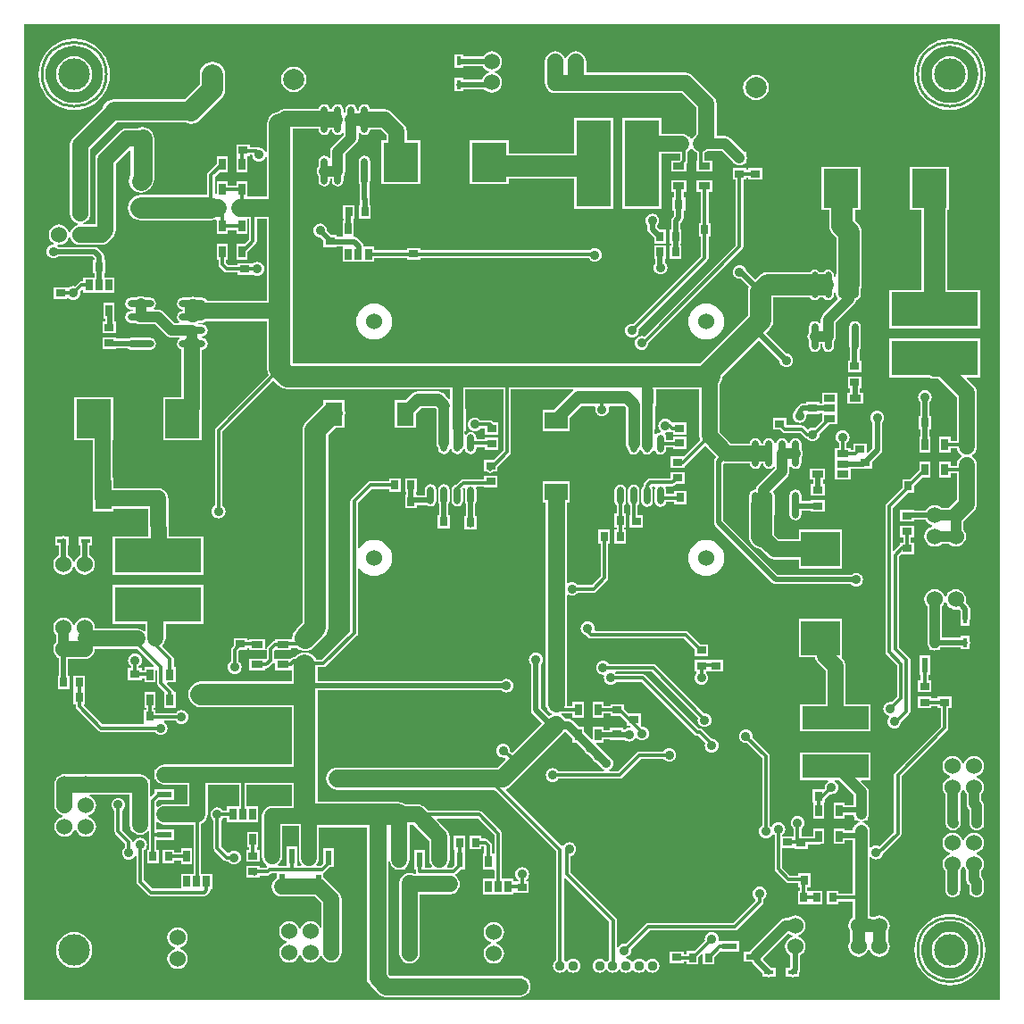
<source format=gbr>
%TF.GenerationSoftware,Altium Limited,Altium Designer,18.1.7 (191)*%
G04 Layer_Physical_Order=1*
G04 Layer_Color=255*
%FSLAX45Y45*%
%MOMM*%
%TF.FileFunction,Copper,L1,Top,Signal*%
%TF.Part,Single*%
G01*
G75*
%TA.AperFunction,NonConductor*%
%ADD10C,0.25400*%
%TA.AperFunction,SMDPad,CuDef*%
%ADD11R,1.45000X0.60000*%
%ADD12R,0.90000X0.70000*%
%ADD13R,4.00000X1.75000*%
%ADD14O,0.70000X1.70000*%
%ADD15R,0.60000X1.45000*%
%ADD16R,0.65000X1.10000*%
%ADD17R,1.10000X1.40000*%
%ADD18R,1.95000X1.90000*%
%ADD19R,0.70000X0.90000*%
%ADD20R,0.90000X0.80000*%
%ADD21R,0.80000X0.90000*%
%ADD22O,0.70000X2.50000*%
%ADD23O,2.50000X0.70000*%
%ADD24R,1.10000X0.65000*%
%ADD25R,3.70000X3.30000*%
%ADD26R,3.30000X8.20000*%
%ADD27R,8.20000X3.30000*%
%ADD28R,1.10000X2.60000*%
%ADD29R,1.40000X1.10000*%
%ADD30R,1.50000X2.80000*%
%ADD31R,2.80000X1.50000*%
%ADD32R,6.30000X2.20000*%
%ADD33R,1.60000X2.20000*%
%ADD34R,2.20000X1.60000*%
%ADD35R,3.30000X3.70000*%
%ADD36R,0.85000X0.45000*%
%ADD37R,0.45000X0.85000*%
%ADD38R,1.10000X1.70000*%
%ADD39R,1.70000X1.10000*%
G04:AMPARAMS|DCode=40|XSize=1.7mm|YSize=1.1mm|CornerRadius=0mm|HoleSize=0mm|Usage=FLASHONLY|Rotation=45.000|XOffset=0mm|YOffset=0mm|HoleType=Round|Shape=Rectangle|*
%AMROTATEDRECTD40*
4,1,4,-0.21213,-0.98995,-0.98995,-0.21213,0.21213,0.98995,0.98995,0.21213,-0.21213,-0.98995,0.0*
%
%ADD40ROTATEDRECTD40*%

%ADD41R,2.60000X1.10000*%
%TA.AperFunction,Conductor*%
%ADD42C,1.60000*%
%ADD43C,1.50000*%
%ADD44C,0.30000*%
%ADD45C,1.80000*%
%ADD46C,0.50000*%
%ADD47C,1.00000*%
%ADD48C,2.00000*%
%ADD49C,1.20000*%
%ADD50C,0.90000*%
%ADD51C,1.70000*%
%ADD52C,0.80000*%
%ADD53C,0.30480*%
%ADD54C,1.10000*%
%TA.AperFunction,ViaPad*%
%ADD55C,3.00000*%
%TA.AperFunction,ComponentPad*%
%ADD56C,1.52400*%
%TA.AperFunction,ViaPad*%
%ADD57C,2.00000*%
%TA.AperFunction,ComponentPad*%
%ADD58C,0.95000*%
%ADD59C,0.90000*%
%TA.AperFunction,ViaPad*%
%ADD60C,0.90000*%
G36*
X10907500Y1660000D02*
X1657500D01*
Y10910000D01*
X10907500D01*
Y1660000D01*
D02*
G37*
%LPC*%
G36*
X6090001Y10654530D02*
X6064887Y10651224D01*
X6041486Y10641530D01*
X6021390Y10626110D01*
X6005970Y10606015D01*
X6004879Y10603381D01*
X5822498D01*
Y10624999D01*
X5737499D01*
Y10499999D01*
X5822498D01*
Y10511618D01*
X6004879D01*
X6005970Y10508985D01*
X6021390Y10488889D01*
X6041486Y10473469D01*
X6064887Y10463776D01*
Y10451224D01*
X6041486Y10441531D01*
X6021390Y10426111D01*
X6005970Y10406015D01*
X5996595Y10383382D01*
X5822498D01*
Y10400000D01*
X5737499D01*
Y10354502D01*
X5734117Y10337500D01*
X5737499Y10320499D01*
Y10275000D01*
X5822498D01*
Y10291619D01*
X6019296D01*
X6021390Y10288890D01*
X6041486Y10273470D01*
X6064887Y10263777D01*
X6090001Y10260470D01*
X6115114Y10263777D01*
X6138516Y10273470D01*
X6158611Y10288890D01*
X6174031Y10308985D01*
X6183724Y10332387D01*
X6187031Y10357500D01*
X6183724Y10382613D01*
X6174031Y10406015D01*
X6158611Y10426111D01*
X6138516Y10441531D01*
X6115114Y10451224D01*
Y10463776D01*
X6138516Y10473469D01*
X6158611Y10488889D01*
X6174031Y10508985D01*
X6183724Y10532387D01*
X6187031Y10557500D01*
X6183724Y10582613D01*
X6174031Y10606015D01*
X6158611Y10626110D01*
X6138516Y10641530D01*
X6115114Y10651224D01*
X6090001Y10654530D01*
D02*
G37*
G36*
X6889999D02*
X6864886Y10651224D01*
X6841484Y10641530D01*
X6821388Y10626110D01*
X6805968Y10606015D01*
X6796275Y10582613D01*
X6783723D01*
X6774030Y10606015D01*
X6758610Y10626110D01*
X6738514Y10641530D01*
X6715113Y10651224D01*
X6689999Y10654530D01*
X6664886Y10651224D01*
X6641484Y10641530D01*
X6621389Y10626110D01*
X6605969Y10606015D01*
X6596276Y10582613D01*
X6592969Y10557500D01*
X6594180Y10548305D01*
Y10366695D01*
X6592969Y10357500D01*
X6596276Y10332387D01*
X6605969Y10308985D01*
X6606542Y10308238D01*
X6607017Y10307091D01*
X6622245Y10287246D01*
X6642090Y10272019D01*
X6665200Y10262446D01*
X6689999Y10259181D01*
X7890311D01*
X8029178Y10120311D01*
Y9872190D01*
X8004743Y9847752D01*
X7992186Y9831386D01*
X7980533Y9829105D01*
X7976490Y9829644D01*
X7972500Y9833952D01*
Y9845001D01*
X7957952D01*
X7957757Y9845256D01*
X7937912Y9860483D01*
X7914802Y9870056D01*
X7890002Y9873321D01*
X7700001D01*
Y10019999D01*
X7330002D01*
Y9159999D01*
X7700001D01*
Y9681682D01*
X7876816D01*
Y9627285D01*
X7867031Y9617500D01*
X7789998D01*
Y9512500D01*
X7939998D01*
Y9590656D01*
X7945471Y9598847D01*
X7948187Y9612503D01*
Y9702404D01*
X7957757Y9709747D01*
X7961788Y9715001D01*
X7972500D01*
Y9728961D01*
X7972984Y9729592D01*
X7975419Y9735471D01*
X7988119Y9735471D01*
X7989521Y9732087D01*
X8004750Y9712243D01*
X8024595Y9697016D01*
X8036815Y9691955D01*
Y9617500D01*
X8029998D01*
Y9512500D01*
X8179998D01*
Y9617500D01*
X8108187D01*
Y9691955D01*
X8120415Y9697021D01*
X8136542Y9709397D01*
X8273253D01*
X8374998Y9607651D01*
Y9587501D01*
X8396689D01*
X8404696Y9581356D01*
X8421725Y9574302D01*
X8439998Y9571897D01*
X8458272Y9574302D01*
X8475300Y9581356D01*
X8483308Y9587501D01*
X8504998D01*
Y9616506D01*
X8508196Y9624227D01*
X8510602Y9642500D01*
X8508196Y9660774D01*
X8504998Y9668495D01*
Y9697500D01*
X8484847D01*
X8352422Y9829925D01*
X8337800Y9841145D01*
X8320772Y9848199D01*
X8302498Y9850605D01*
X8220817D01*
Y10160000D01*
X8217552Y10184800D01*
X8213306Y10195051D01*
X8207981Y10207909D01*
X8192753Y10227754D01*
X7997757Y10422755D01*
X7977913Y10437982D01*
X7954802Y10447555D01*
X7930002Y10450820D01*
X6985818D01*
Y10548305D01*
X6987029Y10557500D01*
X6983723Y10582613D01*
X6974029Y10606015D01*
X6958609Y10626110D01*
X6938514Y10641530D01*
X6915112Y10651224D01*
X6889999Y10654530D01*
D02*
G37*
G36*
X4212499Y10508533D02*
X4181172Y10504409D01*
X4151981Y10492318D01*
X4126914Y10473083D01*
X4107679Y10448015D01*
X4095587Y10418824D01*
X4091463Y10387498D01*
X4095587Y10356171D01*
X4107679Y10326980D01*
X4126914Y10301913D01*
X4151981Y10282678D01*
X4181172Y10270586D01*
X4212499Y10266462D01*
X4243825Y10270586D01*
X4273016Y10282678D01*
X4298084Y10301913D01*
X4317319Y10326980D01*
X4329410Y10356171D01*
X4333534Y10387498D01*
X4329410Y10418824D01*
X4317319Y10448015D01*
X4298084Y10473083D01*
X4273016Y10492318D01*
X4243825Y10504409D01*
X4212499Y10508533D01*
D02*
G37*
G36*
X8594999Y10431038D02*
X8563673Y10426914D01*
X8534482Y10414822D01*
X8509414Y10395587D01*
X8490179Y10370520D01*
X8478088Y10341329D01*
X8473964Y10310002D01*
X8478088Y10278676D01*
X8490179Y10249484D01*
X8509414Y10224417D01*
X8534482Y10205182D01*
X8563673Y10193091D01*
X8594999Y10188967D01*
X8626326Y10193091D01*
X8655517Y10205182D01*
X8680584Y10224417D01*
X8699819Y10249484D01*
X8711911Y10278676D01*
X8716035Y10310002D01*
X8711911Y10341329D01*
X8699819Y10370520D01*
X8680584Y10395587D01*
X8655517Y10414822D01*
X8626326Y10426914D01*
X8594999Y10431038D01*
D02*
G37*
G36*
X2129998Y10773018D02*
X2077121Y10768856D01*
X2025545Y10756474D01*
X1976542Y10736176D01*
X1931317Y10708462D01*
X1890985Y10674015D01*
X1856538Y10633683D01*
X1828824Y10588458D01*
X1808526Y10539454D01*
X1796144Y10487879D01*
X1791982Y10435002D01*
X1796144Y10382125D01*
X1808526Y10330549D01*
X1828824Y10281546D01*
X1856538Y10236321D01*
X1890985Y10195988D01*
X1931317Y10161541D01*
X1976542Y10133827D01*
X2025545Y10113530D01*
X2077121Y10101147D01*
X2129998Y10096986D01*
X2182875Y10101147D01*
X2234451Y10113530D01*
X2283454Y10133827D01*
X2328679Y10161541D01*
X2369011Y10195988D01*
X2403458Y10236321D01*
X2431172Y10281546D01*
X2451470Y10330549D01*
X2463852Y10382125D01*
X2468014Y10435002D01*
X2463852Y10487879D01*
X2451470Y10539454D01*
X2431172Y10588458D01*
X2403458Y10633683D01*
X2369011Y10674015D01*
X2328679Y10708462D01*
X2283454Y10736176D01*
X2234451Y10756474D01*
X2182875Y10768856D01*
X2129998Y10773018D01*
D02*
G37*
G36*
X10432501Y10773017D02*
X10379624Y10768856D01*
X10328048Y10756473D01*
X10279045Y10736176D01*
X10233820Y10708462D01*
X10193488Y10674014D01*
X10159040Y10633682D01*
X10131326Y10588457D01*
X10111029Y10539454D01*
X10098647Y10487878D01*
X10094485Y10435001D01*
X10098647Y10382124D01*
X10111029Y10330549D01*
X10131326Y10281545D01*
X10159040Y10236320D01*
X10193488Y10195988D01*
X10233820Y10161541D01*
X10279045Y10133827D01*
X10328048Y10113529D01*
X10379624Y10101147D01*
X10432501Y10096985D01*
X10485378Y10101147D01*
X10536954Y10113529D01*
X10585957Y10133827D01*
X10631182Y10161541D01*
X10671514Y10195988D01*
X10705961Y10236320D01*
X10733675Y10281545D01*
X10753973Y10330549D01*
X10766355Y10382124D01*
X10770517Y10435001D01*
X10766355Y10487878D01*
X10753973Y10539454D01*
X10733675Y10588457D01*
X10705961Y10633682D01*
X10671514Y10674014D01*
X10631182Y10708462D01*
X10585957Y10736176D01*
X10536954Y10756473D01*
X10485378Y10768856D01*
X10432501Y10773017D01*
D02*
G37*
G36*
X4882998Y10153581D02*
X4861538Y10149312D01*
X4843345Y10137156D01*
X4831189Y10118964D01*
X4826920Y10097504D01*
Y10088194D01*
X4812075D01*
Y10097504D01*
X4807806Y10118964D01*
X4795650Y10137156D01*
X4777458Y10149312D01*
X4755998Y10153581D01*
X4734538Y10149312D01*
X4716345Y10137156D01*
X4704189Y10118964D01*
X4699920Y10097504D01*
Y10075724D01*
X4697775Y10074187D01*
X4685075Y10080710D01*
Y10097504D01*
X4680806Y10118964D01*
X4668650Y10137156D01*
X4650458Y10149312D01*
X4628998Y10153581D01*
X4607538Y10149312D01*
X4589345Y10137156D01*
X4577189Y10118964D01*
X4574078Y10103323D01*
X4556917D01*
X4553806Y10118964D01*
X4541650Y10137156D01*
X4523458Y10149312D01*
X4501998Y10153581D01*
X4480538Y10149312D01*
X4462345Y10137156D01*
X4450189Y10118964D01*
X4448569Y10110821D01*
X4134998D01*
X4134996Y10110821D01*
X4134994Y10110821D01*
X4123893Y10109359D01*
X4110198Y10107556D01*
X4110196Y10107555D01*
X4110194Y10107555D01*
X4097870Y10102449D01*
X4087088Y10097984D01*
X4087087Y10097983D01*
X4087085Y10097982D01*
X4076032Y10089500D01*
X4067244Y10082756D01*
X4067242Y10082754D01*
X4067241Y10082753D01*
X4063329Y10078841D01*
X4048676Y10076912D01*
X4019484Y10064820D01*
X3994417Y10045585D01*
X3975182Y10020518D01*
X3963091Y9991327D01*
X3958966Y9960000D01*
Y9689477D01*
X3946266Y9688645D01*
X3945829Y9691971D01*
X3939279Y9707782D01*
X3928860Y9721361D01*
X3915282Y9731779D01*
X3899470Y9738329D01*
X3882502Y9740563D01*
X3872904Y9739299D01*
X3871154Y9740468D01*
X3871153Y9740468D01*
X3871151Y9740470D01*
X3863630Y9741965D01*
X3857498Y9743185D01*
X3797499D01*
Y9770002D01*
X3667500D01*
Y9660002D01*
X3667499D01*
X3670002Y9657500D01*
Y9507501D01*
X3775002D01*
Y9657500D01*
X3786666Y9660002D01*
X3797499D01*
Y9671813D01*
X3817361D01*
X3819175Y9658034D01*
X3825725Y9642222D01*
X3836143Y9628644D01*
X3849722Y9618225D01*
X3865533Y9611675D01*
X3882502Y9609442D01*
X3899470Y9611675D01*
X3915282Y9618225D01*
X3928860Y9628644D01*
X3939279Y9642222D01*
X3945829Y9658034D01*
X3946266Y9661360D01*
X3958966Y9660527D01*
Y9275905D01*
X3775002D01*
Y9417501D01*
X3670002D01*
Y9378187D01*
X3585000D01*
Y9417501D01*
X3480000D01*
Y9299025D01*
X3467300Y9291413D01*
X3463187Y9293611D01*
Y9462720D01*
X3507967Y9507501D01*
X3585000D01*
Y9657500D01*
X3480000D01*
Y9580468D01*
X3402268Y9502736D01*
X3394532Y9491158D01*
X3391816Y9477502D01*
Y9291035D01*
X2760000D01*
X2728673Y9286911D01*
X2699482Y9274819D01*
X2674415Y9255584D01*
X2655180Y9230517D01*
X2643088Y9201326D01*
X2638964Y9169999D01*
X2643088Y9138673D01*
X2655180Y9109482D01*
X2674415Y9084414D01*
X2699482Y9065179D01*
X2728673Y9053088D01*
X2760000Y9048964D01*
X3427501D01*
X3458828Y9053088D01*
X3469440Y9057484D01*
X3480000Y9050428D01*
Y8919999D01*
X3585000D01*
Y8959313D01*
X3670002D01*
Y8919999D01*
X3775002D01*
Y9064094D01*
X3789316D01*
Y8867281D01*
X3752033Y8829999D01*
X3670002D01*
Y8679999D01*
X3775002D01*
Y8752033D01*
X3850235Y8827266D01*
X3857970Y8838843D01*
X3860687Y8852499D01*
Y9064094D01*
X3958966D01*
Y8285821D01*
X3389231D01*
X3379654Y8300154D01*
X3361461Y8312310D01*
X3340001Y8316579D01*
X3295230D01*
X3280800Y8322556D01*
X3256001Y8325821D01*
X3231201Y8322556D01*
X3216771Y8316579D01*
X3160001D01*
X3138541Y8312310D01*
X3120348Y8300154D01*
X3108192Y8281962D01*
X3103924Y8260502D01*
X3108192Y8239042D01*
X3120348Y8220849D01*
X3138541Y8208693D01*
X3160001Y8204424D01*
X3160181D01*
Y8189579D01*
X3160001D01*
X3138541Y8185310D01*
X3120348Y8173154D01*
X3108192Y8154962D01*
X3103924Y8133502D01*
X3108192Y8112042D01*
X3120348Y8093849D01*
X3124902Y8090806D01*
X3121049Y8078106D01*
X3081746D01*
X2976426Y8183426D01*
X2961804Y8194646D01*
X2944775Y8201700D01*
X2926502Y8204106D01*
X2887453D01*
X2883601Y8216806D01*
X2889652Y8220849D01*
X2901808Y8239042D01*
X2906077Y8260502D01*
X2901808Y8281962D01*
X2889652Y8300154D01*
X2871460Y8312310D01*
X2850000Y8316579D01*
X2804859D01*
X2796302Y8323145D01*
X2779274Y8330198D01*
X2761000Y8332604D01*
X2742727Y8330198D01*
X2725698Y8323145D01*
X2717141Y8316579D01*
X2669999D01*
X2648540Y8312310D01*
X2630347Y8300154D01*
X2618191Y8281962D01*
X2613922Y8260502D01*
X2618191Y8239042D01*
X2630347Y8220849D01*
X2648540Y8208693D01*
X2669999Y8204424D01*
X2690396D01*
Y8189579D01*
X2669999D01*
X2648540Y8185310D01*
X2630347Y8173154D01*
X2618191Y8154962D01*
X2613922Y8133502D01*
X2618191Y8112042D01*
X2630347Y8093849D01*
X2648540Y8081693D01*
X2669999Y8077424D01*
X2710596D01*
X2717200Y8072357D01*
X2734228Y8065304D01*
X2752501Y8062898D01*
X2897257D01*
X3002576Y7957578D01*
X3017199Y7946358D01*
X3034227Y7939304D01*
X3052501Y7936899D01*
X3124045D01*
X3127897Y7924199D01*
X3120348Y7919154D01*
X3108192Y7900962D01*
X3103924Y7879502D01*
X3108192Y7858042D01*
X3120348Y7839849D01*
X3138541Y7827693D01*
X3146678Y7826074D01*
Y7372499D01*
X2972500D01*
Y6962499D01*
X3342499D01*
Y7372499D01*
X3338317D01*
Y7823424D01*
X3340001D01*
X3361461Y7827693D01*
X3379654Y7839849D01*
X3391810Y7858042D01*
X3396079Y7879502D01*
X3391810Y7900962D01*
X3379654Y7919154D01*
X3361461Y7931310D01*
X3340001Y7935579D01*
X3330669D01*
X3329335Y7937724D01*
X3336393Y7950424D01*
X3340001D01*
X3361461Y7954693D01*
X3379654Y7966849D01*
X3391810Y7985042D01*
X3396079Y8006502D01*
X3391810Y8027962D01*
X3379654Y8046154D01*
X3361461Y8058310D01*
X3340001Y8062579D01*
X3309524D01*
X3304022Y8075279D01*
X3306033Y8077424D01*
X3340001D01*
X3361461Y8081693D01*
X3379654Y8093849D01*
X3379876Y8094182D01*
X3958966D01*
Y7642499D01*
X3963091Y7611173D01*
X3973376Y7586341D01*
X3474764Y7087734D01*
X3467029Y7076157D01*
X3464312Y7062501D01*
Y6344548D01*
X3453640Y6336358D01*
X3443221Y6322780D01*
X3436671Y6306969D01*
X3434437Y6290000D01*
X3436671Y6273032D01*
X3443221Y6257220D01*
X3453640Y6243642D01*
X3467218Y6233223D01*
X3483030Y6226673D01*
X3499998Y6224439D01*
X3516967Y6226673D01*
X3532778Y6233223D01*
X3546356Y6243642D01*
X3556775Y6257220D01*
X3563325Y6273032D01*
X3565559Y6290000D01*
X3563325Y6306969D01*
X3556775Y6322780D01*
X3546356Y6336358D01*
X3535684Y6344548D01*
Y7047719D01*
X4019650Y7531681D01*
X4066914Y7484418D01*
X4091981Y7465183D01*
X4121172Y7453091D01*
X4152499Y7448967D01*
X5696898D01*
Y7358041D01*
X5684198Y7352780D01*
X5654672Y7382307D01*
X5652378Y7387844D01*
X5639555Y7404555D01*
X5622843Y7417378D01*
X5603382Y7425439D01*
X5582498Y7428189D01*
X5384998D01*
X5364114Y7425439D01*
X5344653Y7417378D01*
X5327942Y7404555D01*
X5268388Y7345002D01*
X5172502D01*
Y7085002D01*
X5372501D01*
Y7220889D01*
X5418421Y7266808D01*
X5556207D01*
X5565595Y7257421D01*
Y6936542D01*
X5568001Y6918268D01*
X5575054Y6901240D01*
X5580122Y6894636D01*
Y6886542D01*
X5584390Y6865082D01*
X5596546Y6846889D01*
X5614739Y6834733D01*
X5636199Y6830465D01*
X5657659Y6834733D01*
X5675852Y6846889D01*
X5688008Y6865082D01*
X5691903Y6884664D01*
X5697729Y6887406D01*
X5708118Y6881534D01*
X5711390Y6865082D01*
X5723546Y6846889D01*
X5741739Y6834733D01*
X5763199Y6830465D01*
X5784659Y6834733D01*
X5802852Y6846889D01*
X5815008Y6865082D01*
X5817933Y6879789D01*
X5821824Y6884860D01*
X5834203Y6882609D01*
X5834990Y6882177D01*
X5838390Y6865082D01*
X5850546Y6846889D01*
X5868739Y6834733D01*
X5890199Y6830465D01*
X5911659Y6834733D01*
X5929852Y6846889D01*
X5942008Y6865082D01*
X5946276Y6886542D01*
Y6900856D01*
X6022501D01*
Y6875003D01*
X6152501D01*
Y6995003D01*
X6022501D01*
Y6972228D01*
X5946276D01*
Y6986542D01*
X5942008Y7008002D01*
X5929852Y7026194D01*
X5911659Y7038350D01*
X5890199Y7042619D01*
X5868739Y7038350D01*
X5850546Y7026194D01*
X5845763Y7019035D01*
X5833063Y7022888D01*
Y7050002D01*
X5846200D01*
Y7260002D01*
X5838106D01*
Y7448967D01*
X6199313D01*
Y6867280D01*
X6109534Y6777501D01*
X6014998D01*
Y6667501D01*
X6045439D01*
X6047266Y6664766D01*
X6058844Y6657030D01*
X6072500Y6654314D01*
X6086156Y6657030D01*
X6097734Y6664766D01*
X6100469Y6667501D01*
X6144998D01*
Y6712030D01*
X6260233Y6827265D01*
X6267968Y6838842D01*
X6270685Y6852498D01*
Y7448967D01*
X6859873D01*
X6861383Y7446783D01*
X6864184Y7436267D01*
X6855442Y7429559D01*
X6678384Y7252498D01*
X6570002D01*
Y7052498D01*
X6830002D01*
Y7175889D01*
X6945922Y7291812D01*
X7065113D01*
X7073599Y7279112D01*
X7071675Y7274470D01*
X7069442Y7257501D01*
X7071675Y7240533D01*
X7078225Y7224721D01*
X7088644Y7211143D01*
X7102222Y7200724D01*
X7118034Y7194175D01*
X7135002Y7191941D01*
X7151971Y7194175D01*
X7167782Y7200724D01*
X7181361Y7211143D01*
X7191779Y7224721D01*
X7198329Y7240533D01*
X7200563Y7257501D01*
X7198329Y7274470D01*
X7196406Y7279112D01*
X7204892Y7291812D01*
X7343707D01*
X7360553Y7274966D01*
Y6934043D01*
X7363131Y6914464D01*
X7370688Y6896219D01*
X7380155Y6883881D01*
X7384392Y6862583D01*
X7396548Y6844390D01*
X7414741Y6832234D01*
X7436201Y6827965D01*
X7457660Y6832234D01*
X7475853Y6844390D01*
X7488009Y6862583D01*
X7490278Y6873988D01*
X7495672Y6876165D01*
X7503737Y6876550D01*
X7510320Y6867970D01*
X7511392Y6862583D01*
X7523548Y6844390D01*
X7541741Y6832234D01*
X7563201Y6827965D01*
X7584660Y6832234D01*
X7602853Y6844390D01*
X7615009Y6862583D01*
X7616081Y6867970D01*
X7622664Y6876550D01*
X7630729Y6876165D01*
X7636123Y6873988D01*
X7638392Y6862583D01*
X7650548Y6844390D01*
X7668741Y6832234D01*
X7690201Y6827965D01*
X7711660Y6832234D01*
X7729853Y6844390D01*
X7742009Y6862583D01*
X7746278Y6884043D01*
Y6898357D01*
X7807502D01*
Y6877502D01*
X7937501D01*
Y6997502D01*
X7807502D01*
Y6969728D01*
X7746278D01*
Y6984042D01*
X7742009Y7005502D01*
X7729853Y7023695D01*
X7727779Y7025081D01*
X7732373Y7037286D01*
X7735001Y7036940D01*
X7751970Y7039174D01*
X7767781Y7045723D01*
X7775592Y7051716D01*
X7786343Y7044533D01*
X7800000Y7041816D01*
X7807502D01*
Y7017502D01*
X7937501D01*
Y7137502D01*
X7807502D01*
Y7137502D01*
X7795620Y7135526D01*
X7791778Y7135281D01*
X7781359Y7148859D01*
X7767781Y7159278D01*
X7751970Y7165827D01*
X7735001Y7168061D01*
X7718033Y7165827D01*
X7702221Y7159278D01*
X7688643Y7148859D01*
X7678224Y7135281D01*
X7671674Y7119469D01*
X7669440Y7102500D01*
X7671674Y7085532D01*
X7678224Y7069720D01*
X7688643Y7056142D01*
X7693505Y7052411D01*
X7691208Y7043867D01*
X7688978Y7039877D01*
X7668741Y7035851D01*
X7650548Y7023695D01*
X7646504Y7017644D01*
X7633804Y7021496D01*
Y7067498D01*
X7642498D01*
Y7277497D01*
X7642498D01*
X7642974Y7290001D01*
X7650001D01*
Y7448967D01*
X8059181D01*
Y7005000D01*
X8062446Y6980200D01*
X8067509Y6967976D01*
X7912035Y6812502D01*
X7787502D01*
Y6702502D01*
X7917501D01*
Y6720429D01*
X7927732Y6727265D01*
X8112479Y6912012D01*
X8219801Y6804690D01*
X8210055Y6794944D01*
X8200109Y6780059D01*
X8196617Y6762501D01*
Y6185002D01*
X8200109Y6167443D01*
X8210055Y6152558D01*
X8750059Y5612554D01*
X8764944Y5602609D01*
X8782502Y5599116D01*
X9496358D01*
X9498642Y5596140D01*
X9512220Y5585721D01*
X9528031Y5579171D01*
X9545000Y5576938D01*
X9561968Y5579171D01*
X9577780Y5585721D01*
X9591358Y5596140D01*
X9601777Y5609718D01*
X9608327Y5625530D01*
X9610561Y5642498D01*
X9608327Y5659467D01*
X9601777Y5675278D01*
X9591358Y5688857D01*
X9577780Y5699275D01*
X9561968Y5705825D01*
X9545000Y5708059D01*
X9528031Y5705825D01*
X9512220Y5699275D01*
X9501278Y5690879D01*
X8801507D01*
X8288380Y6204006D01*
Y6736525D01*
X8290010Y6739136D01*
X8293557Y6741966D01*
X8305000Y6745001D01*
X8317497Y6744512D01*
X8319999Y6744182D01*
X8534578D01*
X8537689Y6728542D01*
X8549845Y6710349D01*
X8568038Y6698193D01*
X8589498Y6693924D01*
X8610958Y6698193D01*
X8629150Y6710349D01*
X8641306Y6728542D01*
X8644418Y6744182D01*
X8661578D01*
X8664689Y6728542D01*
X8676845Y6710349D01*
X8695038Y6698193D01*
X8716498Y6693924D01*
X8737958Y6698193D01*
X8756150Y6710349D01*
X8760194Y6716400D01*
X8772894Y6712548D01*
Y6700245D01*
X8612577Y6539923D01*
X8601357Y6525301D01*
X8594304Y6508273D01*
X8594278Y6508075D01*
X8589497Y6496077D01*
X8568038Y6491809D01*
X8549845Y6479653D01*
X8537689Y6461460D01*
X8533420Y6440000D01*
Y6388160D01*
X8530590Y6381326D01*
X8526466Y6350000D01*
Y6276249D01*
Y6054999D01*
X8530590Y6023673D01*
X8542681Y5994482D01*
X8561916Y5969414D01*
X8586983Y5950179D01*
X8616175Y5938088D01*
X8630833Y5936158D01*
X8704745Y5862246D01*
X8724590Y5847019D01*
X8747700Y5837446D01*
X8772500Y5834181D01*
X9002500D01*
Y5745001D01*
X9412500D01*
Y6115001D01*
X9002500D01*
Y6025820D01*
X8812189D01*
X8768537Y6069473D01*
Y6239698D01*
X8772575Y6260000D01*
Y6440000D01*
X8768306Y6461460D01*
X8756151Y6479653D01*
X8755779Y6483428D01*
X8893423Y6621076D01*
X8899364Y6628819D01*
X8904642Y6635698D01*
X8911696Y6652727D01*
X8914102Y6671000D01*
Y6712548D01*
X8926802Y6716400D01*
X8930845Y6710349D01*
X8949038Y6698193D01*
X8970498Y6693924D01*
X8991958Y6698193D01*
X9010150Y6710349D01*
X9022306Y6728542D01*
X9026575Y6750001D01*
Y6798096D01*
X9031642Y6804700D01*
X9038696Y6821728D01*
X9041102Y6840002D01*
X9038696Y6858275D01*
X9031642Y6875303D01*
X9026575Y6881907D01*
Y6930002D01*
X9022306Y6951462D01*
X9010150Y6969654D01*
X8991958Y6981810D01*
X8970498Y6986079D01*
X8949038Y6981810D01*
X8930845Y6969654D01*
X8918689Y6951462D01*
X8914420Y6930002D01*
Y6910605D01*
X8899575D01*
Y6930002D01*
X8895306Y6951462D01*
X8883150Y6969654D01*
X8864958Y6981810D01*
X8843498Y6986079D01*
X8822038Y6981810D01*
X8803845Y6969654D01*
X8791689Y6951462D01*
X8787420Y6930002D01*
Y6891795D01*
X8785275Y6890258D01*
X8772575Y6896782D01*
Y6930002D01*
X8768306Y6951462D01*
X8756150Y6969654D01*
X8737958Y6981810D01*
X8716498Y6986079D01*
X8695038Y6981810D01*
X8676845Y6969654D01*
X8664689Y6951462D01*
X8661578Y6935821D01*
X8644418D01*
X8641306Y6951462D01*
X8629150Y6969654D01*
X8610958Y6981810D01*
X8589498Y6986079D01*
X8568038Y6981810D01*
X8549845Y6969654D01*
X8537689Y6951462D01*
X8534578Y6935821D01*
X8359688D01*
X8250820Y7044689D01*
Y7497755D01*
X8259820Y7509485D01*
X8271912Y7538676D01*
X8275257Y7564088D01*
X8625642Y7914473D01*
X8817020Y7723095D01*
X8816941Y7722499D01*
X8819175Y7705531D01*
X8825725Y7689719D01*
X8836144Y7676141D01*
X8849722Y7665722D01*
X8865533Y7659172D01*
X8882502Y7656938D01*
X8899470Y7659172D01*
X8915282Y7665722D01*
X8928860Y7676141D01*
X8939279Y7689719D01*
X8945829Y7705531D01*
X8948063Y7722499D01*
X8945829Y7739468D01*
X8939279Y7755279D01*
X8928860Y7768857D01*
X8915282Y7779276D01*
X8899470Y7785826D01*
X8882502Y7788060D01*
X8881906Y7787981D01*
X8690528Y7979359D01*
X8725583Y8014414D01*
X8744818Y8039481D01*
X8756909Y8068673D01*
X8761034Y8099999D01*
Y8318963D01*
X9109090D01*
X9114848Y8310346D01*
X9133040Y8298190D01*
X9154500Y8293921D01*
X9175960Y8298190D01*
X9194153Y8310346D01*
X9199911Y8318963D01*
X9234998D01*
X9236002Y8319095D01*
X9241848Y8310346D01*
X9260040Y8298190D01*
X9281500Y8293921D01*
X9302960Y8298190D01*
X9321153Y8310346D01*
X9333309Y8328538D01*
X9337578Y8349998D01*
Y8366970D01*
X9339723Y8368748D01*
X9352423Y8362779D01*
Y8349998D01*
X9356692Y8328538D01*
X9368847Y8310346D01*
X9369892Y8299741D01*
X9231576Y8161425D01*
X9220356Y8146802D01*
X9213302Y8129774D01*
X9210896Y8111500D01*
Y8077456D01*
X9198196Y8073603D01*
X9194153Y8079655D01*
X9175960Y8091811D01*
X9154500Y8096079D01*
X9133040Y8091811D01*
X9114848Y8079655D01*
X9102692Y8061462D01*
X9098423Y8040002D01*
Y7991908D01*
X9093356Y7985304D01*
X9086302Y7968275D01*
X9083896Y7950002D01*
X9086302Y7931728D01*
X9093356Y7914700D01*
X9098423Y7908096D01*
Y7860002D01*
X9102692Y7838542D01*
X9114848Y7820349D01*
X9133040Y7808193D01*
X9154500Y7803924D01*
X9175960Y7808193D01*
X9194153Y7820349D01*
X9206309Y7838542D01*
X9210578Y7860002D01*
Y7879398D01*
X9225423D01*
Y7860002D01*
X9229692Y7838542D01*
X9241848Y7820349D01*
X9260040Y7808193D01*
X9281500Y7803924D01*
X9302960Y7808193D01*
X9321153Y7820349D01*
X9333309Y7838542D01*
X9337578Y7860002D01*
Y7908096D01*
X9342645Y7914700D01*
X9349698Y7931728D01*
X9352104Y7950002D01*
Y8082255D01*
X9527426Y8257577D01*
X9538647Y8272200D01*
X9545700Y8289228D01*
X9546609Y8296130D01*
X9556960Y8298190D01*
X9575153Y8310346D01*
X9587309Y8328538D01*
X9591578Y8349998D01*
Y8401826D01*
X9594413Y8408672D01*
X9598538Y8439998D01*
Y8934999D01*
X9594414Y8966325D01*
X9582322Y8995516D01*
X9563087Y9020584D01*
X9533534Y9050137D01*
Y9147499D01*
X9587501D01*
Y9557498D01*
X9217501D01*
Y9147499D01*
X9291463D01*
Y9000002D01*
X9295587Y8968676D01*
X9307678Y8939485D01*
X9326913Y8914417D01*
X9356466Y8884864D01*
Y8550326D01*
X9352423Y8529998D01*
Y8517218D01*
X9339723Y8511249D01*
X9337578Y8513027D01*
Y8529998D01*
X9333309Y8551458D01*
X9321153Y8569651D01*
X9302960Y8581807D01*
X9281500Y8586076D01*
X9260040Y8581807D01*
X9241848Y8569651D01*
X9236002Y8560902D01*
X9234998Y8561034D01*
X9199911D01*
X9194153Y8569651D01*
X9175960Y8581807D01*
X9154500Y8586076D01*
X9133040Y8581807D01*
X9114848Y8569651D01*
X9109090Y8561034D01*
X8707501D01*
X8693039Y8559130D01*
X8676179Y8556911D01*
X8676176Y8556910D01*
X8676175Y8556910D01*
X8660612Y8550463D01*
X8646987Y8544820D01*
X8646986Y8544819D01*
X8646983Y8544818D01*
X8634937Y8535575D01*
X8621919Y8525587D01*
X8586857Y8490527D01*
X8503766Y8573619D01*
X8503325Y8576967D01*
X8496775Y8592778D01*
X8486357Y8606356D01*
X8472779Y8616775D01*
X8456967Y8623325D01*
X8439998Y8625559D01*
X8423030Y8623325D01*
X8407218Y8616775D01*
X8393640Y8606356D01*
X8383221Y8592778D01*
X8376672Y8576967D01*
X8374438Y8559998D01*
X8376672Y8543030D01*
X8383221Y8527218D01*
X8393640Y8513640D01*
X8407218Y8503221D01*
X8423030Y8496671D01*
X8439998Y8494437D01*
X8451642Y8495970D01*
X8529149Y8418463D01*
X8523088Y8403831D01*
X8523087Y8403828D01*
X8523087Y8403827D01*
X8521328Y8390472D01*
X8518962Y8372505D01*
X8518963Y8372503D01*
X8518962Y8372500D01*
Y8150134D01*
X8486915Y8118086D01*
X8069415Y7700586D01*
X8062089Y7691038D01*
X4202633D01*
X4201038Y7692634D01*
Y9919182D01*
X4445920D01*
Y9917503D01*
X4450189Y9896043D01*
X4462345Y9877851D01*
X4480538Y9865695D01*
X4501998Y9861426D01*
X4523458Y9865695D01*
X4541650Y9877851D01*
X4553806Y9896043D01*
X4556917Y9911684D01*
X4574078D01*
X4577189Y9896043D01*
X4589345Y9877851D01*
X4607538Y9865695D01*
X4628998Y9861426D01*
X4650458Y9865695D01*
X4668650Y9877851D01*
X4672694Y9883902D01*
X4685394Y9880050D01*
Y9860244D01*
X4579073Y9753923D01*
X4567853Y9739301D01*
X4560800Y9722272D01*
X4558394Y9703999D01*
Y9644956D01*
X4545694Y9641103D01*
X4541650Y9647155D01*
X4523458Y9659311D01*
X4501998Y9663579D01*
X4480538Y9659311D01*
X4462345Y9647155D01*
X4450189Y9628962D01*
X4445920Y9607502D01*
Y9559408D01*
X4440853Y9552804D01*
X4433800Y9535775D01*
X4431394Y9517502D01*
X4433800Y9499228D01*
X4440853Y9482200D01*
X4445920Y9475596D01*
Y9427502D01*
X4450189Y9406042D01*
X4462345Y9387849D01*
X4480538Y9375693D01*
X4501998Y9371424D01*
X4523458Y9375693D01*
X4541650Y9387849D01*
X4553806Y9406042D01*
X4558075Y9427502D01*
Y9446898D01*
X4572920D01*
Y9427502D01*
X4577189Y9406042D01*
X4589345Y9387849D01*
X4607538Y9375693D01*
X4628998Y9371424D01*
X4650458Y9375693D01*
X4668650Y9387849D01*
X4680806Y9406042D01*
X4685075Y9427502D01*
Y9475596D01*
X4690142Y9482200D01*
X4697196Y9499228D01*
X4699601Y9517502D01*
Y9674754D01*
X4805922Y9781074D01*
X4817142Y9795697D01*
X4824196Y9812725D01*
X4826601Y9830999D01*
Y9880050D01*
X4839301Y9883902D01*
X4843345Y9877851D01*
X4861538Y9865695D01*
X4882998Y9861426D01*
X4904458Y9865695D01*
X4922650Y9877851D01*
X4934806Y9896043D01*
X4937917Y9911684D01*
X5037810D01*
X5091678Y9857813D01*
Y9807500D01*
X5039999D01*
Y9397501D01*
X5409998D01*
Y9807500D01*
X5283317D01*
Y9897501D01*
X5281083Y9914472D01*
X5280053Y9922299D01*
X5280053Y9922300D01*
X5280052Y9922301D01*
X5274844Y9934875D01*
X5270481Y9945409D01*
X5270480Y9945410D01*
X5270480Y9945411D01*
X5264573Y9953108D01*
X5255254Y9965254D01*
X5145257Y10075256D01*
X5125412Y10090485D01*
X5125410Y10090486D01*
X5102303Y10100057D01*
X5102300Y10100058D01*
X5077501Y10103323D01*
X4937917D01*
X4934806Y10118964D01*
X4922650Y10137156D01*
X4904458Y10149312D01*
X4882998Y10153581D01*
D02*
G37*
G36*
X3439998Y10553537D02*
X3408672Y10549413D01*
X3379480Y10537321D01*
X3354413Y10518086D01*
X3335178Y10493019D01*
X3323087Y10463828D01*
X3318963Y10432501D01*
Y10340136D01*
X3177277Y10198447D01*
X2507498D01*
X2478782Y10194667D01*
X2452024Y10183583D01*
X2429045Y10165951D01*
X2411414Y10142973D01*
X2400330Y10116214D01*
X2400273Y10115782D01*
X2117245Y9832754D01*
X2102017Y9812909D01*
X2092445Y9789799D01*
X2089180Y9765000D01*
Y9124193D01*
X2087969Y9114998D01*
X2091276Y9089885D01*
X2100969Y9066483D01*
X2116389Y9046388D01*
X2136484Y9030968D01*
X2159886Y9021275D01*
Y9008722D01*
X2136484Y8999029D01*
X2116389Y8983609D01*
X2100969Y8963514D01*
X2091276Y8940112D01*
X2078724D01*
X2069030Y8963514D01*
X2053610Y8983609D01*
X2033515Y8999029D01*
X2010113Y9008722D01*
X1985000Y9012029D01*
X1959887Y9008722D01*
X1936485Y8999029D01*
X1916389Y8983609D01*
X1900969Y8963514D01*
X1891276Y8940112D01*
X1887970Y8914999D01*
X1891276Y8889885D01*
X1900969Y8866484D01*
X1916389Y8846388D01*
X1933773Y8833049D01*
X1933105Y8826503D01*
X1931310Y8821662D01*
X1930555Y8820304D01*
X1915530Y8818326D01*
X1899718Y8811776D01*
X1886140Y8801357D01*
X1875721Y8787779D01*
X1869171Y8771967D01*
X1866937Y8754999D01*
X1869171Y8738031D01*
X1875721Y8722219D01*
X1886140Y8708641D01*
X1899718Y8698222D01*
X1915530Y8691672D01*
X1932498Y8689438D01*
X1949467Y8691672D01*
X1965278Y8698222D01*
X1976220Y8706618D01*
X2308494D01*
X2321617Y8693495D01*
Y8675000D01*
X2307499D01*
Y8545001D01*
X2321617D01*
Y8509999D01*
X2217498D01*
Y8470685D01*
X2195002D01*
X2181346Y8467969D01*
X2169768Y8460233D01*
X2135838Y8426303D01*
X2122500Y8428059D01*
X2105532Y8425825D01*
X2089720Y8419275D01*
X2077701Y8410053D01*
X2071484Y8411508D01*
X2065001Y8415199D01*
Y8417498D01*
X1935001D01*
Y8307498D01*
X2065001D01*
Y8309797D01*
X2071484Y8313488D01*
X2077701Y8314943D01*
X2089720Y8305721D01*
X2105532Y8299171D01*
X2122500Y8296937D01*
X2139469Y8299171D01*
X2155280Y8305721D01*
X2168859Y8316140D01*
X2179277Y8329718D01*
X2185827Y8345529D01*
X2188061Y8362498D01*
X2186305Y8375835D01*
X2204798Y8394328D01*
X2217498Y8389068D01*
Y8360000D01*
X2512500D01*
Y8509999D01*
X2413380D01*
Y8545001D01*
X2427498D01*
Y8675000D01*
X2413380D01*
Y8712500D01*
X2409887Y8730058D01*
X2399942Y8744943D01*
X2359942Y8784943D01*
X2345057Y8794889D01*
X2327499Y8798381D01*
X1981140D01*
X1978856Y8801357D01*
X1971603Y8806923D01*
X1976635Y8819070D01*
X1985000Y8817969D01*
X2010113Y8821275D01*
X2033515Y8830968D01*
X2053610Y8846388D01*
X2069030Y8866484D01*
X2078724Y8889885D01*
X2091276D01*
X2100969Y8866484D01*
X2116389Y8846388D01*
X2136484Y8830968D01*
X2159886Y8821275D01*
X2184999Y8817969D01*
X2194194Y8819179D01*
X2389998D01*
X2414798Y8822444D01*
X2437907Y8832017D01*
X2457752Y8847244D01*
X2495253Y8884744D01*
X2510480Y8904589D01*
X2520053Y8927699D01*
X2523318Y8952499D01*
Y9587810D01*
X2653851Y9718343D01*
X2666551Y9713082D01*
Y9482909D01*
X2663915Y9479474D01*
X2652831Y9452715D01*
X2649051Y9423999D01*
X2652831Y9395284D01*
X2663915Y9368525D01*
X2681547Y9345547D01*
X2704525Y9327915D01*
X2731284Y9316831D01*
X2760000Y9313050D01*
X2788715Y9316831D01*
X2815474Y9327915D01*
X2838452Y9345547D01*
X2855953Y9363047D01*
X2873585Y9386025D01*
X2884669Y9412784D01*
X2888449Y9441500D01*
Y9824999D01*
X2884669Y9853715D01*
X2873585Y9880474D01*
X2855953Y9903452D01*
X2832975Y9921084D01*
X2806216Y9932168D01*
X2777500Y9935948D01*
X2748784Y9932168D01*
X2722026Y9921084D01*
X2721680Y9920819D01*
X2624999D01*
X2600199Y9917554D01*
X2577089Y9907981D01*
X2557244Y9892754D01*
X2359744Y9695254D01*
X2344516Y9675409D01*
X2334944Y9652299D01*
X2331679Y9627499D01*
Y9010818D01*
X2218056D01*
X2215529Y9023518D01*
X2233514Y9030968D01*
X2253610Y9046388D01*
X2269030Y9066483D01*
X2278723Y9089885D01*
X2282029Y9114998D01*
X2280819Y9124193D01*
Y9725310D01*
X2532058Y9976549D01*
X3191778D01*
X3206174Y9970586D01*
X3237501Y9966463D01*
X3268827Y9970587D01*
X3298018Y9982679D01*
X3323085Y10001914D01*
X3525585Y10204418D01*
X3544818Y10229484D01*
X3544819Y10229486D01*
X3556910Y10258677D01*
X3561034Y10290002D01*
Y10432501D01*
X3556910Y10463828D01*
X3544818Y10493019D01*
X3525583Y10518086D01*
X3500516Y10537321D01*
X3471325Y10549413D01*
X3439998Y10553537D01*
D02*
G37*
G36*
X7239997Y10019999D02*
X6869997D01*
Y9686035D01*
X6250002D01*
Y9807500D01*
X5880002D01*
Y9397501D01*
X6250002D01*
Y9443964D01*
X6869997D01*
Y9159999D01*
X7239997D01*
Y10019999D01*
D02*
G37*
G36*
X8504998Y9547503D02*
X8374998D01*
Y9437503D01*
X8404313D01*
Y8814779D01*
X7536436Y7946907D01*
X7526966Y7950829D01*
X7509998Y7953063D01*
X7493029Y7950829D01*
X7477217Y7944280D01*
X7463639Y7933861D01*
X7453221Y7920283D01*
X7446671Y7904471D01*
X7444437Y7887503D01*
X7446671Y7870534D01*
X7453221Y7854722D01*
X7463639Y7841144D01*
X7477217Y7830726D01*
X7493029Y7824176D01*
X7509998Y7821942D01*
X7526966Y7824176D01*
X7542778Y7830726D01*
X7556356Y7841144D01*
X7566775Y7854722D01*
X7573324Y7870534D01*
X7575193Y7884730D01*
X8465232Y8774764D01*
X8472968Y8786341D01*
X8475684Y8799997D01*
Y9437503D01*
X8504998D01*
Y9456818D01*
X8522501D01*
Y9437498D01*
X8652501D01*
Y9547498D01*
X8522501D01*
Y9528189D01*
X8504998D01*
Y9547503D01*
D02*
G37*
G36*
X4882998Y9663579D02*
X4861538Y9659311D01*
X4843345Y9647155D01*
X4831189Y9628962D01*
X4826920Y9607502D01*
Y9427502D01*
X4831189Y9406042D01*
X4837116Y9397171D01*
Y9257000D01*
X4837315Y9256001D01*
X4836618Y9252499D01*
X4839118Y9239933D01*
Y9194999D01*
X4829999D01*
Y9065000D01*
X4939999D01*
Y9194999D01*
X4930881D01*
Y9249999D01*
X4928879Y9260062D01*
Y9397171D01*
X4934806Y9406042D01*
X4939075Y9427502D01*
Y9607502D01*
X4934806Y9628962D01*
X4922650Y9647155D01*
X4904458Y9659311D01*
X4882998Y9663579D01*
D02*
G37*
G36*
X4790002Y9194999D02*
X4680002D01*
Y9065000D01*
X4684117D01*
Y9045000D01*
X4677498D01*
X4677498Y8895000D01*
X4665469Y8893382D01*
X4619997D01*
Y8912499D01*
X4569886D01*
X4527983Y8954403D01*
X4528061Y8954999D01*
X4525827Y8971967D01*
X4519278Y8987779D01*
X4508859Y9001357D01*
X4495281Y9011776D01*
X4479469Y9018325D01*
X4462501Y9020559D01*
X4445532Y9018325D01*
X4429720Y9011776D01*
X4416142Y9001357D01*
X4405723Y8987779D01*
X4399174Y8971967D01*
X4396940Y8954999D01*
X4399174Y8938030D01*
X4405723Y8922218D01*
X4416142Y8908640D01*
X4429720Y8898221D01*
X4445532Y8891672D01*
X4462501Y8889438D01*
X4463096Y8889516D01*
X4489997Y8862615D01*
Y8792500D01*
X4619997D01*
Y8801619D01*
X4677498D01*
Y8655000D01*
X4972500D01*
Y8694315D01*
X5285002D01*
Y8677500D01*
X5415002D01*
Y8694315D01*
X7008820D01*
X7010722Y8689722D01*
X7021141Y8676144D01*
X7034719Y8665725D01*
X7050531Y8659175D01*
X7067499Y8656942D01*
X7084468Y8659175D01*
X7100279Y8665725D01*
X7113858Y8676144D01*
X7124276Y8689722D01*
X7130826Y8705534D01*
X7133060Y8722502D01*
X7130826Y8739471D01*
X7124276Y8755282D01*
X7113858Y8768861D01*
X7100279Y8779279D01*
X7084468Y8785829D01*
X7067499Y8788063D01*
X7050531Y8785829D01*
X7034719Y8779279D01*
X7021141Y8768861D01*
X7018705Y8765686D01*
X5415002D01*
Y8787500D01*
X5285002D01*
Y8765686D01*
X4972500D01*
Y8805000D01*
X4875880D01*
Y8805001D01*
X4872387Y8822560D01*
X4862441Y8837445D01*
X4819942Y8879944D01*
X4805057Y8889890D01*
X4793993Y8892090D01*
X4787317Y8893780D01*
X4782498Y8904350D01*
Y9045000D01*
X4775880D01*
Y9065000D01*
X4790002D01*
Y9194999D01*
D02*
G37*
G36*
X7612502Y9113061D02*
X7595533Y9110827D01*
X7579722Y9104277D01*
X7566144Y9093859D01*
X7555725Y9080281D01*
X7549175Y9064469D01*
X7546941Y9047500D01*
X7549175Y9030532D01*
X7555725Y9014720D01*
X7566144Y9001142D01*
X7566620Y9000776D01*
Y8967500D01*
X7568516Y8957972D01*
X7570112Y8949944D01*
X7570113Y8949943D01*
X7570113Y8949942D01*
X7580058Y8935059D01*
X7580059Y8935057D01*
X7580060Y8935057D01*
X7629999Y8885114D01*
Y8829999D01*
X7739998D01*
Y8959999D01*
X7684887D01*
X7658383Y8986504D01*
Y9000776D01*
X7658860Y9001142D01*
X7669279Y9014720D01*
X7675829Y9030532D01*
X7678063Y9047500D01*
X7675829Y9064469D01*
X7669279Y9080281D01*
X7658860Y9093859D01*
X7645282Y9104277D01*
X7629470Y9110827D01*
X7612502Y9113061D01*
D02*
G37*
G36*
X7939998Y9427503D02*
X7789998D01*
Y9322503D01*
X7819117D01*
Y9270001D01*
X7804998D01*
Y9140001D01*
X7819117D01*
Y9094003D01*
X7802558Y9077444D01*
X7792612Y9062559D01*
X7789119Y9045001D01*
Y8959999D01*
X7780001D01*
Y8829999D01*
X7789119D01*
Y8815000D01*
X7780001D01*
Y8685000D01*
X7890001D01*
Y8815000D01*
X7880882D01*
Y8829999D01*
X7890001D01*
Y8959999D01*
X7880882D01*
Y9025996D01*
X7897441Y9042555D01*
X7907387Y9057440D01*
X7910880Y9074998D01*
Y9140001D01*
X7924998D01*
Y9270001D01*
X7910880D01*
Y9322503D01*
X7939998D01*
Y9427503D01*
D02*
G37*
G36*
X7739998Y8815000D02*
X7629999D01*
Y8685000D01*
X7639117D01*
Y8642961D01*
X7633225Y8635283D01*
X7626676Y8619471D01*
X7624442Y8602502D01*
X7626676Y8585534D01*
X7633225Y8569722D01*
X7643644Y8556144D01*
X7657222Y8545725D01*
X7673034Y8539176D01*
X7690002Y8536942D01*
X7706971Y8539176D01*
X7722783Y8545725D01*
X7736361Y8556144D01*
X7746780Y8569722D01*
X7753329Y8585534D01*
X7755563Y8602502D01*
X7753329Y8619471D01*
X7746780Y8635283D01*
X7736361Y8648861D01*
X7730880Y8653066D01*
Y8685000D01*
X7739998D01*
Y8815000D01*
D02*
G37*
G36*
X3585000Y8829999D02*
X3480000D01*
Y8679999D01*
X3496814D01*
Y8632500D01*
X3499531Y8618844D01*
X3507266Y8607266D01*
X3549766Y8564767D01*
X3561343Y8557031D01*
X3574999Y8554315D01*
X3680002D01*
Y8532501D01*
X3810001D01*
Y8537299D01*
X3816484Y8540990D01*
X3822701Y8542446D01*
X3834720Y8533223D01*
X3850532Y8526674D01*
X3867501Y8524440D01*
X3884469Y8526674D01*
X3900281Y8533223D01*
X3913859Y8543642D01*
X3924278Y8557220D01*
X3930827Y8573032D01*
X3933061Y8590001D01*
X3930827Y8606969D01*
X3924278Y8622781D01*
X3913859Y8636359D01*
X3900281Y8646778D01*
X3884469Y8653327D01*
X3867501Y8655561D01*
X3850532Y8653327D01*
X3834720Y8646778D01*
X3822701Y8637555D01*
X3820997Y8637955D01*
X3810001Y8642501D01*
X3810001Y8642502D01*
X3810001Y8642501D01*
X3680002D01*
Y8625686D01*
X3589781D01*
X3568186Y8647281D01*
Y8679999D01*
X3585000D01*
Y8829999D01*
D02*
G37*
G36*
X8179998Y9427503D02*
X8029998D01*
Y9322503D01*
X8074316D01*
Y9027502D01*
X8055002D01*
Y8897502D01*
X8074316D01*
Y8709781D01*
X7433338Y8068803D01*
X7420000Y8070559D01*
X7403032Y8068325D01*
X7387220Y8061775D01*
X7373642Y8051356D01*
X7363223Y8037778D01*
X7356674Y8021966D01*
X7354440Y8004998D01*
X7356674Y7988029D01*
X7363223Y7972218D01*
X7373642Y7958640D01*
X7387220Y7948221D01*
X7403032Y7941671D01*
X7420000Y7939437D01*
X7436969Y7941671D01*
X7452781Y7948221D01*
X7466359Y7958640D01*
X7476778Y7972218D01*
X7483327Y7988029D01*
X7485561Y8004998D01*
X7483805Y8018335D01*
X8135235Y8669765D01*
X8142971Y8681343D01*
X8145687Y8694999D01*
Y8897502D01*
X8165001D01*
Y9027502D01*
X8145687D01*
Y9322503D01*
X8179998D01*
Y9427503D01*
D02*
G37*
G36*
X10427499Y9557498D02*
X10057499D01*
Y9147499D01*
X10166462D01*
Y8392502D01*
X9860002D01*
Y8022502D01*
X10720002D01*
Y8392502D01*
X10408533D01*
Y9147499D01*
X10427499D01*
Y9557498D01*
D02*
G37*
G36*
X2512500Y8270000D02*
X2407500D01*
Y8120000D01*
X2421617D01*
Y8090000D01*
X2397500D01*
Y7980001D01*
X2527499D01*
Y8090000D01*
X2513380D01*
Y8184998D01*
X2512500Y8189420D01*
Y8270000D01*
D02*
G37*
G36*
X8124998Y8260824D02*
X8091672Y8257542D01*
X8059627Y8247821D01*
X8030094Y8232035D01*
X8004208Y8210791D01*
X7982964Y8184905D01*
X7967178Y8155373D01*
X7957458Y8123327D01*
X7954175Y8090002D01*
X7957458Y8056676D01*
X7967178Y8024631D01*
X7982964Y7995098D01*
X8004208Y7969212D01*
X8030094Y7947968D01*
X8059627Y7932182D01*
X8091672Y7922461D01*
X8124998Y7919179D01*
X8158324Y7922461D01*
X8190369Y7932182D01*
X8219902Y7947968D01*
X8245787Y7969212D01*
X8267031Y7995098D01*
X8282817Y8024631D01*
X8292538Y8056676D01*
X8295820Y8090002D01*
X8292538Y8123327D01*
X8282817Y8155373D01*
X8267031Y8184905D01*
X8245787Y8210791D01*
X8219902Y8232035D01*
X8190369Y8247821D01*
X8158324Y8257542D01*
X8124998Y8260824D01*
D02*
G37*
G36*
X4975001D02*
X4941676Y8257542D01*
X4909631Y8247821D01*
X4880098Y8232035D01*
X4854212Y8210791D01*
X4832968Y8184905D01*
X4817182Y8155373D01*
X4807461Y8123327D01*
X4804179Y8090002D01*
X4807461Y8056676D01*
X4817182Y8024631D01*
X4832968Y7995098D01*
X4854212Y7969212D01*
X4880098Y7947968D01*
X4909631Y7932182D01*
X4941676Y7922461D01*
X4975001Y7919179D01*
X5008327Y7922461D01*
X5040372Y7932182D01*
X5069905Y7947968D01*
X5095791Y7969212D01*
X5117035Y7995098D01*
X5132821Y8024631D01*
X5142542Y8056676D01*
X5145824Y8090002D01*
X5142542Y8123327D01*
X5132821Y8155373D01*
X5117035Y8184905D01*
X5095791Y8210791D01*
X5069905Y8232035D01*
X5040372Y8247821D01*
X5008327Y8257542D01*
X4975001Y8260824D01*
D02*
G37*
G36*
X2527499Y7939998D02*
X2397500D01*
Y7829998D01*
X2527499D01*
Y7835119D01*
X2637426D01*
X2648540Y7827693D01*
X2669999Y7823424D01*
X2850000D01*
X2871460Y7827693D01*
X2889652Y7839849D01*
X2901808Y7858042D01*
X2906077Y7879502D01*
X2901808Y7900962D01*
X2889652Y7919154D01*
X2871460Y7931310D01*
X2850000Y7935579D01*
X2669999D01*
X2648540Y7931310D01*
X2641912Y7926882D01*
X2527499D01*
Y7939998D01*
D02*
G37*
G36*
X9535500Y8096079D02*
X9514040Y8091811D01*
X9495848Y8079655D01*
X9483692Y8061462D01*
X9479423Y8040002D01*
Y7860002D01*
X9483692Y7838542D01*
X9486617Y7834164D01*
Y7719999D01*
X9467498D01*
Y7609999D01*
X9597498D01*
Y7719999D01*
X9578380D01*
Y7825178D01*
X9587309Y7838542D01*
X9591578Y7860002D01*
Y8040002D01*
X9587309Y8061462D01*
X9575153Y8079655D01*
X9556960Y8091811D01*
X9535500Y8096079D01*
D02*
G37*
G36*
X9369998Y7415000D02*
X9219998D01*
Y7313380D01*
X9197499D01*
Y7327499D01*
X9067499D01*
Y7313380D01*
X9040002D01*
X9031555Y7311700D01*
X9022448Y7309889D01*
X9022446Y7309888D01*
X9022444Y7309888D01*
X9015319Y7305127D01*
X9007562Y7299945D01*
X8977559Y7269947D01*
X8977558Y7269946D01*
X8977557Y7269945D01*
X8972827Y7262867D01*
X8967612Y7255063D01*
X8967612Y7255061D01*
X8967611Y7255059D01*
X8965856Y7246236D01*
X8965110Y7242487D01*
X8963641Y7241360D01*
X8953223Y7227782D01*
X8946673Y7211971D01*
X8944439Y7195002D01*
X8946673Y7178034D01*
X8953223Y7162222D01*
X8963641Y7148644D01*
X8977220Y7138225D01*
X8993031Y7131675D01*
X9010000Y7129441D01*
X9026968Y7131675D01*
X9042780Y7138225D01*
X9056358Y7148644D01*
X9066777Y7162222D01*
X9073327Y7178034D01*
X9075560Y7195002D01*
X9075172Y7197950D01*
X9083546Y7207499D01*
X9197499D01*
Y7221617D01*
X9219998D01*
Y7147968D01*
X9153634Y7081602D01*
X9149467Y7083328D01*
X9132499Y7085562D01*
X9115530Y7083328D01*
X9099719Y7076778D01*
X9086405Y7066563D01*
X9057731Y7095233D01*
X9051974Y7099080D01*
X9046155Y7102968D01*
X9046154Y7102968D01*
X9046154Y7102969D01*
X9038836Y7104424D01*
X9032499Y7105684D01*
X8884997D01*
Y7175001D01*
X8754998D01*
Y7065001D01*
X8824530D01*
X8844766Y7044765D01*
X8856344Y7037029D01*
X8870000Y7034313D01*
X9017719D01*
X9057269Y6994766D01*
X9063027Y6990920D01*
X9068845Y6987032D01*
X9068846Y6987032D01*
X9068847Y6987031D01*
X9077131Y6985384D01*
X9086141Y6973643D01*
X9099719Y6963224D01*
X9115530Y6956674D01*
X9132499Y6954440D01*
X9149467Y6956674D01*
X9165279Y6963224D01*
X9178857Y6973643D01*
X9189276Y6987221D01*
X9195826Y7003033D01*
X9198060Y7020001D01*
X9197467Y7024500D01*
X9292966Y7120003D01*
X9369998D01*
Y7214999D01*
Y7310000D01*
Y7415000D01*
D02*
G37*
G36*
X9597498Y7570001D02*
X9467498D01*
Y7460002D01*
X9489116D01*
Y7415000D01*
X9459998D01*
Y7310000D01*
X9609997D01*
Y7415000D01*
X9580879D01*
Y7460002D01*
X9597498D01*
Y7570001D01*
D02*
G37*
G36*
X5927501Y7180563D02*
X5910533Y7178329D01*
X5894721Y7171779D01*
X5881143Y7161361D01*
X5870724Y7147783D01*
X5864175Y7131971D01*
X5861941Y7115002D01*
X5864175Y7098034D01*
X5870724Y7082222D01*
X5881143Y7068644D01*
X5894721Y7058225D01*
X5910533Y7051676D01*
X5927501Y7049442D01*
X5944470Y7051676D01*
X5960282Y7058225D01*
X5973860Y7068644D01*
X5982049Y7079317D01*
X6022501D01*
Y7015002D01*
X6152501D01*
Y7135002D01*
X6107966D01*
X6102732Y7140236D01*
X6091155Y7147971D01*
X6077499Y7150688D01*
X5982049D01*
X5973860Y7161361D01*
X5960282Y7171779D01*
X5944470Y7178329D01*
X5927501Y7180563D01*
D02*
G37*
G36*
X10720002Y7932498D02*
X9860002D01*
Y7562498D01*
X10235704D01*
X10239588Y7559517D01*
X10262698Y7549945D01*
X10287498Y7546680D01*
X10325309D01*
X10499181Y7372812D01*
Y6960686D01*
X10439998D01*
Y7000000D01*
X10334998D01*
Y6850000D01*
X10439998D01*
Y6889314D01*
X10501246D01*
X10502446Y6880200D01*
X10512018Y6857090D01*
X10527246Y6837246D01*
X10530001Y6835132D01*
Y6827501D01*
X10539945D01*
X10545220Y6823453D01*
X10546259Y6816250D01*
X10545220Y6809047D01*
X10527246Y6795254D01*
X10512018Y6775410D01*
X10502446Y6752300D01*
X10499181Y6727500D01*
Y6720686D01*
X10439998D01*
Y6760000D01*
X10334998D01*
Y6610001D01*
X10439998D01*
Y6649315D01*
X10499181D01*
Y6399691D01*
X10428747Y6329254D01*
X10423989Y6325603D01*
X10356015D01*
X10338517Y6339029D01*
X10315116Y6348723D01*
X10290002Y6352029D01*
X10264889Y6348723D01*
X10241487Y6339029D01*
X10221392Y6323609D01*
X10205972Y6303514D01*
X10204881Y6300880D01*
X10092498D01*
Y6305000D01*
X9962498D01*
Y6195000D01*
X10092498D01*
Y6209117D01*
X10204881D01*
X10205972Y6206484D01*
X10221392Y6186388D01*
X10241487Y6170968D01*
X10264889Y6161275D01*
Y6148723D01*
X10241487Y6139030D01*
X10221392Y6123610D01*
X10205972Y6103514D01*
X10196279Y6080113D01*
X10192972Y6054999D01*
X10196279Y6029886D01*
X10205972Y6006484D01*
X10221392Y5986389D01*
X10241487Y5970969D01*
X10264889Y5961276D01*
X10290002Y5957969D01*
X10315116Y5961276D01*
X10338517Y5970969D01*
X10356015Y5984395D01*
X10423989D01*
X10441487Y5970969D01*
X10464889Y5961276D01*
X10490002Y5957969D01*
X10515115Y5961276D01*
X10538517Y5970969D01*
X10558612Y5986389D01*
X10574032Y6006484D01*
X10583726Y6029886D01*
X10587032Y6054999D01*
X10583726Y6080113D01*
X10574032Y6103514D01*
X10560606Y6121012D01*
Y6188986D01*
X10564259Y6193747D01*
X10662757Y6292250D01*
X10673078Y6305702D01*
X10677982Y6312093D01*
X10677983Y6312094D01*
X10677984Y6312095D01*
X10682711Y6323509D01*
X10687555Y6335203D01*
X10687555Y6335204D01*
X10687555Y6335205D01*
X10690820Y6360003D01*
Y6727500D01*
X10687555Y6752300D01*
X10677982Y6775410D01*
X10662755Y6795254D01*
X10644781Y6809047D01*
X10643742Y6816250D01*
X10644781Y6823453D01*
X10650055Y6827501D01*
X10660000D01*
Y6835132D01*
X10662755Y6837246D01*
X10677982Y6857090D01*
X10687555Y6880200D01*
X10690820Y6905000D01*
Y7412503D01*
X10687555Y7437303D01*
X10677982Y7460413D01*
X10662754Y7480258D01*
X10592246Y7550764D01*
X10597106Y7562498D01*
X10720002D01*
Y7932498D01*
D02*
G37*
G36*
X10197501Y7438063D02*
X10180532Y7435829D01*
X10164720Y7429280D01*
X10151142Y7418861D01*
X10140723Y7405283D01*
X10134174Y7389471D01*
X10131940Y7372502D01*
X10134174Y7355534D01*
X10140723Y7339722D01*
X10151142Y7326144D01*
X10151619Y7325778D01*
Y7197498D01*
X10137501D01*
Y7067498D01*
X10151619D01*
Y7000000D01*
X10145001D01*
Y6850000D01*
X10250001D01*
Y7000000D01*
X10243382D01*
Y7067498D01*
X10257500D01*
Y7197498D01*
X10243382D01*
Y7325778D01*
X10243859Y7326144D01*
X10254278Y7339722D01*
X10260827Y7355534D01*
X10263061Y7372502D01*
X10260827Y7389471D01*
X10254278Y7405283D01*
X10243859Y7418861D01*
X10230281Y7429280D01*
X10214469Y7435829D01*
X10197501Y7438063D01*
D02*
G37*
G36*
X9745000Y7245562D02*
X9728031Y7243328D01*
X9712219Y7236778D01*
X9698641Y7226359D01*
X9688222Y7212781D01*
X9681673Y7196969D01*
X9679439Y7180001D01*
X9681673Y7163032D01*
X9688222Y7147221D01*
X9698641Y7133643D01*
X9699118Y7133277D01*
Y6889004D01*
X9659234Y6849121D01*
X9647500Y6853982D01*
Y6935001D01*
X9517501D01*
Y6870683D01*
X9492502D01*
Y6887498D01*
X9453188D01*
Y6940455D01*
X9463860Y6948644D01*
X9474279Y6962222D01*
X9480829Y6978034D01*
X9483063Y6995003D01*
X9480829Y7011971D01*
X9474279Y7027783D01*
X9463860Y7041361D01*
X9450282Y7051780D01*
X9434471Y7058329D01*
X9417502Y7060563D01*
X9400534Y7058329D01*
X9384722Y7051780D01*
X9371144Y7041361D01*
X9360725Y7027783D01*
X9354175Y7011971D01*
X9351941Y6995003D01*
X9354175Y6978034D01*
X9360725Y6962222D01*
X9371144Y6948644D01*
X9381816Y6940455D01*
Y6887498D01*
X9342502D01*
Y6782498D01*
Y6687502D01*
Y6592501D01*
X9492502D01*
Y6691621D01*
X9612498D01*
X9629477Y6694998D01*
X9697498D01*
Y6757614D01*
X9777443Y6837556D01*
X9787388Y6852440D01*
X9790881Y6869998D01*
Y7133277D01*
X9791358Y7133643D01*
X9801777Y7147221D01*
X9808326Y7163032D01*
X9810560Y7180001D01*
X9808326Y7196969D01*
X9801777Y7212781D01*
X9791358Y7226359D01*
X9777780Y7236778D01*
X9761968Y7243328D01*
X9745000Y7245562D01*
D02*
G37*
G36*
X7917501Y6662500D02*
X7787502D01*
Y6600687D01*
X7589998D01*
X7589996Y6600686D01*
X7589994Y6600687D01*
X7583201Y6599335D01*
X7576341Y6597970D01*
X7576340Y6597969D01*
X7576338Y6597969D01*
X7570520Y6594080D01*
X7564764Y6590234D01*
X7564763Y6590233D01*
X7564762Y6590232D01*
X7537965Y6563430D01*
X7534118Y6557671D01*
X7530231Y6551855D01*
X7530231Y6551854D01*
X7530230Y6551852D01*
X7528865Y6544988D01*
X7527515Y6538199D01*
Y6531346D01*
X7523548Y6528695D01*
X7511392Y6510502D01*
X7507123Y6489042D01*
Y6389042D01*
X7511392Y6367582D01*
X7523548Y6349390D01*
X7541741Y6337234D01*
X7563201Y6332965D01*
X7584660Y6337234D01*
X7602853Y6349390D01*
X7615009Y6367582D01*
X7619278Y6389042D01*
Y6489042D01*
X7615009Y6510502D01*
X7610925Y6516615D01*
X7617713Y6529315D01*
X7635688D01*
X7642476Y6516615D01*
X7638392Y6510502D01*
X7634123Y6489042D01*
Y6389042D01*
X7638392Y6367582D01*
X7650548Y6349390D01*
X7668741Y6337234D01*
X7690201Y6332965D01*
X7711660Y6337234D01*
X7729853Y6349390D01*
X7742009Y6367582D01*
X7745147Y6383357D01*
X7817500D01*
Y6355003D01*
X7937500D01*
Y6485002D01*
X7817500D01*
Y6454728D01*
X7746278D01*
Y6489042D01*
X7742009Y6510502D01*
X7737925Y6516615D01*
X7744713Y6529315D01*
X7804998D01*
X7811790Y6530666D01*
X7818653Y6532031D01*
X7818654Y6532031D01*
X7818655Y6532032D01*
X7824473Y6535919D01*
X7830231Y6539766D01*
X7842966Y6552500D01*
X7917501D01*
Y6662500D01*
D02*
G37*
G36*
X6144998Y6627499D02*
X6014998D01*
Y6597227D01*
X5816539D01*
X5802883Y6594511D01*
X5791305Y6586775D01*
X5749406Y6544875D01*
X5741739Y6543350D01*
X5723546Y6531194D01*
X5711390Y6513001D01*
X5707122Y6491541D01*
Y6391542D01*
X5711390Y6370082D01*
X5723546Y6351889D01*
X5741739Y6339733D01*
X5763199Y6335464D01*
X5784659Y6339733D01*
X5802852Y6351889D01*
X5815008Y6370082D01*
X5819276Y6391542D01*
Y6491541D01*
X5815861Y6508714D01*
X5824619Y6517711D01*
X5827172Y6517332D01*
X5836425Y6503120D01*
X5834122Y6491541D01*
Y6391542D01*
X5838390Y6370082D01*
X5841818Y6364952D01*
Y6250001D01*
X5830001D01*
Y6120002D01*
X5884263D01*
X5887700Y6119318D01*
X5891136Y6120002D01*
X5950001D01*
Y6250001D01*
X5933581D01*
Y6357471D01*
X5942008Y6370082D01*
X5946276Y6391542D01*
Y6491541D01*
X5942008Y6513001D01*
X5940903Y6514655D01*
X5946890Y6525856D01*
X6014998D01*
Y6517499D01*
X6144998D01*
Y6627499D01*
D02*
G37*
G36*
X4692498Y7345002D02*
X4492498D01*
Y7306167D01*
X4331917Y7145586D01*
X4312682Y7120519D01*
X4305219Y7102502D01*
X4302501D01*
Y7095939D01*
X4300591Y7091327D01*
X4296466Y7060001D01*
Y5235133D01*
X4234416Y5173083D01*
X4215182Y5148016D01*
X4203090Y5118824D01*
X4198966Y5087498D01*
X4199433Y5083953D01*
X4188592Y5074464D01*
X4182500Y5076756D01*
Y5079998D01*
X4032500D01*
Y5062687D01*
X4021342Y5060467D01*
X4009765Y5052732D01*
X3964766Y5007733D01*
X3957030Y4996156D01*
X3955200Y4986956D01*
X3942500Y4988207D01*
Y5079998D01*
X3792501D01*
Y5068188D01*
X3772501D01*
Y5090001D01*
X3642501D01*
Y5020469D01*
X3627266Y5005234D01*
X3619530Y4993657D01*
X3616814Y4980000D01*
Y4867050D01*
X3606141Y4858861D01*
X3595723Y4845283D01*
X3589173Y4829471D01*
X3586939Y4812502D01*
X3589173Y4795534D01*
X3595723Y4779722D01*
X3606141Y4766144D01*
X3619719Y4755725D01*
X3635531Y4749176D01*
X3652500Y4746942D01*
X3669468Y4749176D01*
X3685280Y4755725D01*
X3698858Y4766144D01*
X3709277Y4779722D01*
X3715826Y4795534D01*
X3718060Y4812502D01*
X3715826Y4829471D01*
X3709277Y4845283D01*
X3698858Y4858861D01*
X3688185Y4867050D01*
Y4965219D01*
X3702968Y4980001D01*
X3772501D01*
Y4996816D01*
X3792501D01*
Y4974998D01*
X3941614D01*
X3942500Y4974998D01*
X3954314Y4972858D01*
Y4892141D01*
X3942500Y4890001D01*
X3942500Y4890002D01*
X3942500Y4890001D01*
X3792501D01*
Y4785001D01*
X3942500D01*
Y4801815D01*
X3952499D01*
X3966155Y4804532D01*
X3977733Y4812267D01*
X4015233Y4849768D01*
X4019800Y4856603D01*
X4032500Y4852751D01*
Y4785001D01*
X4182500D01*
Y4792096D01*
X4183767Y4793033D01*
X4190886Y4790564D01*
X4196467Y4784256D01*
Y4676038D01*
X3332500D01*
X3301174Y4671914D01*
X3271983Y4659822D01*
X3246915Y4640587D01*
X3227680Y4615520D01*
X3215589Y4586329D01*
X3211465Y4555002D01*
X3215589Y4523676D01*
X3227680Y4494485D01*
X3246915Y4469417D01*
X3271983Y4450182D01*
X3301174Y4438091D01*
X3332500Y4433967D01*
X4196467D01*
Y3890818D01*
X2987502D01*
X2962702Y3887553D01*
X2939593Y3877981D01*
X2919748Y3862753D01*
X2906124Y3844999D01*
X2895002D01*
Y3819930D01*
X2894948Y3819799D01*
X2891683Y3794999D01*
X2894948Y3770199D01*
X2895002Y3770067D01*
Y3744999D01*
X2906124D01*
X2919748Y3727244D01*
X2939593Y3712017D01*
X2962702Y3702444D01*
X2987502Y3699179D01*
X3204179D01*
Y3510819D01*
X2987502D01*
X2962702Y3507554D01*
X2939593Y3497982D01*
X2923386Y3485546D01*
X2910686Y3490526D01*
Y3532720D01*
X2932968Y3555002D01*
X3080002D01*
Y3655002D01*
X2895002D01*
Y3617970D01*
X2861021Y3583989D01*
X2848321Y3589249D01*
Y3699998D01*
X2845056Y3724797D01*
X2845001Y3724929D01*
Y3749998D01*
X2833880D01*
X2820256Y3767752D01*
X2800411Y3782980D01*
X2777301Y3792552D01*
X2752501Y3795817D01*
X2266101D01*
X2265114Y3796226D01*
X2240001Y3799532D01*
X2214887Y3796226D01*
X2213901Y3795817D01*
X2066101D01*
X2065114Y3796226D01*
X2040001Y3799532D01*
X2014888Y3796226D01*
X1991486Y3786533D01*
X1971391Y3771113D01*
X1955970Y3751017D01*
X1946277Y3727615D01*
X1942971Y3702502D01*
X1944182Y3693307D01*
Y3511697D01*
X1942971Y3502503D01*
X1946277Y3477389D01*
X1955970Y3453988D01*
X1971391Y3433892D01*
X1991486Y3418472D01*
X2014888Y3408779D01*
Y3396222D01*
X1991486Y3386528D01*
X1971391Y3371108D01*
X1955970Y3351013D01*
X1946277Y3327611D01*
X1942971Y3302498D01*
X1946277Y3277385D01*
X1955970Y3253983D01*
X1971391Y3233887D01*
X1991486Y3218467D01*
X2014888Y3208774D01*
X2040001Y3205468D01*
X2065114Y3208774D01*
X2088516Y3218467D01*
X2108611Y3233887D01*
X2124032Y3253983D01*
X2133725Y3277384D01*
X2146277D01*
X2155970Y3253983D01*
X2171390Y3233887D01*
X2191486Y3218467D01*
X2214887Y3208774D01*
X2240001Y3205468D01*
X2265114Y3208774D01*
X2288516Y3218467D01*
X2308611Y3233887D01*
X2324031Y3253983D01*
X2333724Y3277385D01*
X2337031Y3302498D01*
X2333724Y3327611D01*
X2324031Y3351013D01*
X2308611Y3371108D01*
X2288516Y3386528D01*
X2265114Y3396222D01*
Y3408779D01*
X2288516Y3418472D01*
X2308611Y3433892D01*
X2324031Y3453988D01*
X2333724Y3477389D01*
X2337031Y3502503D01*
X2333724Y3527616D01*
X2324031Y3551018D01*
X2308611Y3571113D01*
X2288516Y3586533D01*
X2276577Y3591478D01*
X2279103Y3604178D01*
X2656682D01*
Y3319998D01*
X2659947Y3295199D01*
X2660002Y3295067D01*
Y3269999D01*
X2671123D01*
X2684747Y3252244D01*
X2704592Y3237016D01*
X2727702Y3227444D01*
X2752501Y3224179D01*
X2777301Y3227444D01*
X2800411Y3237016D01*
X2820256Y3252244D01*
X2826615Y3260531D01*
X2839315Y3256220D01*
Y3225002D01*
Y3082500D01*
X2820001D01*
Y2952500D01*
X2930000D01*
Y3082500D01*
X2910686D01*
Y3175003D01*
X3080002D01*
Y3275002D01*
X2910686D01*
Y3339473D01*
X2923386Y3344453D01*
X2939593Y3332017D01*
X2962702Y3322445D01*
X2987502Y3319180D01*
X3261813D01*
Y2854999D01*
X3142500D01*
Y2713186D01*
X2869782D01*
X2790687Y2792282D01*
Y3075454D01*
X2801359Y3083643D01*
X2811778Y3097221D01*
X2818328Y3113033D01*
X2820562Y3130001D01*
X2818328Y3146970D01*
X2811778Y3162782D01*
X2801359Y3176360D01*
X2787781Y3186778D01*
X2771969Y3193328D01*
X2755001Y3195562D01*
X2738032Y3193328D01*
X2722221Y3186778D01*
X2708643Y3176360D01*
X2698224Y3162782D01*
X2695442Y3156066D01*
X2693955Y3155937D01*
X2682558Y3158147D01*
X2680467Y3168656D01*
X2672732Y3180234D01*
X2583184Y3269781D01*
Y3452953D01*
X2593856Y3461143D01*
X2604275Y3474721D01*
X2610825Y3490533D01*
X2613059Y3507501D01*
X2610825Y3524470D01*
X2604275Y3540281D01*
X2593856Y3553860D01*
X2580278Y3564278D01*
X2564467Y3570828D01*
X2547498Y3573062D01*
X2530530Y3570828D01*
X2514718Y3564278D01*
X2501140Y3553860D01*
X2490721Y3540281D01*
X2484171Y3524470D01*
X2481937Y3507501D01*
X2484171Y3490533D01*
X2490721Y3474721D01*
X2501140Y3461143D01*
X2511812Y3452953D01*
Y3255000D01*
X2514529Y3241344D01*
X2522264Y3229766D01*
X2611812Y3140219D01*
Y3107049D01*
X2601140Y3098859D01*
X2590721Y3085281D01*
X2584171Y3069469D01*
X2581937Y3052501D01*
X2584171Y3035532D01*
X2590721Y3019721D01*
X2601140Y3006143D01*
X2614718Y2995724D01*
X2630529Y2989174D01*
X2647498Y2986940D01*
X2664466Y2989174D01*
X2680278Y2995724D01*
X2693856Y3006143D01*
X2704275Y3019721D01*
X2706615Y3025370D01*
X2719315Y3022844D01*
Y2777500D01*
X2722032Y2763844D01*
X2729767Y2752267D01*
X2829767Y2652267D01*
X2841344Y2644531D01*
X2855001Y2641815D01*
X3365002D01*
X3378658Y2644531D01*
X3390236Y2652267D01*
X3410236Y2672267D01*
X3417971Y2683844D01*
X3420688Y2697500D01*
Y2705000D01*
X3437502D01*
Y2854999D01*
X3333185D01*
Y3325919D01*
X3347908Y3332017D01*
X3367753Y3347245D01*
X3382981Y3367090D01*
X3392553Y3390200D01*
X3395818Y3415000D01*
Y3699179D01*
X3691815D01*
Y3492499D01*
X3580000D01*
Y3453185D01*
X3542049D01*
X3533860Y3463857D01*
X3520282Y3474276D01*
X3504470Y3480826D01*
X3487501Y3483060D01*
X3470533Y3480826D01*
X3454721Y3474276D01*
X3441143Y3463857D01*
X3430724Y3450279D01*
X3424175Y3434467D01*
X3421941Y3417499D01*
X3424175Y3400530D01*
X3430724Y3384719D01*
X3441143Y3371141D01*
X3451816Y3362951D01*
Y3097500D01*
X3454532Y3083843D01*
X3462268Y3072266D01*
X3552265Y2982269D01*
X3563842Y2974533D01*
X3577499Y2971817D01*
X3592953D01*
X3601143Y2961144D01*
X3614721Y2950725D01*
X3630532Y2944175D01*
X3647501Y2941942D01*
X3664469Y2944175D01*
X3680281Y2950725D01*
X3693859Y2961144D01*
X3704278Y2974722D01*
X3710828Y2990534D01*
X3713062Y3007502D01*
X3710828Y3024471D01*
X3704278Y3040282D01*
X3693859Y3053861D01*
X3680281Y3064279D01*
X3664469Y3070829D01*
X3647501Y3073063D01*
X3630532Y3070829D01*
X3614721Y3064279D01*
X3601143Y3053861D01*
X3600459Y3052970D01*
X3583603Y3051865D01*
X3523187Y3112281D01*
Y3362951D01*
X3533860Y3371141D01*
X3542049Y3381813D01*
X3580000D01*
Y3342499D01*
X3875002D01*
Y3492499D01*
X3763187D01*
Y3699179D01*
X4196467D01*
Y3495818D01*
X4005001D01*
X3980201Y3492553D01*
X3957091Y3482980D01*
X3937246Y3467753D01*
X3922019Y3447908D01*
X3912446Y3424798D01*
X3909181Y3399998D01*
Y3017500D01*
X3912446Y2992700D01*
X3922019Y2969590D01*
X3937246Y2949745D01*
X3951566Y2938757D01*
X3955001Y2927499D01*
X3956318Y2918361D01*
X3947111Y2908187D01*
X3890001D01*
Y2927501D01*
X3760001D01*
Y2817501D01*
X3890001D01*
Y2836816D01*
X3965001D01*
X3978657Y2839532D01*
X3990235Y2847268D01*
X4001032Y2858065D01*
X4050002D01*
Y2813880D01*
X4032247Y2800256D01*
X4017020Y2780411D01*
X4007447Y2757301D01*
X4004182Y2732502D01*
X4007447Y2707702D01*
X4017020Y2684592D01*
X4032247Y2664747D01*
X4052092Y2649519D01*
X4075202Y2639947D01*
X4100002Y2636682D01*
X4412809D01*
X4474179Y2575311D01*
Y2342251D01*
X4461479Y2339725D01*
X4454029Y2357710D01*
X4438609Y2377806D01*
X4418514Y2393226D01*
X4395112Y2402919D01*
X4369999Y2406225D01*
X4344886Y2402919D01*
X4321484Y2393226D01*
X4301388Y2377806D01*
X4285968Y2357710D01*
X4276275Y2334309D01*
X4263723D01*
X4254030Y2357710D01*
X4238610Y2377806D01*
X4218514Y2393226D01*
X4195113Y2402919D01*
X4169999Y2406225D01*
X4144886Y2402919D01*
X4121484Y2393226D01*
X4101389Y2377806D01*
X4085969Y2357710D01*
X4076276Y2334309D01*
X4072969Y2309195D01*
X4076276Y2284082D01*
X4085969Y2260680D01*
X4101389Y2240585D01*
X4121484Y2225165D01*
X4144886Y2215472D01*
Y2202919D01*
X4121484Y2193226D01*
X4101389Y2177806D01*
X4085969Y2157711D01*
X4076276Y2134309D01*
X4072969Y2109196D01*
X4076276Y2084082D01*
X4085969Y2060681D01*
X4101389Y2040585D01*
X4121484Y2025165D01*
X4144886Y2015472D01*
X4169999Y2012166D01*
X4195113Y2015472D01*
X4218514Y2025165D01*
X4238610Y2040585D01*
X4254030Y2060681D01*
X4263723Y2084082D01*
X4276275D01*
X4285968Y2060681D01*
X4301388Y2040585D01*
X4321484Y2025165D01*
X4344886Y2015472D01*
X4369999Y2012166D01*
X4395112Y2015472D01*
X4418514Y2025165D01*
X4438609Y2040585D01*
X4454029Y2060681D01*
X4463723Y2084082D01*
X4476275D01*
X4485968Y2060681D01*
X4501388Y2040585D01*
X4521483Y2025165D01*
X4544885Y2015472D01*
X4569998Y2012166D01*
X4595112Y2015472D01*
X4618513Y2025165D01*
X4638609Y2040585D01*
X4654029Y2060681D01*
X4663722Y2084082D01*
X4667029Y2109196D01*
X4665818Y2118390D01*
Y2300000D01*
X4667029Y2309195D01*
X4665818Y2318390D01*
Y2615001D01*
X4662553Y2639801D01*
X4652981Y2662911D01*
X4637753Y2682756D01*
X4525256Y2795252D01*
X4505412Y2810480D01*
X4503278Y2811364D01*
X4497908Y2815484D01*
X4495000Y2816688D01*
Y2860429D01*
X4505235Y2867268D01*
X4552970Y2915002D01*
X4590001D01*
Y3100002D01*
X4490001D01*
Y2952968D01*
X4465220Y2928187D01*
X4430538D01*
X4425553Y2940887D01*
X4437985Y2957088D01*
X4447557Y2980198D01*
X4450822Y3004998D01*
Y3293964D01*
X4906636D01*
Y1865000D01*
X4910072Y1838895D01*
X4920149Y1814569D01*
X4936178Y1793679D01*
X5016177Y1713680D01*
X5037067Y1697651D01*
X5061393Y1687574D01*
X5087498Y1684138D01*
X6357498D01*
X6383603Y1687574D01*
X6407929Y1697651D01*
X6428819Y1713680D01*
X6444848Y1734569D01*
X6454924Y1758895D01*
X6458361Y1785000D01*
X6454924Y1811105D01*
X6444848Y1835431D01*
X6428819Y1856321D01*
X6407929Y1872350D01*
X6383603Y1882426D01*
X6357498Y1885863D01*
X5129277D01*
X5108361Y1906779D01*
Y2974894D01*
X5121061Y2975726D01*
X5122446Y2965202D01*
X5132019Y2942092D01*
X5147246Y2922247D01*
X5167091Y2907020D01*
X5167500Y2906850D01*
Y2897502D01*
X5190069D01*
X5190201Y2897447D01*
X5215001Y2894182D01*
X5239801Y2897447D01*
X5239933Y2897502D01*
X5267500D01*
Y2910541D01*
X5282755Y2922247D01*
X5297983Y2942092D01*
X5307556Y2965202D01*
X5310820Y2990002D01*
Y3319180D01*
X5345309D01*
X5499181Y3165312D01*
Y2990002D01*
X5502446Y2965202D01*
X5512018Y2942092D01*
X5524454Y2925886D01*
X5519474Y2913186D01*
X5457502D01*
Y3082502D01*
X5357503D01*
Y2897502D01*
X5369312D01*
Y2877500D01*
X5372029Y2863844D01*
X5372245Y2863520D01*
X5365456Y2850820D01*
X5357090D01*
X5334802Y2860052D01*
X5310002Y2863317D01*
X5285202Y2860052D01*
X5262092Y2850480D01*
X5242248Y2835252D01*
X5227020Y2815407D01*
X5217448Y2792297D01*
X5214183Y2767498D01*
Y2309195D01*
X5212972Y2300000D01*
X5214183Y2290806D01*
Y2109196D01*
X5212972Y2100001D01*
X5216278Y2074888D01*
X5225972Y2051486D01*
X5241392Y2031390D01*
X5261487Y2015970D01*
X5284889Y2006277D01*
X5310002Y2002971D01*
X5335115Y2006277D01*
X5358517Y2015970D01*
X5378613Y2031390D01*
X5394033Y2051486D01*
X5403726Y2074888D01*
X5407032Y2100001D01*
X5405822Y2109196D01*
Y2290806D01*
X5407032Y2300000D01*
X5405822Y2309195D01*
Y2659181D01*
X5690001D01*
X5714801Y2662446D01*
X5714933Y2662501D01*
X5740001D01*
Y2673623D01*
X5757756Y2687246D01*
X5772983Y2707091D01*
X5782556Y2730201D01*
X5785821Y2755001D01*
X5782556Y2779801D01*
X5772983Y2802911D01*
X5757756Y2822755D01*
X5744692Y2832780D01*
X5744253Y2834239D01*
X5745095Y2847161D01*
X5752736Y2852266D01*
X5752736Y2852267D01*
X5752737Y2852267D01*
X5797967Y2897502D01*
X5835002D01*
Y3082501D01*
X5840002Y3085001D01*
Y3215001D01*
X5730003D01*
Y3085001D01*
X5735003Y3082501D01*
Y2935471D01*
X5712719Y2913186D01*
X5670527D01*
X5665547Y2925886D01*
X5677982Y2942092D01*
X5687555Y2965202D01*
X5690820Y2990002D01*
Y3205002D01*
X5687555Y3229802D01*
X5677982Y3252912D01*
X5677982Y3252913D01*
X5662754Y3272758D01*
X5567929Y3367580D01*
X5572789Y3379314D01*
X5955219D01*
X6114315Y3220218D01*
Y3054879D01*
X6107499Y3045002D01*
X6103385Y3045002D01*
X6090685Y3049276D01*
Y3125003D01*
X6087969Y3138659D01*
X6080233Y3150236D01*
X6055234Y3175235D01*
X6043657Y3182971D01*
X6030001Y3185687D01*
X5989999D01*
Y3215001D01*
X5880000D01*
Y3085001D01*
X5989999D01*
Y3114316D01*
X6015219D01*
X6019314Y3110221D01*
Y3045002D01*
X6002499D01*
Y2895002D01*
X6101614D01*
X6107499Y2895002D01*
X6114315Y2885125D01*
Y2805002D01*
X6002499D01*
Y2655002D01*
X6297502D01*
Y2672008D01*
X6309999Y2672498D01*
Y2672498D01*
X6439999D01*
Y2782498D01*
X6413184D01*
Y2795454D01*
X6423856Y2803644D01*
X6434275Y2817222D01*
X6440825Y2833033D01*
X6443059Y2850002D01*
X6440825Y2866970D01*
X6434275Y2882782D01*
X6423856Y2896360D01*
X6410278Y2906779D01*
X6394467Y2913329D01*
X6377498Y2915563D01*
X6360530Y2913329D01*
X6344718Y2906779D01*
X6331140Y2896360D01*
X6320721Y2882782D01*
X6314171Y2866970D01*
X6311937Y2850002D01*
X6314171Y2833033D01*
X6320721Y2817222D01*
X6331140Y2803644D01*
X6341812Y2795454D01*
Y2782498D01*
X6309999D01*
Y2782498D01*
X6297502Y2782987D01*
Y2805002D01*
X6185686D01*
Y3235000D01*
X6182970Y3248656D01*
X6175234Y3260234D01*
X5995234Y3440233D01*
X5983657Y3447969D01*
X5970001Y3450685D01*
X5484822D01*
X5452752Y3482755D01*
X5440575Y3492098D01*
X5432908Y3497982D01*
X5409798Y3507554D01*
X5384998Y3510819D01*
X5272247D01*
X5260518Y3519819D01*
X5231326Y3531911D01*
X5200000Y3536035D01*
X4438538D01*
Y3750000D01*
Y4560001D01*
Y4591620D01*
X6183276D01*
X6183642Y4591143D01*
X6197220Y4580724D01*
X6213032Y4574175D01*
X6230000Y4571941D01*
X6246969Y4574175D01*
X6262780Y4580724D01*
X6276359Y4591143D01*
X6286777Y4604721D01*
X6293327Y4620533D01*
X6295561Y4637502D01*
X6293327Y4654470D01*
X6286777Y4670282D01*
X6276359Y4683860D01*
X6262780Y4694279D01*
X6246969Y4700828D01*
X6230000Y4703062D01*
X6213032Y4700828D01*
X6197220Y4694279D01*
X6183642Y4683860D01*
X6183276Y4683383D01*
X4438538D01*
Y4811813D01*
X4495002D01*
X4508659Y4814529D01*
X4520236Y4822265D01*
X4810233Y5112267D01*
X4817969Y5123844D01*
X4820685Y5137501D01*
Y5749580D01*
X4832301Y5754638D01*
X4833385Y5754589D01*
X4854212Y5729211D01*
X4880098Y5707968D01*
X4909631Y5692182D01*
X4941676Y5682461D01*
X4975001Y5679179D01*
X5008327Y5682461D01*
X5040372Y5692182D01*
X5069905Y5707968D01*
X5095791Y5729211D01*
X5117035Y5755097D01*
X5132821Y5784630D01*
X5142542Y5816675D01*
X5145824Y5850001D01*
X5142542Y5883327D01*
X5132821Y5915372D01*
X5117035Y5944905D01*
X5095791Y5970791D01*
X5069905Y5992034D01*
X5040372Y6007820D01*
X5008327Y6017541D01*
X4975001Y6020823D01*
X4941676Y6017541D01*
X4909631Y6007820D01*
X4880098Y5992034D01*
X4854212Y5970791D01*
X4833385Y5945413D01*
X4832301Y5945364D01*
X4820685Y5950422D01*
Y6372719D01*
X4952282Y6504316D01*
X5117502D01*
Y6475002D01*
X5227502D01*
Y6605002D01*
X5117502D01*
Y6575688D01*
X4937501D01*
X4923845Y6572971D01*
X4912267Y6565236D01*
X4759766Y6412734D01*
X4752030Y6401157D01*
X4749314Y6387501D01*
Y5152282D01*
X4480221Y4883184D01*
X4426396D01*
X4422322Y4893020D01*
X4403087Y4918087D01*
X4385001Y4931965D01*
Y4932501D01*
X4384303D01*
X4378020Y4937322D01*
X4348828Y4949414D01*
X4317502Y4953538D01*
X4286176Y4949414D01*
X4256984Y4937322D01*
X4231917Y4918087D01*
X4224321Y4908188D01*
X4214998D01*
X4214996Y4908188D01*
X4214995Y4908188D01*
X4207232Y4906643D01*
X4201342Y4905472D01*
X4201341Y4905471D01*
X4201339Y4905471D01*
X4194880Y4901154D01*
X4189764Y4897736D01*
X4189764Y4897735D01*
X4189762Y4897734D01*
X4182031Y4890001D01*
X4038386D01*
X4032500Y4890001D01*
X4025685Y4899878D01*
Y4967718D01*
X4032966Y4974998D01*
X4182500D01*
Y4996816D01*
X4241059D01*
X4255002Y4986117D01*
Y4972498D01*
X4284060D01*
X4288675Y4970587D01*
X4320002Y4966463D01*
X4351328Y4970587D01*
X4355943Y4972498D01*
X4385001D01*
Y4986117D01*
X4405587Y5001913D01*
X4503087Y5099413D01*
X4522322Y5124481D01*
X4534413Y5153672D01*
X4538538Y5184999D01*
Y7009867D01*
X4613673Y7085002D01*
X4692498D01*
Y7180515D01*
X4696912Y7191174D01*
X4701037Y7222500D01*
X4696912Y7253826D01*
X4692498Y7264485D01*
Y7345002D01*
D02*
G37*
G36*
X9252497Y6697501D02*
X9102498D01*
Y6592501D01*
X9136620D01*
Y6547499D01*
X9117501D01*
Y6437499D01*
X9247501D01*
Y6547499D01*
X9228383D01*
Y6592501D01*
X9252497D01*
Y6697501D01*
D02*
G37*
G36*
X5377499Y6605002D02*
X5267499D01*
Y6475002D01*
X5276617D01*
Y6450001D01*
X5269998D01*
Y6320001D01*
X5379998D01*
Y6349117D01*
X5473695D01*
X5487739Y6339733D01*
X5509199Y6335464D01*
X5530659Y6339733D01*
X5548852Y6351889D01*
X5561008Y6370082D01*
X5565276Y6391542D01*
Y6491541D01*
X5561008Y6513001D01*
X5548852Y6531194D01*
X5530659Y6543350D01*
X5509199Y6547619D01*
X5487739Y6543350D01*
X5469546Y6531194D01*
X5457390Y6513001D01*
X5453122Y6491541D01*
Y6440880D01*
X5379998D01*
Y6450001D01*
X5368380D01*
Y6475002D01*
X5377499D01*
Y6605002D01*
D02*
G37*
G36*
X8970498Y6496077D02*
X8949038Y6491809D01*
X8930845Y6479653D01*
X8918689Y6461460D01*
X8914420Y6440000D01*
Y6260000D01*
X8918689Y6238540D01*
X8930845Y6220347D01*
X8949038Y6208191D01*
X8970498Y6203923D01*
X8991958Y6208191D01*
X9010150Y6220347D01*
X9022306Y6238540D01*
X9026575Y6260000D01*
Y6296620D01*
X9117501D01*
Y6287502D01*
X9247501D01*
Y6397502D01*
X9117501D01*
Y6388383D01*
X9026575D01*
Y6440000D01*
X9022306Y6461460D01*
X9010150Y6479653D01*
X8991958Y6491809D01*
X8970498Y6496077D01*
D02*
G37*
G36*
X7436201Y6545119D02*
X7414741Y6540851D01*
X7396548Y6528695D01*
X7384392Y6510502D01*
X7380123Y6489042D01*
Y6389042D01*
X7384392Y6367582D01*
X7396548Y6349390D01*
X7400515Y6346739D01*
Y6252500D01*
X7395000D01*
Y6132500D01*
X7525000D01*
Y6252500D01*
X7471886D01*
Y6346739D01*
X7475853Y6349390D01*
X7488009Y6367582D01*
X7492278Y6389042D01*
Y6489042D01*
X7488009Y6510502D01*
X7475853Y6528695D01*
X7457660Y6540851D01*
X7436201Y6545119D01*
D02*
G37*
G36*
X5636199Y6547619D02*
X5614739Y6543350D01*
X5596546Y6531194D01*
X5584390Y6513001D01*
X5580122Y6491541D01*
Y6391542D01*
X5584390Y6370082D01*
X5587818Y6364952D01*
Y6257500D01*
X5572501D01*
Y6127500D01*
X5692501D01*
Y6257500D01*
X5679581D01*
Y6357471D01*
X5688008Y6370082D01*
X5692276Y6391542D01*
Y6491541D01*
X5688008Y6513001D01*
X5675852Y6531194D01*
X5657659Y6543350D01*
X5636199Y6547619D01*
D02*
G37*
G36*
X7309201Y6545119D02*
X7287741Y6540851D01*
X7269548Y6528695D01*
X7257392Y6510502D01*
X7253123Y6489042D01*
Y6389042D01*
X7257392Y6367582D01*
X7269548Y6349390D01*
X7273515Y6346739D01*
Y6270001D01*
X7252499D01*
Y6140002D01*
X7273515D01*
Y6117500D01*
X7252499D01*
Y5987500D01*
X7362499D01*
Y6117500D01*
X7344886D01*
Y6140002D01*
X7362499D01*
Y6270001D01*
X7344886D01*
Y6346739D01*
X7348853Y6349390D01*
X7361009Y6367582D01*
X7365278Y6389042D01*
Y6489042D01*
X7361009Y6510502D01*
X7348853Y6528695D01*
X7330660Y6540851D01*
X7309201Y6545119D01*
D02*
G37*
G36*
X2027499Y6055882D02*
X2010498Y6052500D01*
X1949998D01*
Y5967501D01*
X1981618D01*
Y5872623D01*
X1978984Y5871532D01*
X1958889Y5856112D01*
X1943469Y5836017D01*
X1933775Y5812615D01*
X1930469Y5787502D01*
X1933775Y5762389D01*
X1943469Y5738987D01*
X1958889Y5718891D01*
X1978984Y5703471D01*
X2002386Y5693778D01*
X2027499Y5690472D01*
X2052612Y5693778D01*
X2076014Y5703471D01*
X2096110Y5718891D01*
X2111530Y5738987D01*
X2121223Y5762388D01*
X2133775D01*
X2143468Y5738987D01*
X2158888Y5718891D01*
X2178984Y5703471D01*
X2202385Y5693778D01*
X2227499Y5690472D01*
X2252612Y5693778D01*
X2276014Y5703471D01*
X2296109Y5718891D01*
X2311529Y5738987D01*
X2321222Y5762389D01*
X2324529Y5787502D01*
X2321222Y5812615D01*
X2311529Y5836017D01*
X2296109Y5856112D01*
X2276014Y5871532D01*
X2275880Y5871588D01*
Y5967501D01*
X2300001D01*
Y6052500D01*
X2175001D01*
Y5967501D01*
X2184117D01*
Y5873658D01*
X2178984Y5871532D01*
X2158888Y5856112D01*
X2143468Y5836017D01*
X2133775Y5812615D01*
X2121223D01*
X2111530Y5836017D01*
X2096110Y5856112D01*
X2076014Y5871532D01*
X2073381Y5872623D01*
Y5967501D01*
X2074998D01*
Y6052500D01*
X2044500D01*
X2027499Y6055882D01*
D02*
G37*
G36*
X2502501Y7372499D02*
X2132501D01*
Y6962499D01*
X2304181D01*
Y6412499D01*
X2307446Y6387699D01*
X2309999Y6381535D01*
Y6290000D01*
X2499999D01*
Y6316680D01*
X2832574D01*
X2834935Y6064023D01*
X2825996Y6055001D01*
X2494998D01*
Y5685001D01*
X3354998D01*
Y6055001D01*
X3026667D01*
X3023318Y6413395D01*
X3021630Y6425348D01*
X3020057Y6437299D01*
X3019884Y6437716D01*
X3019821Y6438163D01*
X3015103Y6449259D01*
X3010484Y6460409D01*
X3010209Y6460767D01*
X3010033Y6461182D01*
X3002603Y6470680D01*
X2995257Y6480254D01*
X2994899Y6480528D01*
X2994621Y6480884D01*
X2984983Y6488137D01*
X2975412Y6495481D01*
X2974995Y6495654D01*
X2974635Y6495925D01*
X2963454Y6500434D01*
X2952302Y6505054D01*
X2951854Y6505113D01*
X2951436Y6505281D01*
X2939462Y6506744D01*
X2927502Y6508319D01*
X2499999D01*
Y6610000D01*
X2495820D01*
Y6962499D01*
X2502501D01*
Y7372499D01*
D02*
G37*
G36*
X8124998Y6020823D02*
X8091672Y6017541D01*
X8059627Y6007820D01*
X8030094Y5992034D01*
X8004208Y5970791D01*
X7982964Y5944905D01*
X7967178Y5915372D01*
X7957458Y5883327D01*
X7954175Y5850001D01*
X7957458Y5816675D01*
X7967178Y5784630D01*
X7982964Y5755097D01*
X8004208Y5729211D01*
X8030094Y5707968D01*
X8059627Y5692182D01*
X8091672Y5682461D01*
X8124998Y5679179D01*
X8158324Y5682461D01*
X8190369Y5692182D01*
X8219902Y5707968D01*
X8245787Y5729211D01*
X8267031Y5755097D01*
X8282817Y5784630D01*
X8292538Y5816675D01*
X8295820Y5850001D01*
X8292538Y5883327D01*
X8282817Y5915372D01*
X8267031Y5944905D01*
X8245787Y5970791D01*
X8219902Y5992034D01*
X8190369Y6007820D01*
X8158324Y6017541D01*
X8124998Y6020823D01*
D02*
G37*
G36*
X6700002Y6573362D02*
X6693448Y6572499D01*
X6570002D01*
Y6372499D01*
X6599139D01*
Y4465000D01*
X6602576Y4438895D01*
X6612652Y4414569D01*
X6628681Y4393679D01*
X6635002Y4388829D01*
Y4387501D01*
X6636733D01*
X6649571Y4377650D01*
X6656984Y4374580D01*
Y4360833D01*
X6647049Y4356717D01*
X6635034Y4347498D01*
X6635002D01*
X6624524Y4352863D01*
X6553382Y4424005D01*
Y4838275D01*
X6553859Y4838641D01*
X6564277Y4852219D01*
X6570827Y4868031D01*
X6573061Y4884999D01*
X6570827Y4901968D01*
X6564277Y4917779D01*
X6553859Y4931357D01*
X6540281Y4941776D01*
X6524469Y4948326D01*
X6507500Y4950560D01*
X6490532Y4948326D01*
X6474720Y4941776D01*
X6461142Y4931357D01*
X6450723Y4917779D01*
X6444174Y4901968D01*
X6441940Y4884999D01*
X6444174Y4868031D01*
X6450723Y4852219D01*
X6461142Y4838641D01*
X6461619Y4838275D01*
Y4405000D01*
X6465111Y4387442D01*
X6475057Y4372557D01*
X6566421Y4281193D01*
X6281928Y3996700D01*
X6262137Y4012999D01*
X6263059Y4020002D01*
X6260825Y4036971D01*
X6254276Y4052782D01*
X6243857Y4066360D01*
X6230279Y4076779D01*
X6214467Y4083329D01*
X6197498Y4085563D01*
X6180530Y4083329D01*
X6164718Y4076779D01*
X6151140Y4066360D01*
X6140721Y4052782D01*
X6134172Y4036971D01*
X6131938Y4020002D01*
X6134172Y4003034D01*
X6140721Y3987222D01*
X6151140Y3973644D01*
X6164718Y3963225D01*
X6180530Y3956675D01*
X6197498Y3954441D01*
X6213078Y3956492D01*
X6221292Y3950670D01*
X6221605Y3948688D01*
X6221858Y3936630D01*
X6146132Y3860905D01*
X4625000D01*
X4597589Y3857296D01*
X4572047Y3846716D01*
X4550113Y3829886D01*
X4533283Y3807952D01*
X4522702Y3782409D01*
X4519094Y3754999D01*
X4522702Y3727588D01*
X4533283Y3702046D01*
X4550113Y3680112D01*
X4572047Y3663282D01*
X4597589Y3652702D01*
X4625000Y3649093D01*
X6120440D01*
X6701817Y3067717D01*
Y2040200D01*
X6689361Y2030642D01*
X6678541Y2016542D01*
X6671740Y2000121D01*
X6669420Y1982500D01*
X6671740Y1964879D01*
X6678541Y1948459D01*
X6689361Y1934359D01*
X6703461Y1923539D01*
X6719881Y1916738D01*
X6737502Y1914418D01*
X6755123Y1916738D01*
X6771543Y1923539D01*
X6785644Y1934359D01*
X6792331Y1943074D01*
X6793345Y1943561D01*
X6806658D01*
X6807672Y1943074D01*
X6814359Y1934359D01*
X6828460Y1923539D01*
X6844880Y1916738D01*
X6862501Y1914418D01*
X6880122Y1916738D01*
X6896542Y1923539D01*
X6910643Y1934359D01*
X6921462Y1948459D01*
X6928264Y1964879D01*
X6930583Y1982500D01*
X6928264Y2000121D01*
X6921462Y2016542D01*
X6910643Y2030642D01*
X6896542Y2041461D01*
X6880122Y2048263D01*
X6862501Y2050583D01*
X6844880Y2048263D01*
X6828460Y2041461D01*
X6814359Y2030642D01*
X6807672Y2021927D01*
X6806658Y2021440D01*
X6793345D01*
X6792331Y2021927D01*
X6785644Y2030642D01*
X6773188Y2040200D01*
Y2810887D01*
X6785888Y2816148D01*
X7204315Y2397721D01*
Y2041816D01*
X7203460Y2041461D01*
X7189360Y2030642D01*
X7182670Y2021924D01*
X7181652Y2021435D01*
X7168348D01*
X7167329Y2021924D01*
X7160639Y2030642D01*
X7146539Y2041461D01*
X7130119Y2048263D01*
X7112498Y2050583D01*
X7094877Y2048263D01*
X7078457Y2041461D01*
X7064356Y2030642D01*
X7053537Y2016542D01*
X7046735Y2000121D01*
X7044415Y1982500D01*
X7046735Y1964879D01*
X7053537Y1948459D01*
X7064356Y1934359D01*
X7078457Y1923539D01*
X7094877Y1916738D01*
X7112498Y1914418D01*
X7130119Y1916738D01*
X7146539Y1923539D01*
X7160639Y1934359D01*
X7167329Y1943077D01*
X7168348Y1943566D01*
X7181652D01*
X7182670Y1943077D01*
X7189360Y1934359D01*
X7203460Y1923539D01*
X7219880Y1916738D01*
X7237501Y1914418D01*
X7255122Y1916738D01*
X7271542Y1923539D01*
X7285643Y1934359D01*
X7292330Y1943074D01*
X7293344Y1943561D01*
X7306657D01*
X7307671Y1943074D01*
X7314358Y1934359D01*
X7328459Y1923539D01*
X7344879Y1916738D01*
X7362500Y1914418D01*
X7380121Y1916738D01*
X7396541Y1923539D01*
X7410642Y1934359D01*
X7417329Y1943074D01*
X7418342Y1943561D01*
X7431656D01*
X7432669Y1943074D01*
X7439357Y1934359D01*
X7453457Y1923539D01*
X7469877Y1916738D01*
X7487498Y1914418D01*
X7505119Y1916738D01*
X7521539Y1923539D01*
X7535640Y1934359D01*
X7542330Y1943077D01*
X7543348Y1943566D01*
X7556652D01*
X7557671Y1943077D01*
X7564360Y1934359D01*
X7578461Y1923539D01*
X7594881Y1916738D01*
X7612502Y1914418D01*
X7630123Y1916738D01*
X7646543Y1923539D01*
X7660644Y1934359D01*
X7671463Y1948459D01*
X7678265Y1964879D01*
X7680584Y1982500D01*
X7678265Y2000121D01*
X7671463Y2016542D01*
X7660644Y2030642D01*
X7646543Y2041461D01*
X7630123Y2048263D01*
X7612502Y2050583D01*
X7594881Y2048263D01*
X7578461Y2041461D01*
X7564360Y2030642D01*
X7557671Y2021924D01*
X7556652Y2021435D01*
X7543348D01*
X7542330Y2021924D01*
X7535640Y2030642D01*
X7521539Y2041461D01*
X7505119Y2048263D01*
X7487498Y2050583D01*
X7469877Y2048263D01*
X7453457Y2041461D01*
X7439357Y2030642D01*
X7432669Y2021927D01*
X7431656Y2021440D01*
X7418342D01*
X7417329Y2021927D01*
X7410642Y2030642D01*
X7396541Y2041461D01*
X7380121Y2048263D01*
X7366963Y2049995D01*
X7365247Y2063031D01*
X7377780Y2068222D01*
X7391358Y2078641D01*
X7401776Y2092219D01*
X7408326Y2108031D01*
X7410560Y2125000D01*
X7408804Y2138337D01*
X7587284Y2316817D01*
X8397499D01*
X8411155Y2319533D01*
X8422732Y2327268D01*
X8655234Y2559765D01*
X8662970Y2571342D01*
X8665686Y2584998D01*
Y2610451D01*
X8676359Y2618640D01*
X8686778Y2632218D01*
X8693327Y2648030D01*
X8695561Y2664998D01*
X8693327Y2681967D01*
X8686778Y2697779D01*
X8676359Y2711357D01*
X8662781Y2721776D01*
X8646969Y2728325D01*
X8630001Y2730559D01*
X8613032Y2728325D01*
X8597220Y2721776D01*
X8583642Y2711357D01*
X8573223Y2697779D01*
X8566674Y2681967D01*
X8564440Y2664998D01*
X8566674Y2648030D01*
X8573223Y2632218D01*
X8583642Y2618640D01*
X8592597Y2611769D01*
X8593150Y2598616D01*
X8382718Y2388188D01*
X7572502D01*
X7558846Y2385471D01*
X7547268Y2377736D01*
X7358337Y2188804D01*
X7344999Y2190560D01*
X7328031Y2188326D01*
X7312219Y2181777D01*
X7298641Y2171358D01*
X7288386Y2157994D01*
X7287693Y2157903D01*
X7275686Y2160703D01*
Y2412502D01*
X7272970Y2426158D01*
X7265234Y2437736D01*
X6838187Y2864783D01*
Y3023677D01*
X6841969Y3024175D01*
X6857781Y3030725D01*
X6871359Y3041144D01*
X6881777Y3054722D01*
X6888327Y3070534D01*
X6890561Y3087502D01*
X6888327Y3104471D01*
X6881777Y3120282D01*
X6871359Y3133860D01*
X6857781Y3144279D01*
X6841969Y3150829D01*
X6825000Y3153063D01*
X6808032Y3150829D01*
X6792220Y3144279D01*
X6778642Y3133860D01*
X6768223Y3120282D01*
X6768201Y3120228D01*
X6753220Y3117248D01*
X6225744Y3644724D01*
X6228222Y3657180D01*
X6242953Y3663282D01*
X6264887Y3680112D01*
X6424886Y3840111D01*
X6424887Y3840112D01*
X6774889Y4190114D01*
X6778371Y4194652D01*
X6795227Y4195757D01*
X6857499Y4133486D01*
Y4094999D01*
X6895986D01*
X6961479Y4029508D01*
X6961673Y4028032D01*
X6968223Y4012221D01*
X6978642Y3998642D01*
X6992220Y3988224D01*
X7008031Y3981674D01*
X7009507Y3981480D01*
X7040034Y3950953D01*
X7045723Y3937219D01*
X7056142Y3923641D01*
X7069720Y3913223D01*
X7083455Y3907533D01*
X7119823Y3871166D01*
X7121974Y3865972D01*
X7132393Y3852394D01*
X7145971Y3841976D01*
X7154637Y3838386D01*
X7152111Y3825686D01*
X6722048D01*
X6713858Y3836358D01*
X6700280Y3846777D01*
X6684468Y3853327D01*
X6667500Y3855561D01*
X6650532Y3853327D01*
X6634720Y3846777D01*
X6621142Y3836358D01*
X6610723Y3822780D01*
X6604173Y3806969D01*
X6601939Y3790000D01*
X6604173Y3773032D01*
X6610723Y3757220D01*
X6621142Y3743642D01*
X6634720Y3733223D01*
X6650532Y3726673D01*
X6667500Y3724439D01*
X6684468Y3726673D01*
X6700280Y3733223D01*
X6713858Y3743642D01*
X6722048Y3754314D01*
X7302500D01*
X7316156Y3757031D01*
X7327734Y3764766D01*
X7504779Y3941812D01*
X7719876D01*
X7726143Y3933644D01*
X7739721Y3923225D01*
X7755533Y3916675D01*
X7772502Y3914441D01*
X7789470Y3916675D01*
X7805282Y3923225D01*
X7818860Y3933644D01*
X7829279Y3947222D01*
X7835828Y3963034D01*
X7838062Y3980002D01*
X7835828Y3996971D01*
X7829279Y4012782D01*
X7818860Y4026361D01*
X7805282Y4036779D01*
X7789470Y4043329D01*
X7772502Y4045563D01*
X7755533Y4043329D01*
X7739721Y4036779D01*
X7726143Y4026361D01*
X7716032Y4013183D01*
X7489998D01*
X7476341Y4010467D01*
X7464764Y4002731D01*
X7287718Y3825686D01*
X7205392D01*
X7202865Y3838386D01*
X7211531Y3841976D01*
X7225110Y3852394D01*
X7235528Y3865972D01*
X7242078Y3881784D01*
X7244312Y3898753D01*
X7242078Y3915721D01*
X7235528Y3931533D01*
X7225110Y3945111D01*
X7211531Y3955530D01*
X7206337Y3957681D01*
X7152812Y4011206D01*
X7148859Y4016358D01*
X7143706Y4020312D01*
X7080751Y4083266D01*
X7085611Y4094999D01*
X7152501D01*
Y4126617D01*
X7207498D01*
Y4122501D01*
X7337497D01*
X7337497Y4122501D01*
X7350197Y4124948D01*
X7362221Y4115722D01*
X7378033Y4109172D01*
X7395002Y4106938D01*
X7411970Y4109172D01*
X7427782Y4115722D01*
X7441360Y4126140D01*
X7450835Y4138489D01*
X7454735Y4139786D01*
X7465657Y4140035D01*
X7468643Y4136143D01*
X7482221Y4125724D01*
X7498033Y4119174D01*
X7515001Y4116940D01*
X7531970Y4119174D01*
X7547782Y4125724D01*
X7561360Y4136143D01*
X7571779Y4149721D01*
X7578328Y4165533D01*
X7580562Y4182501D01*
X7578328Y4199470D01*
X7571779Y4215281D01*
X7561360Y4228859D01*
X7547782Y4239278D01*
X7531970Y4245828D01*
X7515001Y4248062D01*
X7512707Y4247760D01*
X7502501Y4257966D01*
Y4374998D01*
X7385469D01*
X7345001Y4415466D01*
Y4460000D01*
X7215001D01*
Y4445685D01*
X7152501D01*
Y4484999D01*
X7047501D01*
Y4334999D01*
X7152501D01*
Y4374313D01*
X7215001D01*
Y4350000D01*
X7309532D01*
X7372501Y4287031D01*
Y4254998D01*
X7400009D01*
X7403958Y4249690D01*
X7396975Y4237799D01*
X7395002Y4238059D01*
X7378033Y4235825D01*
X7362221Y4229276D01*
X7350197Y4220049D01*
X7340057Y4222420D01*
X7337497Y4223482D01*
Y4242501D01*
X7207498D01*
Y4218380D01*
X7152501D01*
Y4244999D01*
X7047501D01*
Y4133109D01*
X7035768Y4128249D01*
X6962499Y4201516D01*
Y4244999D01*
X6919015D01*
X6855756Y4308258D01*
X6835909Y4321519D01*
X6812498Y4326176D01*
X6785410D01*
X6774889Y4339887D01*
X6765002Y4347474D01*
Y4347498D01*
X6764969D01*
X6752955Y4356717D01*
X6752521Y4356897D01*
X6749337Y4371963D01*
X6751579Y4374313D01*
X6857499D01*
Y4334999D01*
X6962499D01*
Y4484999D01*
X6857499D01*
Y4445685D01*
X6807952D01*
X6799579Y4455233D01*
X6800864Y4465000D01*
Y5494764D01*
X6813564Y5501027D01*
X6817219Y5498223D01*
X6833031Y5491674D01*
X6849999Y5489440D01*
X6866967Y5491674D01*
X6882779Y5498223D01*
X6896357Y5508642D01*
X6904547Y5519315D01*
X7052498D01*
X7066154Y5522031D01*
X7077731Y5529766D01*
X7182735Y5634765D01*
X7190471Y5646342D01*
X7193187Y5659998D01*
Y5987500D01*
X7212501D01*
Y6117500D01*
X7102502D01*
Y5987500D01*
X7121816D01*
Y5674781D01*
X7037717Y5590686D01*
X6904547D01*
X6896357Y5601359D01*
X6882779Y5611777D01*
X6866967Y5618327D01*
X6849999Y5620561D01*
X6833031Y5618327D01*
X6817219Y5611777D01*
X6813564Y5608974D01*
X6800864Y5615236D01*
Y6372499D01*
X6830002D01*
Y6572499D01*
X6706556D01*
X6700002Y6573362D01*
D02*
G37*
G36*
X10490002Y5552031D02*
X10464889Y5548724D01*
X10441487Y5539031D01*
X10421391Y5523611D01*
X10405971Y5503516D01*
X10396278Y5480114D01*
X10383726D01*
X10374033Y5503516D01*
X10358613Y5523611D01*
X10338517Y5539031D01*
X10315116Y5548724D01*
X10290002Y5552031D01*
X10264889Y5548724D01*
X10241487Y5539031D01*
X10221392Y5523611D01*
X10205972Y5503516D01*
X10196279Y5480114D01*
X10192972Y5455001D01*
X10196279Y5429887D01*
X10205972Y5406486D01*
X10219398Y5388988D01*
Y5042499D01*
X10221804Y5024226D01*
X10228858Y5007198D01*
X10240002Y4992673D01*
Y4972499D01*
X10285420D01*
X10290002Y4971896D01*
X10294584Y4972499D01*
X10340002D01*
Y4992673D01*
X10344947Y4999117D01*
X10537499D01*
Y4982499D01*
X10622499D01*
Y5027998D01*
X10625881Y5044999D01*
X10622499Y5062000D01*
Y5107499D01*
X10537499D01*
Y5090880D01*
X10360606D01*
Y5388988D01*
X10374033Y5406486D01*
X10383726Y5429887D01*
X10396278D01*
X10405971Y5406486D01*
X10421391Y5386390D01*
X10441487Y5370970D01*
X10464889Y5361277D01*
X10490002Y5357970D01*
X10515115Y5361277D01*
X10517746Y5362366D01*
X10534118Y5345994D01*
Y5270002D01*
X10537499Y5253001D01*
Y5207502D01*
X10622499D01*
Y5253001D01*
X10625881Y5270002D01*
Y5364998D01*
X10622388Y5382556D01*
X10616154Y5391887D01*
X10612443Y5397441D01*
X10582634Y5427252D01*
X10583726Y5429887D01*
X10587032Y5455001D01*
X10583726Y5480114D01*
X10574032Y5503516D01*
X10558612Y5523611D01*
X10538517Y5539031D01*
X10515115Y5548724D01*
X10490002Y5552031D01*
D02*
G37*
G36*
X3354998Y5595002D02*
X2494998D01*
Y5225002D01*
X2806679D01*
Y5154997D01*
X2791575D01*
X2777912Y5165481D01*
X2754802Y5175054D01*
X2730002Y5178319D01*
X2332579D01*
X2324529Y5187498D01*
X2321222Y5212611D01*
X2311529Y5236013D01*
X2296109Y5256108D01*
X2276014Y5271528D01*
X2252612Y5281222D01*
X2227499Y5284528D01*
X2202385Y5281222D01*
X2178984Y5271528D01*
X2158888Y5256108D01*
X2143468Y5236013D01*
X2133775Y5212611D01*
X2121223D01*
X2111530Y5236013D01*
X2096110Y5256108D01*
X2076014Y5271528D01*
X2052612Y5281222D01*
X2027499Y5284528D01*
X2002386Y5281222D01*
X1978984Y5271528D01*
X1958889Y5256108D01*
X1943469Y5236013D01*
X1933775Y5212611D01*
X1930469Y5187498D01*
X1933775Y5162385D01*
X1943469Y5138983D01*
X1956895Y5121485D01*
Y5053511D01*
X1943469Y5036013D01*
X1933775Y5012612D01*
X1930469Y4987498D01*
X1933775Y4962385D01*
X1943469Y4938983D01*
X1958889Y4918888D01*
X1978984Y4903468D01*
X1981618Y4902377D01*
Y4732499D01*
X1972499D01*
Y4602499D01*
X2082499D01*
Y4732499D01*
X2073381D01*
Y4891679D01*
X2218304D01*
X2227499Y4890468D01*
X2252612Y4893775D01*
X2276014Y4903468D01*
X2296109Y4918888D01*
X2311529Y4938983D01*
X2321222Y4962385D01*
X2324421Y4986680D01*
X2727856D01*
X2885303Y4829233D01*
X2880443Y4817500D01*
X2795003D01*
Y4780685D01*
X2769998D01*
Y4804999D01*
X2740684D01*
Y4822953D01*
X2751357Y4831143D01*
X2761776Y4844721D01*
X2768325Y4860533D01*
X2770559Y4877501D01*
X2768325Y4894470D01*
X2761776Y4910281D01*
X2751357Y4923859D01*
X2737779Y4934278D01*
X2721967Y4940828D01*
X2704998Y4943062D01*
X2688030Y4940828D01*
X2672218Y4934278D01*
X2658640Y4923859D01*
X2648221Y4910281D01*
X2641672Y4894470D01*
X2639438Y4877501D01*
X2641672Y4860533D01*
X2648221Y4844721D01*
X2658640Y4831143D01*
X2669313Y4822953D01*
Y4804999D01*
X2639999D01*
Y4685000D01*
X2769998D01*
Y4709314D01*
X2795003D01*
Y4667500D01*
X2900003D01*
Y4784412D01*
X2912703Y4791200D01*
X2914316Y4790122D01*
Y4665000D01*
X2917033Y4651343D01*
X2924768Y4639766D01*
X2977766Y4586768D01*
X2984999Y4577500D01*
X2984999D01*
X2985000Y4577500D01*
Y4427501D01*
X3090000D01*
Y4577500D01*
X3073185D01*
Y4577502D01*
X3070469Y4591158D01*
X3062733Y4602735D01*
X3009702Y4655767D01*
X3014562Y4667500D01*
X3090000D01*
Y4817500D01*
X3073185D01*
Y4895002D01*
X3070469Y4908659D01*
X3062733Y4920235D01*
X2969667Y5013298D01*
X2970253Y5022243D01*
X2985481Y5042088D01*
X2995053Y5065198D01*
X2998318Y5089997D01*
Y5225002D01*
X3354998D01*
Y5595002D01*
D02*
G37*
G36*
X6997502Y5245561D02*
X6980533Y5243327D01*
X6964722Y5236777D01*
X6951144Y5226358D01*
X6940725Y5212780D01*
X6934175Y5196968D01*
X6931941Y5180000D01*
X6934175Y5163031D01*
X6940725Y5147220D01*
X6951144Y5133641D01*
X6964722Y5123223D01*
X6979652Y5117038D01*
X7002091Y5094595D01*
X7002092Y5094595D01*
X7002093Y5094593D01*
X7007889Y5090720D01*
X7013747Y5086806D01*
X7013748Y5086805D01*
X7013749Y5086805D01*
X7020033Y5085555D01*
X7027496Y5084070D01*
X7027498Y5084070D01*
X7027499Y5084070D01*
X7912615D01*
X8012500Y4984184D01*
Y4920002D01*
X8142500D01*
Y5030001D01*
X8068309D01*
X7952904Y5145407D01*
X7941248Y5153195D01*
X7927497Y5155930D01*
X7070277D01*
X7061566Y5168631D01*
X7063063Y5180000D01*
X7060829Y5196968D01*
X7054279Y5212780D01*
X7043860Y5226358D01*
X7030282Y5236777D01*
X7014470Y5243327D01*
X6997502Y5245561D01*
D02*
G37*
G36*
X8142499Y4880000D02*
X8142499Y4879999D01*
X8012500D01*
Y4769999D01*
X8028059D01*
X8032370Y4757299D01*
X8031141Y4756357D01*
X8020723Y4742778D01*
X8014173Y4726967D01*
X8011939Y4709998D01*
X8014173Y4693030D01*
X8020723Y4677218D01*
X8031141Y4663640D01*
X8044719Y4653221D01*
X8060531Y4646671D01*
X8077500Y4644437D01*
X8094468Y4646671D01*
X8110280Y4653221D01*
X8123858Y4663640D01*
X8134277Y4677218D01*
X8140826Y4693030D01*
X8143060Y4709998D01*
X8140826Y4726967D01*
X8134277Y4742778D01*
X8123858Y4756357D01*
X8122629Y4757299D01*
X8126941Y4769999D01*
X8142499D01*
Y4769999D01*
X8154999D01*
Y4769999D01*
X8284999D01*
Y4879999D01*
X8155000D01*
X8154999Y4880000D01*
Y4879999D01*
X8142499D01*
Y4880000D01*
D02*
G37*
G36*
X10245001Y4922498D02*
X10145001D01*
Y4737498D01*
X10159315D01*
Y4684998D01*
X10130001D01*
Y4574998D01*
X10260001D01*
Y4684998D01*
X10230687D01*
Y4737498D01*
X10245001D01*
Y4922498D01*
D02*
G37*
G36*
X10250001Y6760000D02*
X10145001D01*
Y6682968D01*
X10057032Y6595000D01*
X9985000D01*
Y6517965D01*
X9832268Y6365236D01*
X9824532Y6353659D01*
X9821816Y6340003D01*
Y4957501D01*
X9824532Y4943845D01*
X9832268Y4932267D01*
X9936817Y4827718D01*
Y4537283D01*
X9880838Y4481307D01*
X9867499Y4483063D01*
X9850530Y4480829D01*
X9834718Y4474279D01*
X9821140Y4463860D01*
X9810722Y4450282D01*
X9804172Y4434470D01*
X9801938Y4417502D01*
X9804172Y4400533D01*
X9810722Y4384722D01*
X9821140Y4371144D01*
X9834718Y4360725D01*
X9850530Y4354175D01*
X9856039Y4353450D01*
X9859300Y4345720D01*
X9860173Y4340096D01*
X9850721Y4327778D01*
X9844172Y4311966D01*
X9841938Y4294998D01*
X9844172Y4278029D01*
X9850721Y4262218D01*
X9861140Y4248639D01*
X9874718Y4238221D01*
X9890530Y4231671D01*
X9907499Y4229437D01*
X9924467Y4231671D01*
X9940279Y4238221D01*
X9953857Y4248639D01*
X9964276Y4262218D01*
X9970825Y4278029D01*
X9972971Y4294327D01*
X10047734Y4369094D01*
X10055469Y4380671D01*
X10058185Y4394327D01*
Y4882500D01*
X10055469Y4896156D01*
X10047733Y4907733D01*
X9955686Y4999780D01*
Y5862718D01*
X9975468Y5882499D01*
X10092498D01*
Y5992499D01*
X10063184D01*
Y6044998D01*
X10092498D01*
Y6154998D01*
X9962498D01*
Y6044998D01*
X9991813D01*
Y5992499D01*
X9962498D01*
Y5967899D01*
X9954767Y5962733D01*
X9905887Y5913853D01*
X9893187Y5919113D01*
Y6325221D01*
X10032970Y6465000D01*
X10095000D01*
Y6532033D01*
X10172968Y6610001D01*
X10250001D01*
Y6760000D01*
D02*
G37*
G36*
X2232501Y4732499D02*
X2122501D01*
Y4602500D01*
X2122501D01*
Y4592499D01*
X2122501D01*
Y4462499D01*
X2144315D01*
Y4440001D01*
X2147031Y4426345D01*
X2154767Y4414768D01*
X2359765Y4209765D01*
X2371342Y4202029D01*
X2384999Y4199312D01*
X2895454D01*
X2903643Y4188640D01*
X2917221Y4178221D01*
X2933033Y4171671D01*
X2950002Y4169437D01*
X2966970Y4171671D01*
X2982782Y4178221D01*
X2996360Y4188640D01*
X3006779Y4202218D01*
X3013328Y4218029D01*
X3015562Y4234998D01*
X3013328Y4251966D01*
X3006779Y4267778D01*
X2996360Y4281356D01*
X2982990Y4291616D01*
X2982901Y4292287D01*
X2985693Y4304316D01*
X3092954D01*
X3101144Y4293643D01*
X3114722Y4283224D01*
X3130533Y4276675D01*
X3147502Y4274441D01*
X3164470Y4276675D01*
X3180282Y4283224D01*
X3193860Y4293643D01*
X3204279Y4307221D01*
X3210829Y4323033D01*
X3213063Y4340001D01*
X3210829Y4356970D01*
X3204279Y4372782D01*
X3193860Y4386360D01*
X3180282Y4396779D01*
X3164470Y4403328D01*
X3147502Y4405562D01*
X3130533Y4403328D01*
X3114722Y4396779D01*
X3101144Y4386360D01*
X3092954Y4375687D01*
X2902502D01*
Y4412499D01*
X2883188D01*
Y4427501D01*
X2900003D01*
Y4577500D01*
X2795003D01*
Y4427501D01*
X2811817D01*
Y4412499D01*
X2792503D01*
Y4283384D01*
X2792502Y4282500D01*
X2790369Y4270684D01*
X2399781D01*
X2220670Y4449799D01*
X2225930Y4462499D01*
X2232501D01*
Y4592499D01*
X2232502D01*
Y4602500D01*
X2232501D01*
Y4732499D01*
D02*
G37*
G36*
X7145000Y4873059D02*
X7128031Y4870825D01*
X7112219Y4864276D01*
X7098641Y4853857D01*
X7088223Y4840279D01*
X7081673Y4824467D01*
X7079439Y4807499D01*
X7081673Y4790530D01*
X7088223Y4774718D01*
X7098641Y4761140D01*
X7112219Y4750722D01*
X7128031Y4744172D01*
X7145000Y4741938D01*
X7146724Y4742165D01*
X7155651Y4730531D01*
X7154175Y4726967D01*
X7151941Y4709998D01*
X7154175Y4693030D01*
X7160724Y4677218D01*
X7171143Y4663640D01*
X7184721Y4653221D01*
X7200533Y4646671D01*
X7217501Y4644437D01*
X7234470Y4646671D01*
X7250282Y4653221D01*
X7263860Y4663640D01*
X7272049Y4674312D01*
X7507718D01*
X8009767Y4172269D01*
X8021344Y4164533D01*
X8035000Y4161817D01*
X8045218D01*
X8114132Y4092903D01*
X8111673Y4086968D01*
X8109439Y4069999D01*
X8111673Y4053031D01*
X8118223Y4037219D01*
X8128642Y4023641D01*
X8142220Y4013222D01*
X8158032Y4006673D01*
X8175000Y4004439D01*
X8191969Y4006673D01*
X8207780Y4013222D01*
X8221358Y4023641D01*
X8231777Y4037219D01*
X8238327Y4053031D01*
X8240561Y4069999D01*
X8238327Y4086968D01*
X8231777Y4102780D01*
X8221358Y4116358D01*
X8207780Y4126777D01*
X8191969Y4133326D01*
X8175000Y4135560D01*
X8172710Y4135259D01*
X8085233Y4222736D01*
X8073655Y4230472D01*
X8059999Y4233188D01*
X8049782D01*
X7547734Y4735231D01*
X7547733Y4735232D01*
X7536156Y4742967D01*
X7522500Y4745684D01*
X7272049D01*
X7263860Y4756357D01*
X7260586Y4758868D01*
X7264898Y4771568D01*
X7605117D01*
X8045800Y4330890D01*
X8044175Y4326967D01*
X8041941Y4309999D01*
X8044175Y4293031D01*
X8050725Y4277219D01*
X8061144Y4263641D01*
X8074722Y4253222D01*
X8090534Y4246672D01*
X8107502Y4244438D01*
X8124471Y4246672D01*
X8140282Y4253222D01*
X8153861Y4263641D01*
X8164279Y4277219D01*
X8170829Y4293031D01*
X8173063Y4309999D01*
X8170829Y4326967D01*
X8164279Y4342779D01*
X8153861Y4356357D01*
X8140282Y4366776D01*
X8124471Y4373326D01*
X8107502Y4375560D01*
X8103309Y4375008D01*
X7645407Y4832904D01*
X7645407Y4832905D01*
X7633750Y4840694D01*
X7620000Y4843429D01*
X7199360D01*
X7191358Y4853857D01*
X7177780Y4864276D01*
X7161968Y4870825D01*
X7145000Y4873059D01*
D02*
G37*
G36*
X9412500Y5275002D02*
X9002500D01*
Y4905003D01*
X9158325D01*
X9159944Y4892701D01*
X9169517Y4869591D01*
X9184744Y4849746D01*
X9254180Y4780311D01*
Y4462498D01*
X9014999D01*
Y4202498D01*
X9684999D01*
Y4462498D01*
X9445819D01*
Y4820001D01*
X9444999Y4826227D01*
Y4840001D01*
X9443186D01*
X9442554Y4844800D01*
X9432981Y4867910D01*
X9417754Y4887755D01*
X9408987Y4896522D01*
X9412500Y4905003D01*
X9412500D01*
Y5275002D01*
D02*
G37*
G36*
X10662498Y3972029D02*
X10637385Y3968722D01*
X10613983Y3959029D01*
X10593888Y3943609D01*
X10578468Y3923514D01*
X10568775Y3900112D01*
X10556222D01*
X10546529Y3923514D01*
X10531109Y3943609D01*
X10511014Y3959029D01*
X10487612Y3968722D01*
X10462499Y3972029D01*
X10437386Y3968722D01*
X10413984Y3959029D01*
X10393888Y3943609D01*
X10378468Y3923514D01*
X10368775Y3900112D01*
X10365469Y3874999D01*
X10368775Y3849885D01*
X10378468Y3826484D01*
X10393888Y3806388D01*
X10413984Y3790968D01*
X10437385Y3781275D01*
Y3768723D01*
X10413984Y3759030D01*
X10393888Y3743609D01*
X10378468Y3723514D01*
X10368775Y3700112D01*
X10365469Y3674999D01*
X10368775Y3649886D01*
X10378468Y3626484D01*
X10391895Y3608986D01*
Y3339998D01*
X10394301Y3321725D01*
X10401354Y3304696D01*
X10402498Y3303205D01*
Y3294999D01*
X10408795D01*
X10412574Y3290074D01*
X10415074Y3287575D01*
X10429696Y3276354D01*
X10446725Y3269301D01*
X10464998Y3266895D01*
X10483272Y3269301D01*
X10500300Y3276354D01*
X10514923Y3287575D01*
X10520620Y3294999D01*
X10527498D01*
Y3305469D01*
X10533196Y3319226D01*
X10535602Y3337499D01*
X10533196Y3355773D01*
X10533103Y3355998D01*
Y3608986D01*
X10546529Y3626484D01*
X10556222Y3649886D01*
X10568775D01*
X10578468Y3626484D01*
X10591894Y3608986D01*
Y3519998D01*
X10591895Y3519995D01*
X10591894Y3519991D01*
X10593238Y3509790D01*
X10594300Y3501725D01*
X10594301Y3501722D01*
X10594302Y3501718D01*
X10598030Y3492721D01*
X10601354Y3484696D01*
X10601356Y3484693D01*
X10601357Y3484691D01*
X10606754Y3477658D01*
X10612574Y3470074D01*
X10612576Y3470072D01*
X10612578Y3470069D01*
X10619398Y3463251D01*
Y3337499D01*
X10621803Y3319226D01*
X10627501Y3305469D01*
Y3294999D01*
X10634380D01*
X10640077Y3287575D01*
X10654700Y3276354D01*
X10671728Y3269301D01*
X10690001Y3266895D01*
X10708275Y3269301D01*
X10725303Y3276354D01*
X10739926Y3287575D01*
X10745623Y3294999D01*
X10752501D01*
Y3305469D01*
X10758199Y3319226D01*
X10760605Y3337499D01*
Y3492500D01*
X10760605Y3492503D01*
X10760605Y3492507D01*
X10759261Y3502708D01*
X10758199Y3510774D01*
X10758198Y3510776D01*
X10758198Y3510780D01*
X10754470Y3519777D01*
X10751146Y3527802D01*
X10751144Y3527805D01*
X10751143Y3527808D01*
X10745746Y3534840D01*
X10739926Y3542424D01*
X10739923Y3542426D01*
X10739921Y3542429D01*
X10733102Y3549247D01*
Y3608986D01*
X10746529Y3626484D01*
X10756222Y3649886D01*
X10759528Y3674999D01*
X10756222Y3700112D01*
X10746529Y3723514D01*
X10731109Y3743609D01*
X10711013Y3759030D01*
X10687612Y3768723D01*
Y3781275D01*
X10711013Y3790968D01*
X10731109Y3806388D01*
X10746529Y3826484D01*
X10756222Y3849885D01*
X10759528Y3874999D01*
X10756222Y3900112D01*
X10746529Y3923514D01*
X10731109Y3943609D01*
X10711013Y3959029D01*
X10687612Y3968722D01*
X10662498Y3972029D01*
D02*
G37*
G36*
X10659999Y3244532D02*
X10634886Y3241226D01*
X10611484Y3231533D01*
X10591389Y3216112D01*
X10575968Y3196017D01*
X10566275Y3172615D01*
X10553723D01*
X10544030Y3196017D01*
X10528610Y3216112D01*
X10508514Y3231533D01*
X10485113Y3241226D01*
X10459999Y3244532D01*
X10434886Y3241226D01*
X10411484Y3231533D01*
X10391389Y3216112D01*
X10375969Y3196017D01*
X10366276Y3172615D01*
X10362969Y3147502D01*
X10366276Y3122389D01*
X10375969Y3098987D01*
X10391389Y3078891D01*
X10411484Y3063471D01*
X10434886Y3053778D01*
Y3041226D01*
X10411484Y3031533D01*
X10391389Y3016113D01*
X10375969Y2996017D01*
X10366276Y2972616D01*
X10362969Y2947502D01*
X10366276Y2922389D01*
X10375969Y2898987D01*
X10391389Y2878892D01*
X10391895Y2878504D01*
Y2697500D01*
X10394301Y2679227D01*
X10399999Y2665470D01*
Y2655001D01*
X10406877D01*
X10412574Y2647576D01*
X10427197Y2636356D01*
X10444225Y2629302D01*
X10462499Y2626896D01*
X10480772Y2629302D01*
X10497801Y2636356D01*
X10512423Y2647576D01*
X10518120Y2655001D01*
X10524999D01*
Y2665470D01*
X10530697Y2679227D01*
X10533103Y2697500D01*
Y2884747D01*
X10544030Y2898987D01*
X10553723Y2922389D01*
X10566275D01*
X10575968Y2898987D01*
X10589395Y2881490D01*
Y2802499D01*
X10589396Y2802496D01*
X10589395Y2802492D01*
X10590739Y2792291D01*
X10591801Y2784225D01*
X10591802Y2784223D01*
X10591803Y2784219D01*
X10595530Y2775222D01*
X10598854Y2767197D01*
X10598856Y2767194D01*
X10598858Y2767191D01*
X10604255Y2760159D01*
X10610075Y2752574D01*
X10610077Y2752572D01*
X10610079Y2752570D01*
X10616898Y2745752D01*
Y2697500D01*
X10619304Y2679227D01*
X10625002Y2665470D01*
Y2655001D01*
X10631880D01*
X10637578Y2647576D01*
X10652200Y2636356D01*
X10669229Y2629302D01*
X10687502Y2626896D01*
X10705776Y2629302D01*
X10722804Y2636356D01*
X10737427Y2647576D01*
X10743124Y2655001D01*
X10750002D01*
Y2665470D01*
X10755700Y2679227D01*
X10758106Y2697500D01*
Y2775001D01*
X10758105Y2775004D01*
X10758106Y2775007D01*
X10756762Y2785209D01*
X10755700Y2793274D01*
X10755699Y2793277D01*
X10755699Y2793281D01*
X10751971Y2802278D01*
X10748647Y2810303D01*
X10748645Y2810306D01*
X10748643Y2810308D01*
X10743246Y2817341D01*
X10737427Y2824925D01*
X10737424Y2824927D01*
X10737422Y2824930D01*
X10730603Y2831748D01*
Y2881490D01*
X10744030Y2898987D01*
X10753723Y2922389D01*
X10757029Y2947502D01*
X10753723Y2972616D01*
X10744030Y2996017D01*
X10728609Y3016113D01*
X10708514Y3031533D01*
X10685112Y3041226D01*
Y3053778D01*
X10708514Y3063471D01*
X10728609Y3078891D01*
X10744030Y3098987D01*
X10753723Y3122389D01*
X10757029Y3147502D01*
X10753723Y3172615D01*
X10744030Y3196017D01*
X10728609Y3216112D01*
X10708514Y3231533D01*
X10685112Y3241226D01*
X10659999Y3244532D01*
D02*
G37*
G36*
X10260001Y4535001D02*
X10130001D01*
Y4425001D01*
X10260001D01*
Y4444315D01*
X10319998D01*
Y4422502D01*
X10349313D01*
Y4252284D01*
X9914767Y3817733D01*
X9907031Y3806156D01*
X9904315Y3792499D01*
Y3249781D01*
X9766742Y3112208D01*
X9751971Y3118327D01*
X9735002Y3120561D01*
X9718034Y3118327D01*
X9702222Y3111777D01*
X9688644Y3101359D01*
X9685888Y3097767D01*
X9673188Y3102079D01*
Y3259999D01*
X9670439Y3280883D01*
X9662378Y3300344D01*
X9657498Y3306703D01*
Y3320002D01*
X9645714D01*
X9632843Y3329878D01*
X9613382Y3337939D01*
X9608084Y3338637D01*
Y3351446D01*
X9610771Y3351800D01*
X9627800Y3358854D01*
X9629293Y3360000D01*
X9657498D01*
Y3394004D01*
X9660696Y3401725D01*
X9663102Y3419998D01*
Y3630000D01*
X9660696Y3648274D01*
X9653643Y3665302D01*
X9642422Y3679925D01*
X9591581Y3730766D01*
X9596442Y3742499D01*
X9684999D01*
Y4002499D01*
X9014999D01*
Y3742499D01*
X9278453D01*
X9280979Y3729799D01*
X9279718Y3729277D01*
X9266140Y3718858D01*
X9255721Y3705280D01*
X9249172Y3689468D01*
X9246938Y3672500D01*
X9247889Y3665275D01*
X9238532Y3655000D01*
X9132499D01*
Y3525001D01*
X9139999D01*
Y3375001D01*
X9244999D01*
Y3525001D01*
X9252499D01*
Y3564532D01*
X9296952Y3608986D01*
X9312499Y3606939D01*
X9329467Y3609173D01*
X9345279Y3615723D01*
X9358857Y3626141D01*
X9369276Y3639719D01*
X9375825Y3655531D01*
X9378059Y3672500D01*
X9375825Y3689468D01*
X9369276Y3705280D01*
X9358857Y3718858D01*
X9345279Y3729277D01*
X9344018Y3729799D01*
X9346544Y3742499D01*
X9380150D01*
X9521894Y3600755D01*
Y3503380D01*
X9435001D01*
Y3525001D01*
X9330001D01*
Y3375001D01*
X9435001D01*
Y3411617D01*
X9522997D01*
X9524300Y3401725D01*
X9527498Y3394004D01*
Y3360000D01*
X9555703D01*
X9557196Y3358854D01*
X9574224Y3351800D01*
X9576912Y3351446D01*
Y3338637D01*
X9571614Y3337939D01*
X9552153Y3329878D01*
X9539282Y3320002D01*
X9527498D01*
Y3306703D01*
X9522618Y3300344D01*
X9514557Y3280883D01*
X9512253Y3263381D01*
X9435001D01*
Y3285001D01*
X9330001D01*
Y3135001D01*
X9435001D01*
Y3171618D01*
X9511808D01*
Y2663184D01*
X9377501D01*
Y2692498D01*
X9267501D01*
Y2562498D01*
X9377501D01*
Y2591812D01*
X9511808D01*
Y2441024D01*
X9498889Y2431110D01*
X9483469Y2411015D01*
X9473776Y2387613D01*
X9470469Y2362500D01*
X9473776Y2337386D01*
X9483469Y2313985D01*
X9486809Y2309632D01*
Y2215368D01*
X9483469Y2211015D01*
X9473776Y2187613D01*
X9470469Y2162500D01*
X9473776Y2137387D01*
X9483469Y2113985D01*
X9498889Y2093890D01*
X9518984Y2078470D01*
X9542386Y2068776D01*
X9567499Y2065470D01*
X9592613Y2068776D01*
X9616014Y2078470D01*
X9636110Y2093890D01*
X9651530Y2113985D01*
X9661223Y2137387D01*
X9673775D01*
X9683468Y2113985D01*
X9698888Y2093890D01*
X9718984Y2078470D01*
X9742386Y2068776D01*
X9767499Y2065470D01*
X9792612Y2068776D01*
X9816014Y2078470D01*
X9836109Y2093890D01*
X9851529Y2113985D01*
X9861223Y2137387D01*
X9864529Y2162500D01*
X9861223Y2187613D01*
X9851529Y2211015D01*
X9848189Y2215368D01*
Y2309632D01*
X9851529Y2313985D01*
X9861223Y2337386D01*
X9864529Y2362500D01*
X9861223Y2387613D01*
X9851529Y2411015D01*
X9836109Y2431110D01*
X9816014Y2446530D01*
X9792612Y2456223D01*
X9767499Y2459530D01*
X9742386Y2456223D01*
X9718984Y2446530D01*
X9714631Y2443190D01*
X9704846D01*
X9693382Y2447939D01*
X9673188Y2450597D01*
Y2627498D01*
Y3007922D01*
X9685888Y3012233D01*
X9688644Y3008642D01*
X9702222Y2998223D01*
X9718034Y2991673D01*
X9735002Y2989440D01*
X9751971Y2991673D01*
X9767782Y2998223D01*
X9781360Y3008642D01*
X9791779Y3022220D01*
X9798329Y3038032D01*
X9799061Y3043593D01*
X9965234Y3209766D01*
X9972970Y3221344D01*
X9975686Y3235000D01*
Y3777718D01*
X10410232Y4212269D01*
X10417968Y4223846D01*
X10420684Y4237502D01*
Y4422502D01*
X10449998D01*
Y4532502D01*
X10319998D01*
Y4515687D01*
X10260001D01*
Y4535001D01*
D02*
G37*
G36*
X8499998Y4223063D02*
X8483030Y4220829D01*
X8467218Y4214280D01*
X8453640Y4203861D01*
X8443221Y4190283D01*
X8436671Y4174471D01*
X8434438Y4157502D01*
X8436671Y4140534D01*
X8443221Y4124722D01*
X8453640Y4111144D01*
X8467218Y4100725D01*
X8483030Y4094176D01*
X8499998Y4091942D01*
X8513336Y4093698D01*
X8654315Y3952719D01*
Y3309548D01*
X8643642Y3301358D01*
X8633223Y3287780D01*
X8626674Y3271968D01*
X8624440Y3255000D01*
X8626674Y3238031D01*
X8633223Y3222220D01*
X8643642Y3208642D01*
X8657220Y3198223D01*
X8673032Y3191673D01*
X8690000Y3189439D01*
X8706969Y3191673D01*
X8722781Y3198223D01*
X8736359Y3208642D01*
X8746778Y3222220D01*
X8748601Y3226622D01*
X8754142Y3228619D01*
X8761708Y3229211D01*
X8771815Y3220427D01*
Y2899364D01*
X8774532Y2885708D01*
X8779380Y2878451D01*
X8782266Y2874131D01*
X8879128Y2777265D01*
X8890704Y2769530D01*
X8890705Y2769530D01*
X8904360Y2766813D01*
X8997498D01*
Y2727502D01*
X9011815D01*
Y2692498D01*
X8992500D01*
Y2562498D01*
X9102500D01*
Y2591812D01*
X9117499D01*
Y2562498D01*
X9227499D01*
Y2692498D01*
X9117499D01*
Y2663184D01*
X9102500D01*
Y2692498D01*
X9083186D01*
Y2727502D01*
X9117498D01*
Y2857501D01*
X8997498D01*
Y2838185D01*
X8919143D01*
X8843187Y2914145D01*
Y3100000D01*
X8959998D01*
X8960001Y3090001D01*
X9090001D01*
Y3134316D01*
X9207500D01*
X9210948Y3135001D01*
X9244999D01*
Y3285001D01*
X9139999D01*
Y3205687D01*
X9090001D01*
Y3210001D01*
X9025686D01*
Y3282951D01*
X9036358Y3291141D01*
X9046777Y3304719D01*
X9053327Y3320531D01*
X9055561Y3337499D01*
X9053327Y3354468D01*
X9046777Y3370279D01*
X9036358Y3383857D01*
X9022780Y3394276D01*
X9006968Y3400826D01*
X8990000Y3403060D01*
X8973031Y3400826D01*
X8957220Y3394276D01*
X8943641Y3383857D01*
X8933223Y3370279D01*
X8926673Y3354468D01*
X8924439Y3337499D01*
X8926673Y3320531D01*
X8933223Y3304719D01*
X8943641Y3291141D01*
X8954314Y3282951D01*
Y3210000D01*
X8843187D01*
Y3222951D01*
X8853859Y3231141D01*
X8864278Y3244719D01*
X8870828Y3260531D01*
X8873062Y3277499D01*
X8870828Y3294468D01*
X8864278Y3310279D01*
X8853859Y3323857D01*
X8840281Y3334276D01*
X8824469Y3340826D01*
X8807501Y3343060D01*
X8790532Y3340826D01*
X8774721Y3334276D01*
X8761142Y3323857D01*
X8750724Y3310279D01*
X8748900Y3305877D01*
X8743359Y3303880D01*
X8735794Y3303288D01*
X8725686Y3312072D01*
Y3967500D01*
X8722970Y3981157D01*
X8715234Y3992734D01*
X8563803Y4144165D01*
X8565559Y4157502D01*
X8563325Y4174471D01*
X8556775Y4190283D01*
X8546357Y4203861D01*
X8532778Y4214280D01*
X8516967Y4220829D01*
X8499998Y4223063D01*
D02*
G37*
G36*
X3247500Y3094999D02*
X3142500D01*
Y3053185D01*
X3079998D01*
Y3082500D01*
X2969998D01*
Y2952500D01*
X3079998D01*
Y2981814D01*
X3142500D01*
Y2944999D01*
X3247500D01*
Y3094999D01*
D02*
G37*
G36*
X3875002Y3252499D02*
X3770002D01*
Y3102500D01*
X3789316D01*
Y3077498D01*
X3760001D01*
Y2967499D01*
X3890001D01*
Y3077498D01*
X3860687D01*
Y3102500D01*
X3875002D01*
Y3252499D01*
D02*
G37*
G36*
X8175000Y2300563D02*
X8158032Y2298329D01*
X8142220Y2291779D01*
X8128642Y2281360D01*
X8118223Y2267782D01*
X8111673Y2251970D01*
X8109439Y2235002D01*
X8110905Y2223873D01*
X8009533Y2122501D01*
X7940001D01*
Y2093187D01*
X7909998D01*
Y2117500D01*
X7779998D01*
Y2007500D01*
X7909998D01*
Y2021816D01*
X7940001D01*
Y1992502D01*
X8050000D01*
Y2062034D01*
X8078265Y2090298D01*
X8089998Y2085438D01*
Y1992502D01*
X8199998D01*
Y2062033D01*
X8250467Y2112500D01*
X8432499D01*
Y2212500D01*
X8249781D01*
X8247464Y2213619D01*
X8238796Y2221595D01*
X8240561Y2235002D01*
X8238327Y2251970D01*
X8231777Y2267782D01*
X8221358Y2281360D01*
X8207780Y2291779D01*
X8191969Y2298329D01*
X8175000Y2300563D01*
D02*
G37*
G36*
X6110000Y2397031D02*
X6084887Y2393724D01*
X6061485Y2384031D01*
X6041390Y2368611D01*
X6025970Y2348515D01*
X6016277Y2325114D01*
X6012970Y2300000D01*
X6016277Y2274887D01*
X6025970Y2251485D01*
X6041390Y2231390D01*
X6061485Y2215970D01*
X6084887Y2206277D01*
Y2193725D01*
X6061485Y2184031D01*
X6041390Y2168611D01*
X6025970Y2148516D01*
X6016277Y2125114D01*
X6012970Y2100001D01*
X6016277Y2074888D01*
X6025970Y2051486D01*
X6041390Y2031390D01*
X6061485Y2015970D01*
X6084887Y2006277D01*
X6110000Y2002971D01*
X6135114Y2006277D01*
X6158515Y2015970D01*
X6178611Y2031390D01*
X6194031Y2051486D01*
X6203724Y2074888D01*
X6207031Y2100001D01*
X6203724Y2125114D01*
X6194031Y2148516D01*
X6178611Y2168611D01*
X6158515Y2184031D01*
X6135114Y2193725D01*
Y2206277D01*
X6158515Y2215970D01*
X6178611Y2231390D01*
X6194031Y2251485D01*
X6203724Y2274887D01*
X6207031Y2300000D01*
X6203724Y2325114D01*
X6194031Y2348515D01*
X6178611Y2368611D01*
X6158515Y2384031D01*
X6135114Y2393724D01*
X6110000Y2397031D01*
D02*
G37*
G36*
X2130000Y2300822D02*
X2096674Y2297540D01*
X2064629Y2287819D01*
X2035096Y2272034D01*
X2009210Y2250790D01*
X1987967Y2224904D01*
X1972181Y2195371D01*
X1962460Y2163326D01*
X1959178Y2130000D01*
X1962460Y2096674D01*
X1972181Y2064629D01*
X1987967Y2035096D01*
X2009210Y2009210D01*
X2035096Y1987967D01*
X2064629Y1972181D01*
X2096674Y1962460D01*
X2130000Y1959178D01*
X2163326Y1962460D01*
X2195371Y1972181D01*
X2224904Y1987967D01*
X2250790Y2009210D01*
X2272034Y2035096D01*
X2287819Y2064629D01*
X2297540Y2096674D01*
X2300822Y2130000D01*
X2297540Y2163326D01*
X2287819Y2195371D01*
X2272034Y2224904D01*
X2250790Y2250790D01*
X2224904Y2272034D01*
X2195371Y2287819D01*
X2163326Y2297540D01*
X2130000Y2300822D01*
D02*
G37*
G36*
X3110001Y2347028D02*
X3084888Y2343722D01*
X3061486Y2334029D01*
X3041391Y2318609D01*
X3025971Y2298513D01*
X3016278Y2275111D01*
X3012971Y2249998D01*
X3016278Y2224885D01*
X3025971Y2201483D01*
X3041391Y2181388D01*
X3061486Y2165967D01*
X3084888Y2156274D01*
Y2143722D01*
X3061486Y2134029D01*
X3041391Y2118609D01*
X3025971Y2098513D01*
X3016278Y2075112D01*
X3012971Y2049998D01*
X3016278Y2024885D01*
X3025971Y2001483D01*
X3041391Y1981388D01*
X3061486Y1965968D01*
X3084888Y1956275D01*
X3110001Y1952968D01*
X3135115Y1956275D01*
X3158516Y1965968D01*
X3178612Y1981388D01*
X3194032Y2001483D01*
X3203725Y2024885D01*
X3207031Y2049998D01*
X3203725Y2075112D01*
X3194032Y2098513D01*
X3178612Y2118609D01*
X3158516Y2134029D01*
X3135115Y2143722D01*
Y2156274D01*
X3158516Y2165967D01*
X3178612Y2181388D01*
X3194032Y2201483D01*
X3203725Y2224885D01*
X3207031Y2249998D01*
X3203725Y2275111D01*
X3194032Y2298513D01*
X3178612Y2318609D01*
X3158516Y2334029D01*
X3135115Y2343722D01*
X3110001Y2347028D01*
D02*
G37*
G36*
X8967500Y2459530D02*
X8942387Y2456223D01*
X8918985Y2446530D01*
X8901488Y2433104D01*
X8877498D01*
X8859225Y2430698D01*
X8842196Y2423644D01*
X8827574Y2412424D01*
X8545075Y2129925D01*
X8535540Y2117499D01*
X8482499D01*
Y2017499D01*
X8555914D01*
X8562556Y2007558D01*
X8654998Y1915116D01*
Y1875002D01*
X8700497D01*
X8717498Y1871620D01*
X8734500Y1875002D01*
X8779998D01*
Y1960002D01*
X8739885D01*
X8667499Y2032387D01*
Y2052652D01*
X8904461Y2289614D01*
X8918985Y2278469D01*
X8942387Y2268776D01*
Y2256224D01*
X8918985Y2246531D01*
X8898890Y2231111D01*
X8883470Y2211015D01*
X8873777Y2187613D01*
X8870470Y2162500D01*
X8873777Y2137387D01*
X8883470Y2113985D01*
X8898890Y2093890D01*
X8918985Y2078470D01*
X8921619Y2077379D01*
Y1961505D01*
X8920115Y1960002D01*
X8880002D01*
Y1875002D01*
X8925500D01*
X8942502Y1871620D01*
X8959503Y1875002D01*
X9005002D01*
Y1917627D01*
X9009890Y1924942D01*
X9013382Y1942501D01*
Y2077379D01*
X9016015Y2078470D01*
X9036111Y2093890D01*
X9051531Y2113985D01*
X9061224Y2137387D01*
X9064531Y2162500D01*
X9061224Y2187613D01*
X9051531Y2211015D01*
X9036111Y2231111D01*
X9016015Y2246531D01*
X8992614Y2256224D01*
Y2268776D01*
X9016015Y2278469D01*
X9036111Y2293889D01*
X9051531Y2313985D01*
X9061224Y2337386D01*
X9064531Y2362500D01*
X9061224Y2387613D01*
X9051531Y2411015D01*
X9036111Y2431110D01*
X9016015Y2446530D01*
X8992614Y2456223D01*
X8967500Y2459530D01*
D02*
G37*
G36*
X10435003Y2470513D02*
X10382126Y2466351D01*
X10330550Y2453969D01*
X10281547Y2433671D01*
X10236322Y2405957D01*
X10195990Y2371510D01*
X10161542Y2331178D01*
X10133828Y2285953D01*
X10113531Y2236950D01*
X10101148Y2185374D01*
X10096987Y2132497D01*
X10101148Y2079620D01*
X10113531Y2028044D01*
X10133828Y1979041D01*
X10161542Y1933816D01*
X10195990Y1893484D01*
X10236322Y1859036D01*
X10281547Y1831322D01*
X10330550Y1811025D01*
X10382126Y1798643D01*
X10435003Y1794481D01*
X10487880Y1798643D01*
X10539455Y1811025D01*
X10588459Y1831322D01*
X10633684Y1859036D01*
X10674016Y1893484D01*
X10708463Y1933816D01*
X10736177Y1979041D01*
X10756475Y2028044D01*
X10768857Y2079620D01*
X10773019Y2132497D01*
X10768857Y2185374D01*
X10756475Y2236950D01*
X10736177Y2285953D01*
X10708463Y2331178D01*
X10674016Y2371510D01*
X10633684Y2405957D01*
X10588459Y2433671D01*
X10539455Y2453969D01*
X10487880Y2466351D01*
X10435003Y2470513D01*
D02*
G37*
%LPD*%
G36*
X2172414Y10702804D02*
X2213785Y10692871D01*
X2253093Y10676589D01*
X2289370Y10654358D01*
X2321723Y10626727D01*
X2349355Y10594374D01*
X2371586Y10558097D01*
X2387867Y10518788D01*
X2397800Y10477417D01*
X2401138Y10435002D01*
X2397800Y10392586D01*
X2387867Y10351215D01*
X2371586Y10311907D01*
X2349355Y10275630D01*
X2321723Y10243277D01*
X2289370Y10215645D01*
X2253093Y10193414D01*
X2213785Y10177132D01*
X2172414Y10167200D01*
X2129998Y10163862D01*
X2087582Y10167200D01*
X2046211Y10177132D01*
X2006903Y10193414D01*
X1970626Y10215645D01*
X1938273Y10243277D01*
X1910641Y10275630D01*
X1888410Y10311907D01*
X1872129Y10351215D01*
X1862196Y10392586D01*
X1858858Y10435002D01*
X1862196Y10477417D01*
X1872129Y10518788D01*
X1888410Y10558097D01*
X1910641Y10594374D01*
X1938273Y10626727D01*
X1970626Y10654358D01*
X2006903Y10676589D01*
X2046211Y10692871D01*
X2087582Y10702804D01*
X2129998Y10706142D01*
X2172414Y10702804D01*
D02*
G37*
%LPC*%
G36*
X2129998Y10605823D02*
X2096672Y10602541D01*
X2064627Y10592820D01*
X2035094Y10577034D01*
X2009209Y10555790D01*
X1987965Y10529905D01*
X1972179Y10500372D01*
X1962458Y10468327D01*
X1959176Y10435001D01*
X1962458Y10401675D01*
X1972179Y10369630D01*
X1987965Y10340097D01*
X2009209Y10314211D01*
X2035094Y10292967D01*
X2064627Y10277181D01*
X2096672Y10267461D01*
X2129998Y10264178D01*
X2163324Y10267461D01*
X2195369Y10277181D01*
X2224902Y10292967D01*
X2250788Y10314211D01*
X2272032Y10340097D01*
X2287818Y10369630D01*
X2297538Y10401675D01*
X2300821Y10435001D01*
X2297538Y10468327D01*
X2287818Y10500372D01*
X2272032Y10529905D01*
X2250788Y10555790D01*
X2224902Y10577034D01*
X2195369Y10592820D01*
X2163324Y10602541D01*
X2129998Y10605823D01*
D02*
G37*
%LPD*%
G36*
X10474917Y10702803D02*
X10516288Y10692871D01*
X10555596Y10676589D01*
X10591873Y10654358D01*
X10624226Y10626726D01*
X10651858Y10594373D01*
X10674088Y10558096D01*
X10690370Y10518788D01*
X10700303Y10477417D01*
X10703641Y10435001D01*
X10700303Y10392586D01*
X10690370Y10351215D01*
X10674088Y10311906D01*
X10651858Y10275629D01*
X10624226Y10243276D01*
X10591873Y10215645D01*
X10555596Y10193414D01*
X10516288Y10177132D01*
X10474917Y10167199D01*
X10432501Y10163861D01*
X10390085Y10167199D01*
X10348714Y10177132D01*
X10309406Y10193414D01*
X10273129Y10215645D01*
X10240776Y10243276D01*
X10213144Y10275629D01*
X10190913Y10311906D01*
X10174631Y10351215D01*
X10164699Y10392586D01*
X10161361Y10435001D01*
X10164699Y10477417D01*
X10174631Y10518788D01*
X10190913Y10558096D01*
X10213144Y10594373D01*
X10240776Y10626726D01*
X10273129Y10654358D01*
X10309406Y10676589D01*
X10348714Y10692871D01*
X10390085Y10702803D01*
X10432501Y10706141D01*
X10474917Y10702803D01*
D02*
G37*
%LPC*%
G36*
X10435000Y10605823D02*
X10401674Y10602541D01*
X10369629Y10592820D01*
X10340096Y10577034D01*
X10314210Y10555790D01*
X10292966Y10529905D01*
X10277181Y10500372D01*
X10267460Y10468327D01*
X10264178Y10435001D01*
X10267460Y10401675D01*
X10277181Y10369630D01*
X10292966Y10340097D01*
X10314210Y10314211D01*
X10340096Y10292967D01*
X10369629Y10277181D01*
X10401674Y10267461D01*
X10435000Y10264178D01*
X10468326Y10267461D01*
X10500371Y10277181D01*
X10529904Y10292967D01*
X10555790Y10314211D01*
X10577033Y10340097D01*
X10592819Y10369630D01*
X10602540Y10401675D01*
X10605822Y10435001D01*
X10602540Y10468327D01*
X10592819Y10500372D01*
X10577033Y10529905D01*
X10555790Y10555790D01*
X10529904Y10577034D01*
X10500371Y10592820D01*
X10468326Y10602541D01*
X10435000Y10605823D01*
D02*
G37*
%LPD*%
G36*
X4259183Y3004998D02*
X4262448Y2980198D01*
X4272021Y2957088D01*
X4284452Y2940887D01*
X4279468Y2928187D01*
X4244998D01*
Y3112499D01*
X4144998D01*
Y2929437D01*
X4067151D01*
X4062840Y2942137D01*
X4072755Y2949745D01*
X4087983Y2969590D01*
X4097555Y2992700D01*
X4100820Y3017500D01*
Y3304179D01*
X4259183D01*
Y3004998D01*
D02*
G37*
G36*
X10477418Y2400299D02*
X10518789Y2390366D01*
X10558098Y2374084D01*
X10594375Y2351854D01*
X10626728Y2324222D01*
X10654359Y2291869D01*
X10676590Y2255592D01*
X10692872Y2216284D01*
X10702805Y2174913D01*
X10706143Y2132497D01*
X10702805Y2090081D01*
X10692872Y2048710D01*
X10676590Y2009402D01*
X10654359Y1973125D01*
X10626728Y1940772D01*
X10594375Y1913140D01*
X10558098Y1890909D01*
X10518789Y1874627D01*
X10477418Y1864695D01*
X10435003Y1861357D01*
X10392587Y1864695D01*
X10351216Y1874627D01*
X10311908Y1890909D01*
X10275631Y1913140D01*
X10243278Y1940772D01*
X10215646Y1973125D01*
X10193415Y2009402D01*
X10177133Y2048710D01*
X10167201Y2090081D01*
X10163863Y2132497D01*
X10167201Y2174913D01*
X10177133Y2216284D01*
X10193415Y2255592D01*
X10215646Y2291869D01*
X10243278Y2324222D01*
X10275631Y2351854D01*
X10311908Y2374084D01*
X10351216Y2390366D01*
X10392587Y2400299D01*
X10435003Y2403637D01*
X10477418Y2400299D01*
D02*
G37*
%LPC*%
G36*
X10435001Y2303320D02*
X10401675Y2300038D01*
X10369630Y2290317D01*
X10340097Y2274531D01*
X10314211Y2253287D01*
X10292967Y2227401D01*
X10277181Y2197869D01*
X10267461Y2165823D01*
X10264178Y2132498D01*
X10267461Y2099172D01*
X10277181Y2067127D01*
X10292967Y2037594D01*
X10314211Y2011708D01*
X10340097Y1990464D01*
X10369630Y1974678D01*
X10401675Y1964957D01*
X10435001Y1961675D01*
X10468327Y1964957D01*
X10500372Y1974678D01*
X10529905Y1990464D01*
X10555790Y2011708D01*
X10577034Y2037594D01*
X10592820Y2067127D01*
X10602541Y2099172D01*
X10605823Y2132498D01*
X10602541Y2165823D01*
X10592820Y2197869D01*
X10577034Y2227401D01*
X10555790Y2253287D01*
X10529905Y2274531D01*
X10500372Y2290317D01*
X10468327Y2300038D01*
X10435001Y2303320D01*
D02*
G37*
%LPD*%
D10*
X2434260Y10437766D02*
G03*
X2434272Y10435002I-304262J-2764D01*
G01*
X10739277Y2132497D02*
G03*
X10739277Y2132497I-304274J0D01*
G01*
X10736775Y10435001D02*
G03*
X10736775Y10435001I-304274J0D01*
G01*
D11*
X2752501Y3699998D02*
D03*
X2987502Y3794999D02*
D03*
Y3605002D02*
D03*
X2752501Y3319998D02*
D03*
X2987502Y3415000D02*
D03*
Y3225002D02*
D03*
X8574999Y2067499D02*
D03*
X8339999Y1972498D02*
D03*
Y2162500D02*
D03*
D12*
X4320002Y4877501D02*
D03*
Y5027498D02*
D03*
X8219999Y4824999D02*
D03*
Y4975001D02*
D03*
X3825001Y2872501D02*
D03*
Y3022498D02*
D03*
X6374999Y2577501D02*
D03*
Y2727498D02*
D03*
X7844998Y2062500D02*
D03*
Y1912498D02*
D03*
X10384998Y4477502D02*
D03*
Y4627499D02*
D03*
X6700002Y4442501D02*
D03*
Y4292498D02*
D03*
X7280001Y4555002D02*
D03*
Y4405000D02*
D03*
X3745001Y8437499D02*
D03*
Y8587501D02*
D03*
X3707501Y5184999D02*
D03*
Y5035001D02*
D03*
X3732500Y9715002D02*
D03*
Y9864999D02*
D03*
X9182501Y6492499D02*
D03*
Y6342502D02*
D03*
X8894999Y3004998D02*
D03*
Y3155000D02*
D03*
X9582501Y6880001D02*
D03*
Y7029999D02*
D03*
X9592498Y3265002D02*
D03*
Y3415000D02*
D03*
X10195001Y4480001D02*
D03*
Y4629998D02*
D03*
X5350002Y8732500D02*
D03*
Y8882502D02*
D03*
X8587501Y9642500D02*
D03*
Y9492498D02*
D03*
X8439998Y9492503D02*
D03*
Y9642500D02*
D03*
X2462500Y8035000D02*
D03*
Y7884998D02*
D03*
X2000001Y8362498D02*
D03*
Y8212501D02*
D03*
X9532498Y7515001D02*
D03*
Y7664999D02*
D03*
X8819998Y7120001D02*
D03*
Y7269998D02*
D03*
X10027498Y5787502D02*
D03*
Y5937499D02*
D03*
Y6099998D02*
D03*
Y6250000D02*
D03*
X10595000Y6732499D02*
D03*
Y6882501D02*
D03*
X6079998Y6572499D02*
D03*
Y6722501D02*
D03*
X7852501Y6607500D02*
D03*
Y6757502D02*
D03*
X8077500Y4824999D02*
D03*
Y4975001D02*
D03*
D13*
X7502500Y6689999D02*
D03*
X5702498Y6692499D02*
D03*
D14*
X7309201Y6439042D02*
D03*
X7436201D02*
D03*
X7563201D02*
D03*
X7690201D02*
D03*
X7309201Y6934043D02*
D03*
X7436201D02*
D03*
X7563201D02*
D03*
X7690201D02*
D03*
X5890199Y6936542D02*
D03*
X5763199D02*
D03*
X5636199D02*
D03*
X5509199D02*
D03*
X5890199Y6441542D02*
D03*
X5763199D02*
D03*
X5636199D02*
D03*
X5509199D02*
D03*
D15*
X4540001Y3007502D02*
D03*
X4349999D02*
D03*
X4445000Y2772501D02*
D03*
X5407503Y2990002D02*
D03*
X5217500D02*
D03*
X5312501Y2755001D02*
D03*
X4194998Y3019999D02*
D03*
X4005001D02*
D03*
X4100002Y2784998D02*
D03*
X10290002Y5064999D02*
D03*
X10384998Y4829998D02*
D03*
X10195001D02*
D03*
X5785002Y2990002D02*
D03*
X5595000D02*
D03*
X5690001Y2755001D02*
D03*
D16*
X3822502Y3177499D02*
D03*
X3632500D02*
D03*
Y3417499D02*
D03*
X3727501D02*
D03*
X3822502D02*
D03*
X3722502Y9342501D02*
D03*
X3532500D02*
D03*
Y9582501D02*
D03*
X3627501D02*
D03*
X3722502D02*
D03*
X3532500Y8994999D02*
D03*
X3722502D02*
D03*
Y8754999D02*
D03*
X3627501D02*
D03*
X3532500D02*
D03*
X9192499Y3450001D02*
D03*
X9382501D02*
D03*
Y3210001D02*
D03*
X9287500D02*
D03*
X9192499D02*
D03*
X2847503Y4742500D02*
D03*
X3037500D02*
D03*
Y4502501D02*
D03*
X2942499D02*
D03*
X2847503D02*
D03*
X10197501Y6925000D02*
D03*
X10387498D02*
D03*
Y6685001D02*
D03*
X10292502D02*
D03*
X10197501D02*
D03*
X4729998Y8730000D02*
D03*
X4824999D02*
D03*
X4920000D02*
D03*
Y8970000D02*
D03*
X4729998D02*
D03*
X2460000Y8435000D02*
D03*
X2364999D02*
D03*
X2269998D02*
D03*
Y8195000D02*
D03*
X2460000D02*
D03*
X6054999Y2730002D02*
D03*
X6150000D02*
D03*
X6245001D02*
D03*
Y2970002D02*
D03*
X6054999D02*
D03*
X7100001Y4169999D02*
D03*
X6909999D02*
D03*
Y4409999D02*
D03*
X7005000D02*
D03*
X7100001D02*
D03*
X3195000Y3019999D02*
D03*
X3385002D02*
D03*
Y2780000D02*
D03*
X3290001D02*
D03*
X3195000D02*
D03*
D17*
X4729998Y2537501D02*
D03*
X4580001D02*
D03*
X6537503Y6287501D02*
D03*
X6687500D02*
D03*
X4222501Y6865000D02*
D03*
X4372498D02*
D03*
X5477500Y2549997D02*
D03*
X5327498D02*
D03*
X7724999Y7380000D02*
D03*
X7575001D02*
D03*
X4457502Y6547500D02*
D03*
X4607499D02*
D03*
X6872498Y6092500D02*
D03*
X6722501D02*
D03*
D18*
X6592499Y7942499D02*
D03*
Y7567498D02*
D03*
D19*
X5175001Y6385001D02*
D03*
X5324998D02*
D03*
X5322499Y6540002D02*
D03*
X5172502D02*
D03*
X7157502Y6205002D02*
D03*
X7307499D02*
D03*
Y6052500D02*
D03*
X7157502D02*
D03*
X5785002Y3150001D02*
D03*
X5935000D02*
D03*
X8897498Y2627498D02*
D03*
X9047500D02*
D03*
X9172499D02*
D03*
X9322501D02*
D03*
X7995001Y2057502D02*
D03*
X8144998D02*
D03*
X8067497Y9780001D02*
D03*
X7917500D02*
D03*
X2697500Y4347500D02*
D03*
X2847503D02*
D03*
X2752501Y5089997D02*
D03*
X2902499D02*
D03*
X9889998Y6530000D02*
D03*
X10040000D02*
D03*
X2027499Y4667499D02*
D03*
X2177501D02*
D03*
Y4527499D02*
D03*
X2027499D02*
D03*
X8110002Y8962502D02*
D03*
X7959999D02*
D03*
X4884999Y9130000D02*
D03*
X4735002D02*
D03*
X3527501Y9169999D02*
D03*
X3677498D02*
D03*
X3024998Y3017500D02*
D03*
X2875001D02*
D03*
X7684999Y8750000D02*
D03*
X7835001D02*
D03*
X7684999Y8894999D02*
D03*
X7835001D02*
D03*
D20*
X7460000Y6192500D02*
D03*
Y6052500D02*
D03*
X7872501Y6937502D02*
D03*
Y7077502D02*
D03*
X6087501Y6935003D02*
D03*
Y7075002D02*
D03*
X9632498Y6614998D02*
D03*
Y6754998D02*
D03*
X2704998Y4605000D02*
D03*
Y4744999D02*
D03*
X9132499Y7407499D02*
D03*
Y7267499D02*
D03*
X4554997Y8712500D02*
D03*
Y8852499D02*
D03*
X9025001Y3010002D02*
D03*
Y3150001D02*
D03*
X7437501Y4314998D02*
D03*
Y4455003D02*
D03*
X7272498Y4182501D02*
D03*
Y4042501D02*
D03*
D21*
X8017500Y6420002D02*
D03*
X7877500D02*
D03*
X5632501Y6192500D02*
D03*
X5492501D02*
D03*
X6030001Y6185002D02*
D03*
X5890001D02*
D03*
X8004998Y9205001D02*
D03*
X7864998D02*
D03*
X9052499Y3590000D02*
D03*
X9192499D02*
D03*
X10337500Y7132498D02*
D03*
X10197501D02*
D03*
X2227499Y8610001D02*
D03*
X2367498D02*
D03*
X9197497Y2792501D02*
D03*
X9057498D02*
D03*
X8172501Y7207499D02*
D03*
X8312501D02*
D03*
X5767502Y7327499D02*
D03*
X5907502D02*
D03*
X4362501Y7037502D02*
D03*
X4222501D02*
D03*
X4457502Y6720002D02*
D03*
X4597502D02*
D03*
X6729999Y5805002D02*
D03*
X6869999D02*
D03*
X6667500Y5939998D02*
D03*
X6527500D02*
D03*
D22*
X9535500Y8439998D02*
D03*
X9408500D02*
D03*
X9281500D02*
D03*
X9154500D02*
D03*
X9535500Y7950002D02*
D03*
X9408500D02*
D03*
X9281500D02*
D03*
X9154500D02*
D03*
X8970498Y6840002D02*
D03*
X8843498D02*
D03*
X8716498D02*
D03*
X8589498D02*
D03*
X8970498Y6350000D02*
D03*
X8843498D02*
D03*
X8716498D02*
D03*
X8589498D02*
D03*
X4882998Y10007503D02*
D03*
X4755998D02*
D03*
X4628998D02*
D03*
X4501998D02*
D03*
X4882998Y9517502D02*
D03*
X4755998D02*
D03*
X4628998D02*
D03*
X4501998D02*
D03*
D23*
X3250001Y7879502D02*
D03*
Y8006502D02*
D03*
Y8133502D02*
D03*
Y8260502D02*
D03*
X2760000Y7879502D02*
D03*
Y8006502D02*
D03*
Y8133502D02*
D03*
Y8260502D02*
D03*
D24*
X9534997Y7362500D02*
D03*
Y7172503D02*
D03*
X9294998D02*
D03*
Y7267499D02*
D03*
Y7362500D02*
D03*
X7864998Y9375003D02*
D03*
Y9565000D02*
D03*
X8104998D02*
D03*
Y9469999D02*
D03*
Y9375003D02*
D03*
X9417502Y6645001D02*
D03*
Y6740002D02*
D03*
Y6834998D02*
D03*
X9177498D02*
D03*
Y6645001D02*
D03*
X3867501Y5027498D02*
D03*
Y4932502D02*
D03*
Y4837501D02*
D03*
X4107500D02*
D03*
Y5027498D02*
D03*
D25*
X9207500Y5090003D02*
D03*
Y5930001D02*
D03*
D26*
X7515001Y9589999D02*
D03*
X7054997D02*
D03*
D27*
X2924998Y5410002D02*
D03*
Y5870001D02*
D03*
X10290002Y8207502D02*
D03*
Y7747498D02*
D03*
D28*
X4334998Y4337502D02*
D03*
X4605000D02*
D03*
X4382501Y6217498D02*
D03*
X4112499D02*
D03*
X4385000Y5890001D02*
D03*
X4114998D02*
D03*
X4385000Y5547502D02*
D03*
X4114998D02*
D03*
D29*
X4289999Y9847499D02*
D03*
Y9997501D02*
D03*
X8395000Y6669999D02*
D03*
Y6820002D02*
D03*
X8980002Y8627501D02*
D03*
Y8477499D02*
D03*
X3577499Y8355000D02*
D03*
Y8204998D02*
D03*
X2514529Y3707501D02*
D03*
Y3857498D02*
D03*
X6087501Y7384999D02*
D03*
Y7535001D02*
D03*
D30*
X9349999Y4680001D02*
D03*
X9660001D02*
D03*
X2404999Y6450000D02*
D03*
X2095002D02*
D03*
X10282499Y8610001D02*
D03*
X9972502D02*
D03*
D31*
X6545001Y9542501D02*
D03*
Y9232499D02*
D03*
D32*
X9349999Y3872499D02*
D03*
Y4332498D02*
D03*
D33*
X5272502Y7215002D02*
D03*
X4592498D02*
D03*
D34*
X6700002Y7152498D02*
D03*
Y6472499D02*
D03*
D35*
X10242499Y9352498D02*
D03*
X9402501D02*
D03*
X2317501Y7167499D02*
D03*
X3157499D02*
D03*
X6065002Y9602500D02*
D03*
X5224998D02*
D03*
D36*
X2012498Y6010001D02*
D03*
X2237501D02*
D03*
X8717498Y1917502D02*
D03*
X8942502D02*
D03*
X10464998Y3337499D02*
D03*
X10690001D02*
D03*
X10462499Y2697500D02*
D03*
X10687502D02*
D03*
D37*
X5779999Y10337500D02*
D03*
Y10562499D02*
D03*
X10579999Y5044999D02*
D03*
Y5270002D02*
D03*
D38*
X4389999Y8432500D02*
D03*
X4120002D02*
D03*
X7297501Y7172498D02*
D03*
X7567498D02*
D03*
X8430001Y7504999D02*
D03*
X8159999D02*
D03*
X5501198Y7155002D02*
D03*
X5771200D02*
D03*
X3785001Y7847498D02*
D03*
X4054998D02*
D03*
X6432499Y5635000D02*
D03*
X6702501D02*
D03*
X6430000Y5410002D02*
D03*
X6700002D02*
D03*
X6427500Y5197500D02*
D03*
X6697502D02*
D03*
X6714998Y4792502D02*
D03*
X6985000D02*
D03*
D39*
X4334998Y7862499D02*
D03*
Y7592502D02*
D03*
X5762498Y7877500D02*
D03*
Y7607498D02*
D03*
D40*
X6272042Y4252961D02*
D03*
X6462959Y4062039D02*
D03*
D41*
X3925001Y4560001D02*
D03*
Y4289999D02*
D03*
D42*
X6700002Y4465000D02*
Y6472499D01*
X5087498Y1785000D02*
X6357498D01*
X5007498Y1865000D02*
X5087498Y1785000D01*
X5007498Y1865000D02*
Y3415000D01*
D43*
X2040001Y3699998D02*
X2752501D01*
X4100002Y2732502D02*
X4449999D01*
X4569998Y2309195D02*
Y2615001D01*
X6689999Y10355001D02*
Y10555000D01*
Y10355001D02*
X6889999D01*
X7930002D01*
X6889999D02*
Y10555000D01*
X4005001Y3017500D02*
Y3399998D01*
X4355003Y3004998D02*
Y3412500D01*
X5215001Y2990002D02*
Y3399998D01*
X7509998Y9777501D02*
X7890002D01*
X10287498Y7642499D02*
X10364998D01*
X5310002Y2300000D02*
Y2767498D01*
X9349999Y4332498D02*
Y4820001D01*
X9252499Y4917501D02*
Y5092502D01*
X3283499Y8190001D02*
X4014998D01*
X4134998Y10015002D02*
X4457502D01*
X8155000Y7005000D02*
Y7570003D01*
X8319999Y6840002D02*
X8589498D01*
X10252502Y9414998D02*
X10287498Y9380002D01*
X2400000Y6412499D02*
X2927497D01*
X2302500Y7169998D02*
X2400000Y7072498D01*
Y6412499D02*
Y7072498D01*
X2927497Y6412499D02*
X2927502D01*
X3242498Y7269998D02*
Y7879502D01*
X4569998Y2109196D02*
Y2309195D01*
X4457502Y2727498D02*
X4569998Y2615001D01*
X3299998Y3415000D02*
Y3794999D01*
X4005001Y3399998D02*
X4337502D01*
X10595000Y6905000D02*
Y7412502D01*
X10364998Y7642499D02*
X10595000Y7412502D01*
X8647501Y6054999D02*
X8772500Y5930001D01*
X9207500D01*
X2184999Y8914999D02*
X2389998D01*
X2040001Y3502503D02*
Y3699998D01*
X2987502Y3794999D02*
X3299998D01*
X4272498D02*
X4317502Y3750000D01*
X4337502Y3399998D02*
X4352498Y3415000D01*
X4355003Y3412500D01*
X4317502Y3450001D02*
X4352498Y3415000D01*
X2987502D02*
X3299998D01*
X5200000D02*
X5384998D01*
X5200000D02*
X5215001Y3399998D01*
X5384998Y3415000D02*
X5595000Y3205002D01*
Y2990002D02*
Y3205002D01*
X5310002Y2100001D02*
Y2300000D01*
X2752501Y3319998D02*
Y3699998D01*
X2924998Y5870001D02*
X2932501Y5877499D01*
X2927502Y6412499D02*
X2932501Y5877499D01*
X5187498Y9640001D02*
Y9897501D01*
X10595000Y6360003D02*
Y6727500D01*
X8155000Y7005000D02*
X8319999Y6840002D01*
X8589498D02*
X8677499D01*
X8155000Y7570003D02*
Y7615001D01*
X8124998Y9832503D02*
Y10160000D01*
X6977497Y9715002D02*
X7045000Y9782500D01*
X4882998Y10007503D02*
X5077501D01*
X5187498Y9897501D01*
X4501998Y10007503D02*
X4601002D01*
X3256001Y8162498D02*
X3283499Y8190001D01*
X3256001Y8162498D02*
Y8230001D01*
X5187498Y9640001D02*
X5224998Y9602500D01*
X8072501Y9780001D02*
X8124998Y9832503D01*
X10490002Y6254999D02*
X10595000Y6360003D01*
X7930002Y10355001D02*
X8124998Y10160000D01*
X3299998Y3794999D02*
X3727501D01*
X4272498D01*
X5312501Y2755001D02*
X5690001D01*
X9252499Y4917501D02*
X9349999Y4820001D01*
X4080002Y9960000D02*
X4134998Y10015002D01*
X2027499Y4987498D02*
X2227499D01*
X2240001Y5082499D02*
X2730002D01*
X2902499Y5089997D02*
Y5387503D01*
X2184999Y9114998D02*
Y9765000D01*
X2507498Y10087498D01*
X2624999Y9824999D02*
X2777500D01*
X2389998Y8914999D02*
X2427498Y8952499D01*
Y9627499D01*
X2624999Y9824999D01*
D44*
X6372499Y2724998D02*
X6374999Y2722499D01*
X6372499Y2724998D02*
X6377498Y2730002D01*
X3537499Y8994999D02*
Y9165001D01*
Y8994999D02*
X3727501D01*
X10382499Y4480001D02*
X10384998Y4482501D01*
X7844998Y2057502D02*
X7995001D01*
X7240001Y1982500D02*
Y2412502D01*
X1995002Y8362498D02*
X2122500D01*
X2195002Y8435000D02*
X2277501D01*
X8072501Y9597502D02*
Y9780001D01*
X4102501Y4842500D02*
X4185001D01*
X5157500Y6540002D02*
X5172502Y6525001D01*
X4920000Y8730000D02*
X7060001D01*
X7912501Y9612503D02*
Y9780001D01*
X4102501Y5032502D02*
X4320002D01*
X6072500Y6689999D02*
X6234999Y6852498D01*
X3702502Y9169999D02*
X3742502D01*
X7852501Y6752499D02*
X7902499D01*
X8887501Y3155000D02*
X9007500D01*
X8990000Y3170001D02*
X9207500D01*
X8110002Y8694999D02*
Y9375003D01*
X2847503Y4340001D02*
X3142498D01*
X9857501Y6340003D02*
X10055001Y6537498D01*
X3705001Y5032502D02*
X3862502D01*
X7300001Y4409999D02*
X7515001Y4194998D01*
X7100001Y4409999D02*
X7300001D01*
X5784997Y2957500D02*
X5785002D01*
Y3150001D01*
X6647500Y4265000D02*
X6700002D01*
X7157502Y5659999D02*
Y6062497D01*
X2180001Y4520001D02*
Y4667499D01*
Y4440001D02*
Y4520001D01*
X9047500Y2627498D02*
Y2802499D01*
X3714999Y8590001D02*
X3867501D01*
X3574999D02*
X3714999D01*
X3719998Y9707499D02*
X3857498D01*
X8157500Y4069999D02*
X8172501Y4085001D01*
X5890199Y6936542D02*
X6105962D01*
X7309201Y6062497D02*
Y6419042D01*
X7690201D02*
X7876540D01*
X7804998Y6565001D02*
X7852501Y6612499D01*
X9192499Y3554999D02*
X9309999Y3672500D01*
X3297499Y3412500D02*
X3299998Y3415000D01*
X2875001Y3225002D02*
Y3547501D01*
X6325001Y3914999D02*
X6350000D01*
X6127501Y3692500D02*
X6737502Y3082498D01*
X3499998Y7062500D02*
X4080002Y7642499D01*
X7135002Y7367499D02*
X7140001Y7372502D01*
X7135002Y7257501D02*
Y7367499D01*
X2547498Y3255000D02*
X2647498Y3155000D01*
Y3052501D02*
Y3155000D01*
X3986251Y2893751D02*
X4194998D01*
X3965001Y2872501D02*
X3986251Y2893751D01*
X3825001Y2872501D02*
X3965001D01*
X4196248Y2892501D02*
X4480001D01*
X4194998Y2893751D02*
X4196248Y2892501D01*
X4194998Y2893751D02*
Y3019999D01*
X4480001Y2892501D02*
X4540001Y2952501D01*
Y3007502D01*
X2855001Y2677500D02*
X3365002D01*
X2755001Y2777500D02*
X2855001Y2677500D01*
X2755001Y2777500D02*
Y3130001D01*
X3385002Y2697500D02*
Y2780000D01*
X3365002Y2677500D02*
X3385002Y2697500D01*
X7489998Y3977498D02*
X7770002D01*
X7772502Y3980002D01*
X7302500Y3790000D02*
X7489998Y3977498D01*
X7515001Y4182501D02*
Y4194998D01*
X6377498Y2730002D02*
Y2850002D01*
X6737502Y1982500D02*
Y3082498D01*
X6197498Y4020002D02*
X6325001Y3914999D01*
X2875001Y3017500D02*
Y3225002D01*
X2987502D01*
X2875001Y3547501D02*
X2932501Y3605002D01*
X2987502D01*
X6054999Y2970002D02*
Y3125003D01*
X6030001Y3150001D02*
X6054999Y3125003D01*
X5935000Y3150001D02*
X6030001D01*
X5784997Y2935000D02*
Y2957500D01*
X10575000Y6925000D02*
X10595000Y6905000D01*
X9980000Y5937499D02*
X10027498D01*
X10040000Y6530000D02*
X10042500D01*
X9907499Y4294998D02*
X9923175D01*
X9165001Y7042501D02*
X9294998Y7172503D01*
X9007500Y3155000D02*
X9012499Y3150001D01*
X9032499Y7069999D02*
X9082502Y7020001D01*
X8819998Y7120001D02*
X8870000Y7069999D01*
X8630001Y2584999D02*
Y2664998D01*
X8035000Y4197502D02*
X8059999D01*
X7870962Y6934043D02*
X7872501Y6932498D01*
X7563201Y6439042D02*
Y6538199D01*
X7060001Y8730000D02*
X7067499Y8722502D01*
X6105962Y6936542D02*
X6107501Y6935003D01*
X5763199Y6441542D02*
Y6508201D01*
X4185001Y4842500D02*
X4214998Y4872502D01*
X3952499Y4837501D02*
X3990000Y4875002D01*
X3867501Y4837501D02*
X3952499D01*
X3882502Y9675002D02*
Y9682500D01*
X3705001Y5032502D02*
X3707501Y5035001D01*
X3742502Y9169999D02*
X3825001Y9087500D01*
X3682502Y9169999D02*
X3714999Y9137498D01*
X3682502Y9169999D02*
X3692500Y9180002D01*
X3702502Y9169999D02*
X3722502Y9189999D01*
X3719998Y9707499D02*
X3722502Y9705000D01*
X3532500Y8632500D02*
Y8754999D01*
X3537499Y9165001D02*
X3542497Y9169999D01*
X10027498Y5937499D02*
Y6099998D01*
X9417502Y6834998D02*
Y6995003D01*
X8990000Y3170001D02*
Y3337499D01*
X8439998Y8799998D02*
Y9492503D01*
X7436201Y6196300D02*
X7444999Y6187501D01*
X3990000Y4875002D02*
Y4982500D01*
X3727501Y8754999D02*
X3825001Y8852499D01*
Y9087500D01*
X3722502Y9189999D02*
Y9342501D01*
Y9582501D02*
Y9705000D01*
X3532500Y8632500D02*
X3574999Y8590001D01*
X3037500Y4502501D02*
Y4577502D01*
X2122500Y8362498D02*
X2195002Y8435000D01*
X10022500Y4394327D02*
Y4882500D01*
X9972502Y4522500D02*
Y4842500D01*
X7436201Y6196300D02*
Y6419042D01*
X6234999Y6852498D02*
Y7570003D01*
X2950002Y4665000D02*
Y4815002D01*
X9920000Y4984999D02*
Y5877499D01*
X9857501Y4957501D02*
Y6340003D01*
X10552501Y6685001D02*
X10595000Y6727500D01*
X9867499Y4417502D02*
X9972502Y4522500D01*
X9920000Y5877499D02*
X9980000Y5937499D01*
X9322501Y2627498D02*
X9592498D01*
X9047500D02*
X9172499D01*
X9417502Y6834998D02*
X9537497D01*
X9582501Y6880001D01*
X8870000Y7069999D02*
X9032499D01*
X9132499Y7020001D02*
X9154998Y7042501D01*
X9082502Y7020001D02*
X9132499D01*
X8439998Y9492503D02*
X8587501D01*
X8072501Y9597502D02*
X8104998Y9565000D01*
X7217501Y4709998D02*
X7522500D01*
X7690201Y6934043D02*
X7870962D01*
X7509998Y7887503D02*
X7527498D01*
X7864998Y9565000D02*
X7912501Y9612503D01*
X6087501Y7075002D02*
Y7105000D01*
X4937501Y6540002D02*
X5157500D01*
X4360001Y4847499D02*
X4495002D01*
X4214998Y4872502D02*
X4294998D01*
X3990000Y4982500D02*
X4034998Y5027498D01*
X4107500D01*
X3652500Y4980000D02*
X3705001Y5032502D01*
X3532500Y9342501D02*
X3722502D01*
X3427501Y9477502D02*
X3532500Y9582501D01*
X3857498Y9707499D02*
X3882502Y9682500D01*
X2950002Y4665000D02*
X3037500Y4577502D01*
X9923175Y4294998D02*
X10022500Y4394327D01*
X9857501Y4957501D02*
X9972502Y4842500D01*
X9920000Y4984999D02*
X10022500Y4882500D01*
X10042500Y6530000D02*
X10197501Y6685001D01*
X8397499Y2352502D02*
X8630001Y2584999D01*
X8059999Y4197502D02*
X8172501Y4085001D01*
X3652500Y4812502D02*
Y4980000D01*
X7344999Y2125000D02*
X7572502Y2352502D01*
X10387498Y6685001D02*
X10552501D01*
X10387498Y6925000D02*
X10575000D01*
X6667500Y3790000D02*
X7302500D01*
X7902499Y6752499D02*
X8155000Y7005000D01*
X7572502Y2352502D02*
X8397499D01*
X7522500Y4709998D02*
X8035000Y4197502D01*
X7527498Y7887503D02*
X8439998Y8799998D01*
X3024998Y3017500D02*
X3192501D01*
X3297499Y2787498D02*
Y3412500D01*
X3290001Y2780000D02*
X3297499Y2787498D01*
X6802501Y2850002D02*
X7240001Y2412502D01*
X6802501Y2850002D02*
Y3064998D01*
X6825000Y3087502D01*
X3577499Y3007502D02*
X3647501D01*
X3487501Y3097500D02*
X3577499Y3007502D01*
X3487501Y3097500D02*
Y3417499D01*
X3632500D01*
X2180001Y4440001D02*
X2384999Y4234998D01*
X2950002D01*
X2547498Y3255000D02*
Y3507501D01*
X6245001Y2730002D02*
X6367501D01*
X6150000D02*
Y3235000D01*
X5970001Y3415000D02*
X6150000Y3235000D01*
X5384998Y3415000D02*
X5970001D01*
X3825001Y2872501D02*
X3842502Y2855001D01*
X3825001Y3022498D02*
Y3175000D01*
X3822502Y3177499D02*
X3825001Y3175000D01*
X3727501Y3417499D02*
Y3794999D01*
X8157500Y4069999D02*
X8175000D01*
X7563201Y6538199D02*
X7589998Y6565001D01*
X7804998D01*
X5816539Y6561541D02*
X6043463D01*
X6045002Y6560002D01*
X5763199Y6508201D02*
X5816539Y6561541D01*
X5404998Y2877500D02*
Y2957500D01*
X5727502Y2877500D02*
X5784997Y2935000D01*
X5404998Y2877500D02*
X5727502D01*
X10195001Y4629998D02*
Y4829998D01*
Y4480001D02*
X10382499D01*
X9760001Y3055000D02*
X9940000Y3235000D01*
X9735002Y3055000D02*
X9760001D01*
X9940000Y3235000D02*
Y3792499D01*
X10384998Y4237502D01*
Y4455003D01*
X8144998Y2057502D02*
X8250001Y2162500D01*
X8339999D01*
X7995001Y2057502D02*
X8172501Y2235002D01*
X8175000D01*
X6714998Y4409999D02*
X6909999D01*
X6700002Y4425000D02*
X6714998Y4409999D01*
X7052498Y5555000D02*
X7157502Y5659999D01*
X6849999Y5555000D02*
X7052498D01*
X3427501Y9169999D02*
Y9477502D01*
X5927501Y7115002D02*
X6077499D01*
X6087501Y7105000D01*
X7735001Y7102500D02*
X7775001D01*
X7800000Y7077502D01*
X7872501D01*
X4495002Y4847499D02*
X4784999Y5137501D01*
Y6387501D01*
X4937501Y6540002D01*
X7420000Y8004998D02*
X8110002Y8694999D01*
X2847503Y4347500D02*
Y4502501D01*
X3499998Y6290000D02*
Y7062500D01*
X2750002Y5015001D02*
Y5062499D01*
Y5015001D02*
X2950002Y4815002D01*
X2902499Y5029998D02*
X3037500Y4895002D01*
Y4742500D02*
Y4895002D01*
X2902499Y5029998D02*
Y5089997D01*
X2704998Y4744999D02*
X2844998D01*
X2704998D02*
Y4877501D01*
X8499998Y4157502D02*
X8690000Y3967500D01*
Y3255000D02*
Y3967500D01*
X9192499Y3450001D02*
Y3554999D01*
X9309999Y3672500D02*
X9312499D01*
X8904361Y2802499D02*
X9047500D01*
X8807501Y2899364D02*
Y3277499D01*
Y2899364D02*
X8904361Y2802499D01*
D45*
X2507498Y10087498D02*
X3237499D01*
X2760000Y9423999D02*
X2777500Y9441500D01*
Y9824999D01*
D46*
X4884999Y9120002D02*
Y9249999D01*
X2462500Y7881000D02*
X2761000D01*
X9534997Y7362500D02*
Y7522500D01*
X10289997Y6254999D02*
X10290002D01*
X2367498Y8430001D02*
Y8712500D01*
X1932498Y8752500D02*
X2327499D01*
X4462501Y8954999D02*
X4569998Y8847501D01*
X4829998Y8727501D02*
Y8805001D01*
X7102500Y4172499D02*
X7395002D01*
X9612498Y6737502D02*
X9745000Y6869999D01*
X5322499Y6394999D02*
X5505740D01*
X5633700Y6192500D02*
Y6394039D01*
X5887700Y6165200D02*
Y6394039D01*
X2467498Y8035000D02*
Y8184998D01*
X8594999Y2040001D02*
Y2080001D01*
X2027499Y5787502D02*
Y6010001D01*
X8572500Y8032501D02*
X8882502Y7722499D01*
X8439998Y8559998D02*
X8452500D01*
X8639998Y8372500D01*
X8242498Y6762501D02*
X8319999Y6840002D01*
X8242498Y6185002D02*
Y6762501D01*
Y6185002D02*
X8782502Y5644998D01*
X9542501D02*
X9545000Y5642498D01*
X8782502Y5644998D02*
X9542501D01*
X1932498Y8752500D02*
Y8754999D01*
X2327499Y8752500D02*
X2367498Y8712500D01*
X4352498Y4637502D02*
X6230000D01*
X10290002Y5042499D02*
X10292502Y5044999D01*
X9010000Y7237501D02*
X9040002Y7267499D01*
X4729998Y9125001D02*
X4732498Y9127500D01*
X10579999Y5270002D02*
Y5364998D01*
X9182501Y6492499D02*
Y6642501D01*
X8967500Y1942501D02*
Y2162500D01*
X9010000Y7195002D02*
Y7237501D01*
X5322499Y6394999D02*
Y6525001D01*
X4787499Y8847501D02*
X4829998Y8805001D01*
X4729998Y8970000D02*
Y9125001D01*
X2462500Y8190001D02*
X2467498Y8184998D01*
X10044999Y6254999D02*
X10289997D01*
X9385000Y3217499D02*
X9549999D01*
X9385000Y3457499D02*
X9555002D01*
X8978001Y6342502D02*
X9165001D01*
X9040002Y7267499D02*
X9132499D01*
X9294998D01*
X7100001Y4169999D02*
X7102500Y4172499D01*
X5779999Y10337500D02*
X6070001D01*
X6090001Y10357500D01*
X5787502Y10557500D02*
X6090001D01*
X4882500Y9252499D02*
X4884999Y9249999D01*
X8942502Y1917502D02*
X8967500Y1942501D01*
X8594999Y2040001D02*
X8717498Y1917502D01*
X2229998Y5790001D02*
Y5992500D01*
X2227499Y5787502D02*
X2229998Y5790001D01*
X10490002Y5455001D02*
X10579999Y5364998D01*
X4882998Y9257000D02*
Y9517502D01*
X2027499Y4672498D02*
Y4987498D01*
X10292502Y5044999D02*
X10579999D01*
X9422501Y6737502D02*
X9612498D01*
X4569998Y8847501D02*
X4787499D01*
X6507500Y4405000D02*
X6647500Y4265000D01*
X6507500Y4405000D02*
Y4884999D01*
X9532498Y7664999D02*
Y7947000D01*
X9535500Y7950002D01*
X10197501Y7132498D02*
Y7372502D01*
Y6925000D02*
Y7132498D01*
X7684999Y8607501D02*
X7690002Y8602502D01*
X7684999Y8607501D02*
Y8750000D01*
X7612502Y8967500D02*
Y9047500D01*
Y8967500D02*
X7684999Y8894999D01*
X7835001Y9045001D02*
X7864998Y9074998D01*
Y9205001D01*
X7835001Y8750000D02*
Y8894999D01*
Y9045001D01*
X9745000Y6869999D02*
Y7180001D01*
X7864998Y9205001D02*
Y9374998D01*
D47*
X9477502Y8307502D02*
Y8439998D01*
X9162501Y5002500D02*
X9252499Y5092502D01*
X5767502Y7127499D02*
Y7552502D01*
X7563201Y6914043D02*
Y7568199D01*
X2752501Y8133502D02*
X2926502D01*
X2761000Y8135000D02*
Y8262000D01*
X3142498Y7169998D02*
X3242498Y7269998D01*
Y7879502D02*
Y8006502D01*
X10290002Y5042499D02*
Y5455001D01*
X5636199Y6936542D02*
Y7293798D01*
X9281500Y8111500D02*
X9477502Y8307502D01*
X9592498Y3419998D02*
Y3630000D01*
X8843498Y6671000D02*
Y6840002D01*
X7563201Y7568199D02*
X7564999Y7570003D01*
X10490002Y6054999D02*
Y6254999D01*
X9154500Y7950002D02*
X9281500D01*
X8072501Y9780001D02*
X8302498D01*
X4501998Y9517502D02*
X4628998D01*
X8877498Y2362500D02*
X8967500D01*
X8302498Y9780001D02*
X8439998Y9642500D01*
X2926502Y8133502D02*
X3052501Y8007502D01*
X2027499Y4987498D02*
Y5187498D01*
X9281500Y7950002D02*
Y8111500D01*
X4628998Y9517502D02*
Y9703999D01*
X2637500Y5419999D02*
X2677500Y5379999D01*
X10290002Y6054999D02*
X10490002D01*
X10290002Y6254999D02*
X10490002D01*
X8843498Y6840002D02*
X8970498D01*
X4628998Y9703999D02*
X4755998Y9830999D01*
X3052501Y8007502D02*
X3241502D01*
X9349999Y3872499D02*
X9592498Y3630000D01*
X8594999Y2080001D02*
X8877498Y2362500D01*
X10462499Y2697500D02*
Y2944998D01*
X10459999Y2947502D02*
X10462499Y2944998D01*
X10687502Y2697500D02*
Y2775001D01*
X10659999Y2802499D02*
X10687502Y2775001D01*
X10659999Y2802499D02*
Y2947502D01*
X10462499Y3339998D02*
Y3674999D01*
Y3339998D02*
X10464998Y3337499D01*
X10690001D02*
Y3492500D01*
X10662498Y3519998D02*
X10690001Y3492500D01*
X10662498Y3519998D02*
Y3674999D01*
X8662502Y6404000D02*
Y6490000D01*
X8843498Y6671000D01*
X4755998Y9830999D02*
Y10007503D01*
X2227499Y4987498D02*
Y5187498D01*
D48*
X9412498Y9000002D02*
Y9414998D01*
X9477502Y8439998D02*
Y8934999D01*
X4317502Y3750000D02*
Y4560001D01*
X3332500Y4555002D02*
X4312498D01*
X4417502Y5184999D02*
Y7060001D01*
X6537498Y9565000D02*
X7029999D01*
X6102497D02*
X6537498D01*
X4080002Y7642499D02*
Y9960000D01*
X4152499Y7570003D02*
X6234999D01*
X7564999D01*
X8707501Y8439998D02*
X9154500D01*
X10287498Y8237499D02*
Y9380002D01*
X8647501Y6276249D02*
Y6350000D01*
X8572500Y8032501D02*
X8639998Y8099999D01*
X8155000Y7615001D02*
X8572500Y8032501D01*
X9154500Y8439998D02*
X9234998D01*
X8647501Y6054999D02*
Y6276249D01*
X4417502Y7060001D02*
X4580001Y7222500D01*
X4312498Y4555002D02*
X4317502Y4560001D01*
Y4832502D01*
Y3450001D02*
Y3750000D01*
X7564999Y7570003D02*
X8155000D01*
X4320002Y5087498D02*
X4417502Y5184999D01*
X4352498Y3415000D02*
X5007498D01*
X5200000D01*
X8639998Y8099999D02*
Y8372500D01*
X8707501Y8439998D01*
X4080002Y7642499D02*
X4152499Y7570003D01*
X2760000Y9169999D02*
X3427501D01*
X9412498Y9000002D02*
X9477502Y8934999D01*
X3237499Y10087498D02*
X3439998Y10290002D01*
Y10432501D01*
D49*
X9567499Y2362500D02*
X9665000D01*
X9592498D02*
Y2627498D01*
X5260000Y7222500D02*
X5384998Y7347499D01*
X7140001Y7372502D02*
X7369998D01*
X5539999Y7347499D02*
X5582498D01*
X5384998D02*
X5539999D01*
X6912498Y7372502D02*
X7140001D01*
X6700002Y7160001D02*
X6912498Y7372502D01*
X9665000Y2362500D02*
X9672498Y2369998D01*
X9767499Y2162500D02*
Y2362500D01*
X9567499Y2162500D02*
Y2362500D01*
X9665000D02*
X9767499D01*
X9592498Y2627498D02*
Y3259999D01*
X4755998Y10007503D02*
X4882998D01*
D50*
X5767502Y6920840D02*
Y7127499D01*
D51*
X3707501Y9169999D02*
X4030000D01*
X4625000Y3754999D02*
X6190000D01*
X6350000Y3914999D02*
X6700002Y4265000D01*
X6190000Y3754999D02*
X6350000Y3914999D01*
X3427501Y9169999D02*
X3494999D01*
D52*
X6812498Y4265000D02*
X7178751Y3898753D01*
X6700002Y4265000D02*
X6812498D01*
D53*
X8077500Y4709998D02*
Y4829998D01*
X8219999D01*
X7927497Y5120000D02*
X8077500Y4969998D01*
X7620000Y4807499D02*
X8107502Y4320002D01*
X7145000Y4807499D02*
X7620000D01*
X6997502Y5150002D02*
X7027499Y5120000D01*
X6997502Y5150002D02*
Y5180000D01*
X8107502Y4309999D02*
Y4320002D01*
X7027499Y5120000D02*
X7927497D01*
D54*
X7436201Y6934043D02*
Y7306300D01*
X7369998Y7372502D02*
X7436201Y7306300D01*
X5582498Y7347499D02*
X5636199Y7293798D01*
D55*
X2130000Y2130000D02*
D03*
X10435001Y2132498D02*
D03*
X10435000Y10435001D02*
D03*
X2129998D02*
D03*
D56*
X3970000Y2109196D02*
D03*
Y2309195D02*
D03*
X4169999Y2109196D02*
D03*
Y2309195D02*
D03*
X4369999Y2109196D02*
D03*
Y2309195D02*
D03*
X4569998Y2109196D02*
D03*
Y2309195D02*
D03*
X4769998Y2109196D02*
D03*
Y2309195D02*
D03*
X2710002Y2049998D02*
D03*
Y2249998D02*
D03*
X2910002Y2049998D02*
D03*
Y2249998D02*
D03*
X3110001Y2049998D02*
D03*
Y2249998D02*
D03*
X3310001Y2049998D02*
D03*
Y2249998D02*
D03*
X3510001Y2049998D02*
D03*
Y2249998D02*
D03*
X2240001Y3102498D02*
D03*
X2040001D02*
D03*
X2240001Y3302498D02*
D03*
X2040001D02*
D03*
X2240001Y3502503D02*
D03*
X2040001D02*
D03*
X2240001Y3702502D02*
D03*
X2040001D02*
D03*
X2240001Y3902502D02*
D03*
X2040001D02*
D03*
X2184999Y8914999D02*
D03*
Y9114998D02*
D03*
X1985000Y8914999D02*
D03*
Y9114998D02*
D03*
X2760000Y8915999D02*
D03*
Y9169999D02*
D03*
Y9423999D02*
D03*
X8967500Y2162500D02*
D03*
Y2362500D02*
D03*
X9167500Y2162500D02*
D03*
Y2362500D02*
D03*
X9367500Y2162500D02*
D03*
Y2362500D02*
D03*
X9567499Y2162500D02*
D03*
Y2362500D02*
D03*
X9767499Y2162500D02*
D03*
Y2362500D02*
D03*
X10459999Y3147502D02*
D03*
Y2947502D02*
D03*
X10659999Y3147502D02*
D03*
Y2947502D02*
D03*
X2777500Y9824999D02*
D03*
Y10077501D02*
D03*
X2027499Y4987498D02*
D03*
Y5187498D02*
D03*
Y5587502D02*
D03*
X2227499Y5187498D02*
D03*
X2027499Y5387503D02*
D03*
X2227499Y4987498D02*
D03*
Y5387503D02*
D03*
X2027499Y5787502D02*
D03*
X2227499Y5587502D02*
D03*
Y5787502D02*
D03*
X10490002Y5455001D02*
D03*
X10290002D02*
D03*
X10490002Y5655000D02*
D03*
X10290002D02*
D03*
X10490002Y5855000D02*
D03*
X10290002D02*
D03*
X10490002Y6054999D02*
D03*
X10290002D02*
D03*
X10490002Y6254999D02*
D03*
X10290002D02*
D03*
X5310002Y2300000D02*
D03*
Y2100001D02*
D03*
X5510002Y2300000D02*
D03*
Y2100001D02*
D03*
X5710001Y2300000D02*
D03*
Y2100001D02*
D03*
X5910001Y2300000D02*
D03*
Y2100001D02*
D03*
X6110000Y2300000D02*
D03*
Y2100001D02*
D03*
X3439998Y10432501D02*
D03*
X3692500D02*
D03*
X6889999Y10557500D02*
D03*
Y10357500D02*
D03*
X6689999Y10557500D02*
D03*
Y10357500D02*
D03*
X6490000Y10557500D02*
D03*
Y10357500D02*
D03*
X6290000Y10557500D02*
D03*
Y10357500D02*
D03*
X6090001Y10557500D02*
D03*
Y10357500D02*
D03*
X10462499Y3874999D02*
D03*
Y3674999D02*
D03*
X10662498Y3874999D02*
D03*
Y3674999D02*
D03*
X8124998Y5850001D02*
D03*
Y8090002D02*
D03*
X4975001D02*
D03*
Y5850001D02*
D03*
D57*
X8594999Y10310002D02*
D03*
X4212499Y10387498D02*
D03*
D58*
X7612502Y1982500D02*
D03*
X7487498D02*
D03*
X7362500D02*
D03*
X7237501D02*
D03*
X7112498D02*
D03*
X6862501D02*
D03*
X6737502D02*
D03*
D59*
X6987499D02*
D03*
D60*
X2647498Y3052501D02*
D03*
X2755001Y3130001D02*
D03*
X3647501Y3007502D02*
D03*
X5067498Y3750000D02*
D03*
X4964999D02*
D03*
X4687499Y3747501D02*
D03*
X4782500Y3750000D02*
D03*
X4592498D02*
D03*
X4869998D02*
D03*
X8882502Y7722499D02*
D03*
X8439998Y8559998D02*
D03*
X9545000Y5642498D02*
D03*
X7145000Y4807499D02*
D03*
X7135002Y7257501D02*
D03*
X7772502Y3980002D02*
D03*
X7515001Y4182501D02*
D03*
X6377498Y2850002D02*
D03*
X1932498Y8754999D02*
D03*
X6197498Y4020002D02*
D03*
X6230000Y4637502D02*
D03*
X8990000Y3337499D02*
D03*
X7509998Y7887503D02*
D03*
X7420000Y8004998D02*
D03*
X9867499Y4417502D02*
D03*
X7344999Y2125000D02*
D03*
X6667500Y3790000D02*
D03*
X5912500Y1785000D02*
D03*
X8630001Y2664998D02*
D03*
X7395002Y4172499D02*
D03*
X5539999Y7347499D02*
D03*
X8175000Y2235002D02*
D03*
X9132499Y7020001D02*
D03*
X3867501Y8590001D02*
D03*
X3652500Y4812502D02*
D03*
X4462501Y8954999D02*
D03*
X7612502Y9047500D02*
D03*
X9010000Y7195002D02*
D03*
X9907499Y4294998D02*
D03*
X9417502Y6995003D02*
D03*
X2122500Y8362498D02*
D03*
X7217501Y4709998D02*
D03*
X3882502Y9675002D02*
D03*
X8499998Y4157502D02*
D03*
X7067499Y8722502D02*
D03*
X8107502Y4309999D02*
D03*
X8077500Y4709998D02*
D03*
X6997502Y5180000D02*
D03*
X6825000Y3087502D02*
D03*
X3487501Y3417499D02*
D03*
X2950002Y4234998D02*
D03*
X2547498Y3507501D02*
D03*
X8175000Y4069999D02*
D03*
X9735002Y3055000D02*
D03*
X6507500Y4884999D02*
D03*
X6849999Y5555000D02*
D03*
X5927501Y7115002D02*
D03*
X7735001Y7102500D02*
D03*
X8807501Y3277499D02*
D03*
X8690000Y3255000D02*
D03*
X10197501Y7372502D02*
D03*
X7690002Y8602502D02*
D03*
X3147502Y4340001D02*
D03*
X3499998Y6290000D02*
D03*
X2704998Y4877501D02*
D03*
X9745000Y7180001D02*
D03*
X6357498Y1785000D02*
D03*
X6239998D02*
D03*
X6132500D02*
D03*
X6027501D02*
D03*
X7025000Y4045001D02*
D03*
X7178751Y3898753D02*
D03*
X7102500Y3970000D02*
D03*
X9312499Y3672500D02*
D03*
X3305002Y4552498D02*
D03*
X3422498Y4555002D02*
D03*
X3542502Y4552498D02*
D03*
X3677498D02*
D03*
%TF.MD5,40fd8d0cedd3e81b99b196a8d48a6941*%
M02*

</source>
